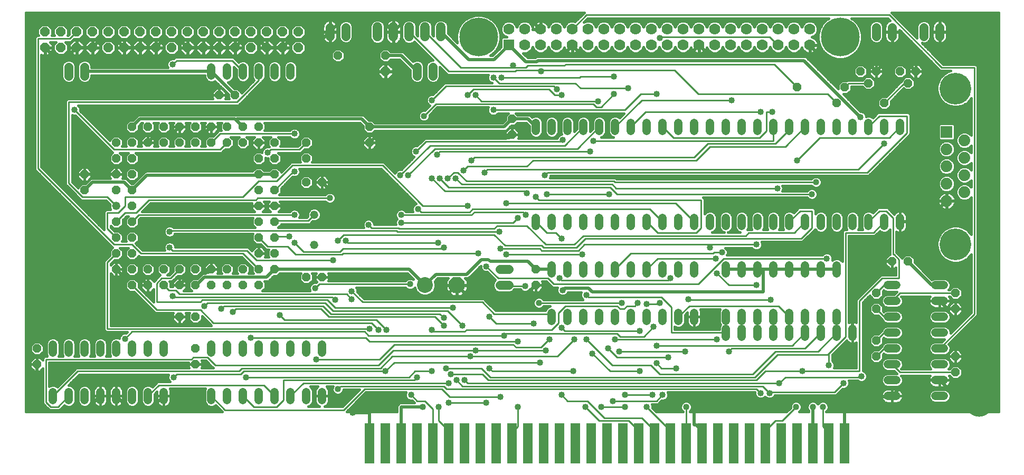
<source format=gbl>
G75*
%MOIN*%
%OFA0B0*%
%FSLAX24Y24*%
%IPPOS*%
%LPD*%
%AMOC8*
5,1,8,0,0,1.08239X$1,22.5*
%
%ADD10R,0.0600X0.2550*%
%ADD11R,0.0740X0.0740*%
%ADD12C,0.0740*%
%ADD13C,0.2000*%
%ADD14OC8,0.0520*%
%ADD15C,0.0520*%
%ADD16R,0.0700X0.0700*%
%ADD17C,0.0700*%
%ADD18C,0.2441*%
%ADD19C,0.0560*%
%ADD20C,0.1000*%
%ADD21OC8,0.1000*%
%ADD22OC8,0.0600*%
%ADD23C,0.1650*%
%ADD24C,0.0600*%
%ADD25C,0.0520*%
%ADD26C,0.0100*%
%ADD27C,0.0400*%
%ADD28C,0.0200*%
%ADD29C,0.0160*%
D10*
X022680Y002180D03*
X023680Y002180D03*
X024680Y002180D03*
X025680Y002180D03*
X026680Y002180D03*
X027680Y002180D03*
X028680Y002180D03*
X029680Y002180D03*
X030680Y002180D03*
X031680Y002180D03*
X032680Y002180D03*
X033680Y002180D03*
X034680Y002180D03*
X035680Y002180D03*
X036680Y002180D03*
X037680Y002180D03*
X038680Y002180D03*
X039680Y002180D03*
X040680Y002180D03*
X041680Y002180D03*
X042680Y002180D03*
X043680Y002180D03*
X044680Y002180D03*
X045680Y002180D03*
X046680Y002180D03*
X047680Y002180D03*
X048680Y002180D03*
X049680Y002180D03*
X050680Y002180D03*
X051680Y002180D03*
X052680Y002180D03*
D11*
X059121Y021861D03*
D12*
X060239Y021314D03*
X059121Y020771D03*
X060239Y020223D03*
X059121Y019680D03*
X060239Y019137D03*
X059121Y018589D03*
X060239Y018046D03*
X059121Y017499D03*
D13*
X059680Y014759D03*
X059680Y024601D03*
D14*
X057180Y025680D03*
X056180Y025680D03*
X056680Y024930D03*
X054680Y025680D03*
X053680Y025680D03*
X054180Y024930D03*
X052680Y024680D03*
X052180Y023680D03*
X049680Y024680D03*
X055180Y023680D03*
X055680Y013680D03*
X056680Y013680D03*
X054680Y011680D03*
X054680Y010680D03*
X054680Y008680D03*
X054680Y007680D03*
X059680Y007680D03*
X059680Y006680D03*
X059680Y010680D03*
X059680Y011680D03*
X033180Y012180D03*
X033180Y013180D03*
X019680Y012680D03*
X018680Y012680D03*
X016680Y013180D03*
X015680Y013180D03*
X014680Y013180D03*
X013680Y013180D03*
X012680Y013180D03*
X011680Y013180D03*
X010680Y013180D03*
X009680Y013180D03*
X008680Y013180D03*
X007680Y013180D03*
X006680Y013180D03*
X006680Y014180D03*
X007680Y014180D03*
X007680Y015180D03*
X006680Y015180D03*
X006680Y016180D03*
X007680Y016180D03*
X007680Y017180D03*
X007680Y018180D03*
X006680Y018180D03*
X004680Y018180D03*
X004680Y019180D03*
X006680Y019180D03*
X007680Y019180D03*
X007680Y020180D03*
X006680Y020180D03*
X006680Y021180D03*
X007680Y021180D03*
X008680Y021180D03*
X009680Y021180D03*
X010680Y021180D03*
X011680Y021180D03*
X012680Y021180D03*
X013680Y021180D03*
X014680Y021180D03*
X015680Y021180D03*
X016680Y021180D03*
X016680Y020180D03*
X015680Y020180D03*
X015680Y019180D03*
X016680Y019180D03*
X018680Y018680D03*
X019680Y018680D03*
X016680Y018180D03*
X015680Y018180D03*
X015680Y017180D03*
X016680Y017180D03*
X016680Y016180D03*
X015680Y016180D03*
X015680Y015180D03*
X016680Y015180D03*
X016680Y014180D03*
X015680Y014180D03*
X015680Y012180D03*
X014680Y012180D03*
X013680Y012180D03*
X012680Y012180D03*
X011680Y012180D03*
X010680Y012180D03*
X009680Y012180D03*
X008680Y012180D03*
X007680Y012180D03*
X010680Y010180D03*
X011680Y010180D03*
X011680Y008180D03*
X011680Y007180D03*
X001680Y007180D03*
X001680Y008180D03*
X018680Y020180D03*
X018680Y021180D03*
X015680Y022180D03*
X014680Y022180D03*
X013680Y022180D03*
X012680Y022180D03*
X011680Y022180D03*
X010680Y022180D03*
X009680Y022180D03*
X008680Y022180D03*
X007680Y022180D03*
X013180Y024180D03*
X014180Y024180D03*
X020680Y026680D03*
X023680Y026680D03*
X031680Y022680D03*
X031680Y021680D03*
X022680Y021180D03*
X022680Y022180D03*
D15*
X017680Y025420D02*
X017680Y025940D01*
X016680Y025940D02*
X016680Y025420D01*
X015680Y025420D02*
X015680Y025940D01*
X014680Y025940D02*
X014680Y025420D01*
X013680Y025420D02*
X013680Y025940D01*
X012680Y025940D02*
X012680Y025420D01*
X033180Y022440D02*
X033180Y021920D01*
X034180Y021920D02*
X034180Y022440D01*
X035180Y022440D02*
X035180Y021920D01*
X036180Y021920D02*
X036180Y022440D01*
X037180Y022440D02*
X037180Y021920D01*
X038180Y021920D02*
X038180Y022440D01*
X039180Y022440D02*
X039180Y021920D01*
X040180Y021920D02*
X040180Y022440D01*
X041180Y022440D02*
X041180Y021920D01*
X042180Y021920D02*
X042180Y022440D01*
X043180Y022440D02*
X043180Y021920D01*
X044180Y021920D02*
X044180Y022440D01*
X045180Y022440D02*
X045180Y021920D01*
X046180Y021920D02*
X046180Y022440D01*
X047180Y022440D02*
X047180Y021920D01*
X048180Y021920D02*
X048180Y022440D01*
X049180Y022440D02*
X049180Y021920D01*
X050180Y021920D02*
X050180Y022440D01*
X051180Y022440D02*
X051180Y021920D01*
X052180Y021920D02*
X052180Y022440D01*
X053180Y022440D02*
X053180Y021920D01*
X054180Y021920D02*
X054180Y022440D01*
X055180Y022440D02*
X055180Y021920D01*
X056180Y021920D02*
X056180Y022440D01*
X056180Y016440D02*
X056180Y015920D01*
X055180Y015920D02*
X055180Y016440D01*
X054180Y016440D02*
X054180Y015920D01*
X053180Y015920D02*
X053180Y016440D01*
X052180Y016440D02*
X052180Y015920D01*
X051180Y015920D02*
X051180Y016440D01*
X050180Y016440D02*
X050180Y015920D01*
X049180Y015920D02*
X049180Y016440D01*
X048180Y016440D02*
X048180Y015920D01*
X047180Y015920D02*
X047180Y016440D01*
X046180Y016440D02*
X046180Y015920D01*
X045180Y015920D02*
X045180Y016440D01*
X044180Y016440D02*
X044180Y015920D01*
X043180Y015920D02*
X043180Y016440D01*
X042180Y016440D02*
X042180Y015920D01*
X041180Y015920D02*
X041180Y016440D01*
X040180Y016440D02*
X040180Y015920D01*
X039180Y015920D02*
X039180Y016440D01*
X038180Y016440D02*
X038180Y015920D01*
X037180Y015920D02*
X037180Y016440D01*
X036180Y016440D02*
X036180Y015920D01*
X035180Y015920D02*
X035180Y016440D01*
X034180Y016440D02*
X034180Y015920D01*
X033180Y015920D02*
X033180Y016440D01*
X034180Y013440D02*
X034180Y012920D01*
X035180Y012920D02*
X035180Y013440D01*
X036180Y013440D02*
X036180Y012920D01*
X037180Y012920D02*
X037180Y013440D01*
X038180Y013440D02*
X038180Y012920D01*
X039180Y012920D02*
X039180Y013440D01*
X040180Y013440D02*
X040180Y012920D01*
X041180Y012920D02*
X041180Y013440D01*
X042180Y013440D02*
X042180Y012920D01*
X043180Y012920D02*
X043180Y013440D01*
X045180Y013440D02*
X045180Y012920D01*
X046180Y012920D02*
X046180Y013440D01*
X047180Y013440D02*
X047180Y012920D01*
X048180Y012920D02*
X048180Y013440D01*
X049180Y013440D02*
X049180Y012920D01*
X050180Y012920D02*
X050180Y013440D01*
X051180Y013440D02*
X051180Y012920D01*
X052180Y012920D02*
X052180Y013440D01*
X055420Y012180D02*
X055940Y012180D01*
X055940Y011180D02*
X055420Y011180D01*
X055420Y010180D02*
X055940Y010180D01*
X055940Y009180D02*
X055420Y009180D01*
X055420Y008180D02*
X055940Y008180D01*
X055940Y007180D02*
X055420Y007180D01*
X055420Y006180D02*
X055940Y006180D01*
X055940Y005180D02*
X055420Y005180D01*
X058420Y005180D02*
X058940Y005180D01*
X058940Y006180D02*
X058420Y006180D01*
X058420Y007180D02*
X058940Y007180D01*
X058940Y008180D02*
X058420Y008180D01*
X058420Y009180D02*
X058940Y009180D01*
X058940Y010180D02*
X058420Y010180D01*
X058420Y011180D02*
X058940Y011180D01*
X058940Y012180D02*
X058420Y012180D01*
X053180Y009440D02*
X053180Y008920D01*
X052180Y008920D02*
X052180Y009440D01*
X052180Y009920D02*
X052180Y010440D01*
X051180Y010440D02*
X051180Y009920D01*
X051180Y009440D02*
X051180Y008920D01*
X050180Y008920D02*
X050180Y009440D01*
X049180Y009440D02*
X049180Y008920D01*
X048180Y008920D02*
X048180Y009440D01*
X047180Y009440D02*
X047180Y008920D01*
X046180Y008920D02*
X046180Y009440D01*
X045180Y009440D02*
X045180Y008920D01*
X045180Y009920D02*
X045180Y010440D01*
X046180Y010440D02*
X046180Y009920D01*
X047180Y009920D02*
X047180Y010440D01*
X048180Y010440D02*
X048180Y009920D01*
X049180Y009920D02*
X049180Y010440D01*
X050180Y010440D02*
X050180Y009920D01*
X043180Y009920D02*
X043180Y010440D01*
X042180Y010440D02*
X042180Y009920D01*
X041180Y009920D02*
X041180Y010440D01*
X040180Y010440D02*
X040180Y009920D01*
X039180Y009920D02*
X039180Y010440D01*
X038180Y010440D02*
X038180Y009920D01*
X037180Y009920D02*
X037180Y010440D01*
X036180Y010440D02*
X036180Y009920D01*
X035180Y009920D02*
X035180Y010440D01*
X034180Y010440D02*
X034180Y009920D01*
X019680Y008440D02*
X019680Y007920D01*
X018680Y007920D02*
X018680Y008440D01*
X017680Y008440D02*
X017680Y007920D01*
X016680Y007920D02*
X016680Y008440D01*
X015680Y008440D02*
X015680Y007920D01*
X014680Y007920D02*
X014680Y008440D01*
X013680Y008440D02*
X013680Y007920D01*
X012680Y007920D02*
X012680Y008440D01*
X009680Y008440D02*
X009680Y007920D01*
X008680Y007920D02*
X008680Y008440D01*
X007680Y008440D02*
X007680Y007920D01*
X006680Y007920D02*
X006680Y008440D01*
X005680Y008440D02*
X005680Y007920D01*
X004680Y007920D02*
X004680Y008440D01*
X003680Y008440D02*
X003680Y007920D01*
X002680Y007920D02*
X002680Y008440D01*
X002680Y005440D02*
X002680Y004920D01*
X003680Y004920D02*
X003680Y005440D01*
X004680Y005440D02*
X004680Y004920D01*
X005680Y004920D02*
X005680Y005440D01*
X006680Y005440D02*
X006680Y004920D01*
X007680Y004920D02*
X007680Y005440D01*
X008680Y005440D02*
X008680Y004920D01*
X009680Y004920D02*
X009680Y005440D01*
X012680Y005440D02*
X012680Y004920D01*
X013680Y004920D02*
X013680Y005440D01*
X014680Y005440D02*
X014680Y004920D01*
X015680Y004920D02*
X015680Y005440D01*
X016680Y005440D02*
X016680Y004920D01*
X017680Y004920D02*
X017680Y005440D01*
X018680Y005440D02*
X018680Y004920D01*
X019680Y004920D02*
X019680Y005440D01*
D16*
X031475Y027349D03*
D17*
X032475Y027349D03*
X033475Y027349D03*
X034475Y027349D03*
X035475Y027349D03*
X036475Y027349D03*
X037475Y027349D03*
X038475Y027349D03*
X039475Y027349D03*
X040475Y027349D03*
X041475Y027349D03*
X042475Y027349D03*
X043475Y027349D03*
X044475Y027349D03*
X045475Y027349D03*
X046475Y027349D03*
X047475Y027349D03*
X048475Y027349D03*
X049475Y027349D03*
X050475Y027349D03*
X050475Y028349D03*
X049475Y028349D03*
X048475Y028349D03*
X047475Y028349D03*
X046475Y028349D03*
X045475Y028349D03*
X044475Y028349D03*
X043475Y028349D03*
X042475Y028349D03*
X041475Y028349D03*
X040475Y028349D03*
X039475Y028349D03*
X038475Y028349D03*
X037475Y028349D03*
X036475Y028349D03*
X035475Y028349D03*
X034475Y028349D03*
X033475Y028349D03*
X032475Y028349D03*
X031475Y028349D03*
D18*
X029558Y027849D03*
X052393Y027849D03*
D19*
X054680Y027900D02*
X054680Y028460D01*
X055680Y028460D02*
X055680Y027900D01*
X057680Y027900D02*
X057680Y028460D01*
X058680Y028460D02*
X058680Y027900D01*
X026680Y025960D02*
X026680Y025400D01*
X025680Y025400D02*
X025680Y025960D01*
X021180Y027900D02*
X021180Y028460D01*
X020180Y028460D02*
X020180Y027900D01*
X004680Y025960D02*
X004680Y025400D01*
X003680Y025400D02*
X003680Y025960D01*
X030900Y013180D02*
X031460Y013180D01*
X031460Y012180D02*
X030900Y012180D01*
D20*
X026180Y012180D03*
D21*
X028180Y012180D03*
D22*
X023680Y025680D03*
X018180Y027180D03*
X017180Y027180D03*
X016180Y027180D03*
X015180Y027180D03*
X014180Y027180D03*
X013180Y027180D03*
X012180Y027180D03*
X011180Y027180D03*
X010180Y027180D03*
X009180Y027180D03*
X008180Y027180D03*
X007180Y027180D03*
X006180Y027180D03*
X005180Y027180D03*
X004180Y027180D03*
X003180Y027180D03*
X002180Y027180D03*
X002180Y028180D03*
X003180Y028180D03*
X004180Y028180D03*
X005180Y028180D03*
X006180Y028180D03*
X007180Y028180D03*
X008180Y028180D03*
X009180Y028180D03*
X010180Y028180D03*
X011180Y028180D03*
X012180Y028180D03*
X013180Y028180D03*
X014180Y028180D03*
X015180Y028180D03*
X016180Y028180D03*
X017180Y028180D03*
X018180Y028180D03*
D23*
X061180Y026930D03*
X061180Y004680D03*
D24*
X027180Y027880D02*
X027180Y028480D01*
X026180Y028480D02*
X026180Y027880D01*
X025180Y027880D02*
X025180Y028480D01*
X024180Y028480D02*
X024180Y027880D01*
X023180Y027880D02*
X023180Y028480D01*
D25*
X006680Y017180D03*
X019180Y016630D03*
X019180Y014730D03*
D26*
X018493Y014305D02*
X020805Y014305D01*
X020993Y014493D01*
X027305Y014493D01*
X027368Y014555D01*
X026993Y014868D02*
X021305Y014868D01*
X021180Y014993D01*
X021055Y015368D02*
X030555Y015368D01*
X031243Y014680D01*
X033555Y014680D01*
X033680Y014555D01*
X035743Y014555D01*
X036305Y015118D01*
X049930Y015118D01*
X050618Y015805D01*
X050618Y016868D01*
X049868Y016868D01*
X049180Y016180D01*
X049493Y015493D02*
X050180Y016180D01*
X049493Y015493D02*
X046618Y015493D01*
X046430Y015305D01*
X036180Y015305D01*
X035618Y014743D01*
X033805Y014743D01*
X032618Y015930D01*
X030743Y015930D01*
X030555Y015743D01*
X024555Y015743D01*
X024493Y015805D01*
X022805Y015805D01*
X022618Y015993D01*
X024368Y015618D02*
X024430Y015555D01*
X030868Y015555D01*
X031743Y016118D02*
X024680Y016118D01*
X024368Y015618D02*
X010118Y015618D01*
X010055Y015555D01*
X008118Y016618D02*
X017930Y016618D01*
X018805Y016243D02*
X019180Y016618D01*
X019180Y016630D01*
X018805Y016243D02*
X016743Y016243D01*
X016680Y016180D01*
X016743Y015243D02*
X017618Y015243D01*
X016743Y015243D02*
X016680Y015180D01*
X016243Y014618D02*
X017493Y014618D01*
X017993Y014118D01*
X020930Y014118D01*
X020993Y014180D01*
X029555Y014180D01*
X030930Y014493D02*
X033430Y014493D01*
X033555Y014368D01*
X035868Y014368D01*
X036243Y014743D01*
X044180Y014743D01*
X044180Y014555D01*
X044180Y014743D02*
X047118Y014743D01*
X045055Y013868D02*
X051555Y013868D01*
X052743Y015493D02*
X054493Y015493D01*
X055180Y016180D01*
X055743Y016430D02*
X055743Y014118D01*
X055805Y014118D01*
X056118Y013805D01*
X056118Y012618D01*
X055055Y012618D01*
X053618Y011180D01*
X053618Y006743D01*
X049993Y006743D01*
X047680Y006743D01*
X047118Y006180D01*
X030180Y006180D01*
X029805Y006555D01*
X027805Y006555D01*
X028180Y006180D02*
X028555Y005805D01*
X047493Y005805D01*
X047930Y005368D01*
X047930Y005430D01*
X052055Y005430D01*
X052618Y005993D01*
X053680Y006368D02*
X048930Y006368D01*
X048555Y005993D01*
X028868Y005993D01*
X028680Y006180D01*
X027680Y005993D02*
X018493Y005993D01*
X017680Y005180D01*
X017243Y004930D02*
X017243Y006180D01*
X025493Y006180D01*
X025680Y006368D01*
X025555Y006743D02*
X025180Y006368D01*
X014868Y006368D01*
X014555Y006555D02*
X014743Y006743D01*
X023680Y006743D01*
X024243Y007305D01*
X033430Y007305D01*
X033805Y008055D02*
X029368Y008055D01*
X024180Y008055D01*
X023243Y007118D01*
X012930Y007118D01*
X012430Y007618D01*
X011555Y007618D01*
X011430Y007493D01*
X002243Y007493D01*
X002243Y004805D01*
X002555Y004493D01*
X002993Y004493D01*
X003680Y005180D01*
X002680Y005180D02*
X004243Y006743D01*
X014430Y006743D01*
X014618Y006930D01*
X023368Y006930D01*
X024118Y007680D01*
X029055Y007680D01*
X034555Y007680D01*
X035618Y008743D01*
X036368Y008743D02*
X037993Y007118D01*
X040430Y007118D01*
X040993Y006555D01*
X046868Y006555D01*
X048305Y007993D01*
X050993Y007993D01*
X052180Y009180D01*
X052743Y008930D02*
X052743Y015493D01*
X054180Y016180D02*
X054868Y016868D01*
X055305Y016868D01*
X055743Y016430D01*
X050868Y018680D02*
X038180Y018680D01*
X038118Y018743D01*
X028805Y018743D01*
X028243Y019305D01*
X027993Y019305D01*
X027618Y018930D01*
X028118Y018930D02*
X028493Y018555D01*
X037993Y018555D01*
X038243Y018305D01*
X048430Y018305D01*
X050618Y017930D02*
X038305Y017930D01*
X037868Y018368D01*
X027680Y018368D01*
X027118Y018930D01*
X026618Y018930D02*
X027430Y018118D01*
X032493Y018118D01*
X032618Y017993D01*
X033180Y017743D02*
X033368Y017555D01*
X043618Y017555D01*
X043618Y015805D01*
X043305Y015493D01*
X040868Y015493D01*
X040180Y016180D01*
X040368Y016993D02*
X029180Y016993D01*
X028993Y016805D01*
X025930Y016805D01*
X025743Y016993D01*
X026055Y017180D02*
X028868Y017180D01*
X029305Y016805D02*
X029118Y016618D01*
X024680Y016618D01*
X026055Y017180D02*
X023493Y019743D01*
X017805Y019743D01*
X016805Y018743D01*
X015680Y018743D01*
X014680Y017743D01*
X007243Y017743D01*
X007243Y017180D01*
X006805Y016743D01*
X006118Y016743D01*
X006118Y015743D01*
X006680Y015180D01*
X006555Y014743D02*
X001743Y019555D01*
X001743Y027743D01*
X003743Y027743D01*
X004180Y028180D01*
X010243Y026118D02*
X010493Y026368D01*
X013993Y026368D01*
X014680Y025680D01*
X015680Y025680D02*
X015680Y025118D01*
X014305Y023743D01*
X003680Y023743D01*
X003680Y018618D01*
X004555Y017743D01*
X006118Y017743D01*
X006680Y017180D01*
X007243Y016743D02*
X007930Y016743D01*
X008743Y017555D01*
X015493Y017555D01*
X015618Y017680D01*
X020180Y017680D01*
X017930Y019368D02*
X017868Y019368D01*
X016680Y018180D01*
X016243Y020555D02*
X016430Y020743D01*
X018243Y020743D01*
X018680Y021180D01*
X017930Y021743D02*
X013243Y021743D01*
X012680Y021180D01*
X013243Y020743D02*
X006555Y020743D01*
X004055Y023243D01*
X013243Y020743D02*
X013680Y021180D01*
X007243Y016743D02*
X006680Y016180D01*
X007680Y016180D02*
X008118Y016618D01*
X007680Y014743D02*
X006555Y014743D01*
X006680Y014180D02*
X006118Y013618D01*
X006118Y009430D01*
X022680Y009430D01*
X022368Y009243D02*
X022618Y008993D01*
X031180Y008993D01*
X031305Y009118D01*
X038305Y009118D01*
X038493Y008930D01*
X039993Y008930D01*
X040618Y009555D01*
X039743Y009305D02*
X034993Y009305D01*
X034805Y009493D01*
X034618Y009805D02*
X034180Y009368D01*
X028805Y009368D01*
X028680Y009243D01*
X026743Y009243D01*
X026618Y009368D01*
X027368Y009618D02*
X026805Y010180D01*
X020118Y010180D01*
X019618Y010680D01*
X014243Y010680D01*
X014055Y010493D01*
X013493Y010868D02*
X019743Y010868D01*
X020243Y010368D01*
X027118Y010368D01*
X027368Y010118D01*
X027618Y010555D02*
X028555Y009618D01*
X030243Y010180D02*
X030680Y009743D01*
X033055Y009743D01*
X033993Y010368D02*
X030555Y010368D01*
X029805Y011118D01*
X022243Y011118D01*
X021555Y011805D01*
X021243Y011618D02*
X021555Y011305D01*
X021243Y011618D02*
X010680Y011618D01*
X010430Y011868D01*
X009993Y011868D01*
X009680Y012180D01*
X009243Y012305D02*
X009243Y011118D01*
X011993Y011118D01*
X012118Y011243D01*
X019993Y011243D01*
X020493Y010743D01*
X027930Y010743D01*
X027618Y010555D02*
X020368Y010555D01*
X019868Y011055D01*
X012430Y011055D01*
X012243Y010868D01*
X011993Y010618D02*
X012805Y009805D01*
X022805Y009805D01*
X023243Y009368D01*
X023743Y009368D02*
X023118Y009993D01*
X017305Y009993D01*
X016993Y010305D01*
X015180Y008868D02*
X022430Y008868D01*
X022680Y008618D01*
X032055Y008618D01*
X031743Y008430D02*
X031930Y008243D01*
X033493Y008243D01*
X033993Y008743D01*
X034055Y008743D01*
X034618Y009805D02*
X034618Y010430D01*
X035055Y010868D01*
X038305Y010868D01*
X038493Y010680D01*
X038743Y010680D01*
X038930Y010868D01*
X039430Y010868D01*
X039618Y011055D01*
X040180Y010993D02*
X040930Y010993D01*
X040993Y011055D01*
X041118Y011430D02*
X041743Y010805D01*
X041743Y009180D01*
X045180Y009180D01*
X044618Y008743D02*
X038180Y008743D01*
X037743Y008180D02*
X038305Y007618D01*
X041555Y007618D01*
X041118Y006930D02*
X040805Y007243D01*
X041118Y006930D02*
X042055Y006930D01*
X042618Y007993D02*
X038430Y007993D01*
X037868Y006743D02*
X036743Y007868D01*
X037868Y006743D02*
X039743Y006743D01*
X040555Y005243D02*
X038805Y005243D01*
X038055Y004868D02*
X040805Y004868D01*
X041180Y005243D01*
X040180Y004493D02*
X041680Y002993D01*
X041680Y002180D01*
X042680Y002180D02*
X042680Y004493D01*
X040680Y002993D02*
X039868Y003805D01*
X037493Y003805D01*
X036430Y004868D01*
X035180Y004868D01*
X034805Y005243D01*
X036305Y004493D02*
X037180Y003618D01*
X039055Y003618D01*
X039680Y002993D01*
X039680Y002180D01*
X040680Y002180D02*
X040680Y002993D01*
X038805Y004493D02*
X037305Y004493D01*
X035555Y006743D02*
X030430Y006743D01*
X030243Y006930D01*
X029743Y006930D02*
X030305Y006368D01*
X046993Y006368D01*
X048430Y007805D01*
X051618Y007805D01*
X051649Y007836D01*
X051680Y007805D01*
X051680Y007118D01*
X051649Y007836D02*
X052743Y008930D01*
X051180Y009180D02*
X050180Y008180D01*
X045555Y008180D01*
X045368Y007993D01*
X049368Y008368D02*
X050180Y009180D01*
X049368Y008368D02*
X040805Y008368D01*
X042180Y010180D02*
X042868Y010868D01*
X048493Y010868D01*
X049180Y010180D01*
X047993Y011243D02*
X042868Y011243D01*
X042805Y011305D01*
X041118Y011430D02*
X036493Y011430D01*
X036368Y011555D01*
X034805Y012493D02*
X041555Y012493D01*
X041680Y012618D01*
X043430Y012243D02*
X045055Y013868D01*
X044930Y014243D02*
X044430Y014243D01*
X044368Y014180D01*
X039180Y014180D01*
X038180Y013180D01*
X040180Y013180D02*
X040868Y013868D01*
X044555Y013868D01*
X044618Y012930D02*
X045368Y012180D01*
X047118Y012180D01*
X043430Y012243D02*
X034305Y012243D01*
X033930Y012618D01*
X030805Y012618D01*
X030055Y013368D01*
X031305Y014118D02*
X036118Y014118D01*
X034805Y015118D02*
X034430Y015493D01*
X033868Y015493D01*
X033180Y016180D01*
X032555Y016618D02*
X032368Y016805D01*
X029305Y016805D01*
X031305Y017368D02*
X041993Y017368D01*
X043180Y016180D01*
X041180Y016180D02*
X040368Y016993D01*
X037805Y017930D02*
X033868Y017930D01*
X033743Y019118D02*
X033930Y019305D01*
X054118Y019305D01*
X056618Y021805D01*
X056618Y022868D01*
X054868Y022868D01*
X054180Y022180D01*
X055493Y021493D02*
X056180Y022180D01*
X055493Y021493D02*
X051118Y021493D01*
X049680Y020055D01*
X048930Y020930D02*
X050180Y022180D01*
X049180Y022180D02*
X049180Y021993D01*
X048305Y021118D01*
X044055Y021118D01*
X043180Y020243D01*
X029305Y020243D01*
X029118Y020055D01*
X028868Y019680D02*
X032618Y019680D01*
X032993Y020055D01*
X043305Y020055D01*
X044180Y020930D01*
X048930Y020930D01*
X048180Y021305D02*
X036805Y021305D01*
X036618Y020618D02*
X027118Y020618D01*
X026930Y020430D01*
X026805Y020805D02*
X035805Y020805D01*
X037180Y022180D01*
X038180Y022180D02*
X039868Y023868D01*
X045555Y023868D01*
X047368Y023118D02*
X040118Y023118D01*
X039180Y022180D01*
X038805Y023243D02*
X039805Y024243D01*
X040805Y024243D01*
X038993Y024618D02*
X035993Y024618D01*
X035680Y024930D01*
X030868Y024930D01*
X030493Y025305D01*
X030993Y025305D02*
X035930Y025305D01*
X035993Y025368D01*
X038118Y025368D01*
X038118Y024243D02*
X037305Y023430D01*
X036993Y023430D01*
X036805Y023618D01*
X026868Y023618D01*
X026118Y022868D01*
X026618Y023868D02*
X027493Y024743D01*
X034305Y024743D01*
X034493Y024555D01*
X034368Y024180D02*
X033993Y024555D01*
X029243Y024555D01*
X028868Y024180D01*
X029368Y024180D02*
X029743Y023805D01*
X037118Y023805D01*
X038805Y023243D02*
X030493Y023243D01*
X034368Y024180D02*
X034805Y024180D01*
X033493Y025680D02*
X033493Y025743D01*
X041930Y025743D01*
X043430Y024243D01*
X051618Y024243D01*
X052180Y023680D01*
X052680Y024680D02*
X052930Y024930D01*
X054180Y024930D01*
X055180Y023680D02*
X056430Y024930D01*
X056680Y024930D01*
X058805Y025930D02*
X055493Y029243D01*
X036368Y029243D01*
X035493Y028368D01*
X035475Y028349D01*
X035055Y026118D02*
X034993Y026055D01*
X032680Y026055D01*
X032555Y025930D01*
X031743Y025930D01*
X031743Y026055D01*
X031743Y025930D02*
X028430Y025930D01*
X026180Y028180D01*
X025180Y028180D02*
X027680Y025680D01*
X031868Y025680D01*
X031930Y025743D01*
X033493Y025743D01*
X035055Y026118D02*
X048243Y026118D01*
X049680Y024680D01*
X048118Y023118D02*
X047743Y023118D01*
X047743Y021930D01*
X047305Y021493D01*
X041868Y021493D01*
X041180Y022180D01*
X036180Y022180D02*
X034993Y020993D01*
X026493Y020993D01*
X024618Y019118D01*
X025118Y019118D02*
X026805Y020805D01*
X026243Y021243D02*
X034743Y021243D01*
X034868Y021368D01*
X030118Y019493D02*
X029930Y019305D01*
X030118Y019493D02*
X053555Y019493D01*
X055180Y021118D01*
X048180Y021305D02*
X048180Y022180D01*
X048475Y027349D02*
X048430Y027368D01*
X047930Y027868D01*
X041055Y027868D01*
X040993Y027805D01*
X026243Y021243D02*
X025618Y020618D01*
X028618Y019430D02*
X028868Y019680D01*
X032055Y016430D02*
X031743Y016118D01*
X034680Y012618D02*
X034805Y012493D01*
X032493Y012118D02*
X031243Y012118D01*
X031180Y012180D01*
X033368Y011055D02*
X038618Y011055D01*
X034180Y010180D02*
X033993Y010368D01*
X031743Y008430D02*
X024243Y008430D01*
X023305Y007493D01*
X019305Y007493D01*
X022368Y009243D02*
X007680Y009243D01*
X007243Y008805D01*
X009243Y010618D02*
X011993Y010618D01*
X013305Y010680D02*
X013493Y010868D01*
X010305Y011430D02*
X020305Y011430D01*
X020493Y011243D01*
X019493Y012243D02*
X025243Y012243D01*
X020368Y013743D02*
X015555Y013743D01*
X014930Y014368D01*
X010243Y014368D01*
X010055Y014555D01*
X008243Y014180D02*
X007680Y014743D01*
X008243Y014180D02*
X014680Y014180D01*
X015680Y013180D01*
X016243Y014618D02*
X015680Y015180D01*
X017930Y014868D02*
X018493Y014305D01*
X020680Y014993D02*
X021055Y015368D01*
X019493Y012243D02*
X019243Y011993D01*
X010680Y013180D02*
X010118Y012618D01*
X009555Y012618D01*
X009243Y012305D01*
X007680Y012180D02*
X009243Y010618D01*
X010243Y011493D02*
X010305Y011430D01*
X010493Y006555D02*
X014555Y006555D01*
X015993Y005868D02*
X016680Y005180D01*
X017243Y004930D02*
X016805Y004493D01*
X015368Y004493D01*
X014680Y005180D01*
X015993Y005868D02*
X009368Y005868D01*
X008680Y005180D01*
X010305Y006368D02*
X010493Y006555D01*
X012680Y005180D02*
X013555Y004305D01*
X021055Y004305D01*
X022368Y005618D01*
X027243Y005618D01*
X027743Y005118D01*
X030930Y005118D01*
X030055Y004743D02*
X027680Y004743D01*
X027055Y004493D02*
X027055Y003618D01*
X027680Y002993D01*
X027680Y002180D01*
X026680Y002180D02*
X026680Y004368D01*
X026180Y004868D01*
X025680Y004868D01*
X025305Y005243D01*
X027368Y005805D02*
X027555Y005618D01*
X047118Y005618D01*
X047368Y005368D01*
X048743Y003618D02*
X049618Y004493D01*
X051305Y004493D02*
X051305Y003243D01*
X051680Y002868D01*
X051680Y002180D01*
X048743Y003618D02*
X048305Y003618D01*
X047680Y002993D01*
X047680Y002180D01*
X053680Y006368D02*
X053743Y006430D01*
X055680Y007180D02*
X056180Y006680D01*
X059680Y006680D01*
X058680Y008180D02*
X060868Y010368D01*
X060868Y025930D01*
X058805Y025930D01*
X055680Y012180D02*
X055180Y012180D01*
X054680Y011680D01*
X055680Y011180D02*
X056180Y011680D01*
X059680Y011680D01*
X055680Y010180D02*
X055180Y010180D01*
X054680Y010680D01*
X055180Y009180D02*
X055680Y009180D01*
X055180Y009180D02*
X054680Y008680D01*
X055180Y008180D02*
X055680Y008180D01*
X055180Y008180D02*
X054680Y007680D01*
X032055Y004493D02*
X032055Y003243D01*
X031680Y002868D01*
X031680Y002180D01*
X027368Y005805D02*
X020868Y005805D01*
X020680Y005618D01*
X025555Y006743D02*
X026618Y006743D01*
X027493Y006930D02*
X029743Y006930D01*
D27*
X030243Y006930D03*
X029055Y007680D03*
X029368Y008055D03*
X027493Y006930D03*
X026618Y006743D03*
X025680Y006368D03*
X023680Y006743D03*
X020680Y005618D03*
X021618Y004118D03*
X025305Y005243D03*
X026055Y004493D03*
X027055Y004493D03*
X027680Y004743D03*
X030055Y004743D03*
X030930Y005118D03*
X032055Y004493D03*
X034805Y005243D03*
X036305Y004493D03*
X037305Y004493D03*
X038055Y004868D03*
X038805Y005243D03*
X038805Y004493D03*
X040180Y004493D03*
X040555Y005243D03*
X041180Y005243D03*
X042680Y004493D03*
X043180Y004493D03*
X047368Y005368D03*
X047930Y005368D03*
X048555Y005993D03*
X049993Y006743D03*
X051680Y007118D03*
X052618Y005993D03*
X053743Y006430D03*
X051305Y004493D03*
X050680Y004493D03*
X049618Y004493D03*
X045368Y007993D03*
X044618Y008743D03*
X042618Y007993D03*
X041555Y007618D03*
X040805Y007243D03*
X039743Y006743D03*
X042055Y006930D03*
X040805Y008368D03*
X040618Y009555D03*
X039743Y009305D03*
X038180Y008743D03*
X037743Y008180D03*
X038430Y007993D03*
X036743Y007868D03*
X036368Y008743D03*
X035618Y008743D03*
X034805Y009493D03*
X034055Y008743D03*
X033805Y008055D03*
X033430Y007305D03*
X035555Y006743D03*
X032055Y008618D03*
X031180Y008993D03*
X033055Y009743D03*
X033368Y011055D03*
X034868Y011868D03*
X034680Y012618D03*
X032493Y012118D03*
X030055Y013368D03*
X029555Y014180D03*
X030930Y014493D03*
X031305Y014118D03*
X030868Y015555D03*
X032055Y016430D03*
X032555Y016618D03*
X031305Y017368D03*
X032618Y017993D03*
X033180Y017743D03*
X033868Y017930D03*
X033743Y019118D03*
X036618Y020618D03*
X036805Y021305D03*
X034868Y021368D03*
X030493Y023243D03*
X029368Y024180D03*
X028868Y024180D03*
X026618Y023868D03*
X026118Y022868D03*
X025618Y020618D03*
X026930Y020430D03*
X028618Y019430D03*
X028118Y018930D03*
X027618Y018930D03*
X027118Y018930D03*
X026618Y018930D03*
X025118Y019118D03*
X024618Y019118D03*
X029118Y020055D03*
X029930Y019305D03*
X028868Y017180D03*
X025743Y016993D03*
X024680Y016618D03*
X024680Y016118D03*
X022618Y015993D03*
X021180Y014993D03*
X020680Y014993D03*
X020368Y013743D03*
X017930Y014868D03*
X017618Y015243D03*
X017930Y016618D03*
X020180Y017680D03*
X017930Y019368D03*
X016243Y020555D03*
X017930Y021743D03*
X010243Y026118D03*
X004055Y023243D03*
X010055Y015555D03*
X010055Y014555D03*
X010243Y011493D03*
X012243Y010868D03*
X013305Y010680D03*
X014055Y010493D03*
X016993Y010305D03*
X015180Y008868D03*
X019305Y007493D03*
X022680Y009430D03*
X023243Y009368D03*
X023743Y009368D03*
X026618Y009368D03*
X027368Y009618D03*
X027368Y010118D03*
X027930Y010743D03*
X028555Y009618D03*
X030243Y010180D03*
X025243Y012243D03*
X022368Y011493D03*
X021555Y011305D03*
X020493Y011243D03*
X021555Y011805D03*
X019243Y011993D03*
X026993Y014868D03*
X027368Y014555D03*
X034805Y015118D03*
X036118Y014118D03*
X036368Y011555D03*
X038618Y011055D03*
X039618Y011055D03*
X040180Y010993D03*
X040993Y011055D03*
X042805Y011305D03*
X041680Y012618D03*
X044618Y012930D03*
X044555Y013868D03*
X044930Y014243D03*
X044180Y014555D03*
X047118Y014743D03*
X051555Y013868D03*
X047118Y012180D03*
X047993Y011243D03*
X050618Y017930D03*
X050868Y018680D03*
X048430Y018305D03*
X049680Y020055D03*
X055180Y021118D03*
X053680Y022805D03*
X048118Y023118D03*
X047368Y023118D03*
X045555Y023868D03*
X040805Y024243D03*
X038993Y024618D03*
X038118Y024243D03*
X037118Y023805D03*
X034805Y024180D03*
X034493Y024555D03*
X033493Y025680D03*
X031743Y026055D03*
X033118Y026743D03*
X030993Y025305D03*
X030493Y025305D03*
X038118Y025368D03*
X040993Y027805D03*
X037805Y017930D03*
X027805Y006555D03*
X028180Y006180D03*
X028680Y006180D03*
X027680Y005993D03*
X014868Y006368D03*
X010305Y006368D03*
X007243Y008805D03*
D28*
X001680Y007180D02*
X001680Y004243D01*
X004743Y004243D01*
X005680Y005180D01*
X006680Y005180D02*
X007430Y004430D01*
X008930Y004430D01*
X009680Y005180D01*
X021618Y004118D02*
X022680Y004118D01*
X022680Y002180D01*
X024680Y002180D02*
X024680Y004493D01*
X026055Y004493D01*
X027493Y011493D02*
X022368Y011493D01*
X025180Y013180D02*
X016680Y013180D01*
X016180Y012680D01*
X012243Y012680D01*
X011743Y012180D01*
X011680Y012180D01*
X011180Y012680D02*
X010680Y012180D01*
X011180Y012680D02*
X011805Y012680D01*
X012118Y012993D01*
X012493Y012993D01*
X012680Y013180D01*
X008680Y012180D02*
X008180Y012680D01*
X007180Y012680D01*
X006680Y013180D01*
X016680Y017180D02*
X020618Y017180D01*
X020618Y017805D01*
X020305Y018118D01*
X020243Y018118D01*
X019680Y018680D01*
X016680Y019180D02*
X015680Y019180D01*
X015618Y019118D01*
X008618Y019118D01*
X007680Y018180D01*
X007180Y018680D01*
X005180Y018680D01*
X004680Y018180D01*
X004680Y019180D02*
X006680Y019180D01*
X008680Y021180D02*
X009180Y021680D01*
X010180Y021680D01*
X010243Y021743D01*
X010305Y021680D01*
X012180Y021680D01*
X012680Y022180D01*
X014180Y022680D02*
X014243Y022618D01*
X014305Y022680D01*
X022180Y022680D01*
X022680Y022180D01*
X031180Y022180D01*
X031680Y022680D01*
X032680Y022680D01*
X033180Y022180D01*
X031680Y021680D02*
X031493Y021493D01*
X022993Y021493D01*
X022680Y021180D01*
X014680Y022180D02*
X014243Y022618D01*
X014180Y022680D02*
X008180Y022680D01*
X007680Y022180D01*
X010243Y021743D02*
X010680Y022180D01*
X012680Y025680D02*
X014180Y024180D01*
X012680Y025680D02*
X004680Y025680D01*
X003680Y026680D02*
X002680Y026680D01*
X002180Y027180D01*
X003680Y026680D02*
X004180Y027180D01*
X005180Y027180D01*
X005680Y027680D01*
X006680Y027680D01*
X007180Y027180D01*
X008180Y027180D01*
X009180Y027180D01*
X009680Y027680D01*
X010680Y027680D01*
X011180Y027180D01*
X012180Y027180D01*
X013180Y027180D01*
X014180Y027180D01*
X014680Y027680D01*
X015680Y027680D01*
X016180Y027180D01*
X017180Y027180D01*
X017680Y027680D01*
X019680Y027680D01*
X020180Y028180D01*
X020993Y028993D01*
X023368Y028993D01*
X024180Y028180D01*
X025305Y029305D01*
X032493Y029305D01*
X033430Y028368D01*
X033475Y028349D01*
X034930Y026743D02*
X035430Y027243D01*
X035475Y027349D01*
X035493Y027305D01*
X035993Y026805D01*
X042930Y026805D01*
X043430Y027305D01*
X043475Y027349D01*
X043555Y027305D01*
X044055Y026805D01*
X050868Y026805D01*
X050930Y026868D01*
X050493Y027305D01*
X050475Y027349D01*
X050930Y026868D02*
X051618Y026180D01*
X054180Y026180D01*
X054680Y025680D01*
X055180Y026180D01*
X056680Y026180D01*
X057180Y025680D01*
X057180Y016180D01*
X057805Y016180D01*
X059118Y017493D01*
X059121Y017499D01*
X057180Y016180D02*
X056180Y016180D01*
X055680Y013680D02*
X053180Y013680D01*
X053180Y009180D01*
X058680Y011180D02*
X059180Y010680D01*
X059680Y010680D01*
X058680Y012180D02*
X058180Y012180D01*
X056680Y013680D01*
X052180Y013180D02*
X051180Y013180D01*
X050180Y013180D01*
X049180Y013180D01*
X048180Y013180D01*
X047555Y013180D01*
X047555Y011743D01*
X036743Y011743D01*
X036493Y011993D01*
X034993Y011993D01*
X034868Y011868D01*
X033180Y012180D02*
X032680Y011680D01*
X028680Y011680D01*
X028180Y012180D01*
X027493Y011493D01*
X026180Y012180D02*
X025180Y013180D01*
X026180Y012180D02*
X026868Y012868D01*
X028805Y012868D01*
X029743Y013805D01*
X030180Y013805D01*
X030305Y013680D01*
X032680Y013680D01*
X033180Y013180D01*
X034180Y013180D01*
X045180Y013180D02*
X046180Y013180D01*
X047180Y013180D01*
X047555Y013180D01*
X055680Y005180D02*
X056680Y006180D01*
X058680Y006180D01*
X060180Y004680D01*
X061180Y004680D01*
X055680Y005180D02*
X055618Y005118D01*
X052680Y005118D01*
X052680Y004930D01*
X043618Y004930D01*
X043180Y004493D01*
X043180Y003368D01*
X043305Y003368D01*
X043680Y002993D01*
X043680Y002180D01*
X050680Y002180D02*
X050680Y004493D01*
X052680Y004930D02*
X052680Y002180D01*
X053680Y022805D02*
X050118Y026368D01*
X033305Y026368D01*
X033243Y026305D01*
X032555Y026305D01*
X031555Y027305D01*
X031475Y027349D01*
X031430Y027305D01*
X030555Y026430D01*
X028930Y026430D01*
X027180Y028180D01*
X024680Y026680D02*
X023680Y026680D01*
X024680Y026680D02*
X025680Y025680D01*
X033118Y026743D02*
X034930Y026743D01*
D29*
X000960Y029400D02*
X000960Y004180D01*
X013383Y004180D01*
X013345Y004218D01*
X012958Y004605D01*
X012918Y004564D01*
X012764Y004500D01*
X012596Y004500D01*
X012442Y004564D01*
X012324Y004682D01*
X012260Y004836D01*
X012260Y005524D01*
X012315Y005658D01*
X010063Y005658D01*
X010088Y005609D01*
X010109Y005543D01*
X010120Y005475D01*
X010120Y005180D01*
X009680Y005180D01*
X009680Y005180D01*
X010120Y005180D01*
X010120Y004885D01*
X010109Y004817D01*
X010088Y004751D01*
X010056Y004689D01*
X010016Y004633D01*
X009967Y004584D01*
X009911Y004544D01*
X009849Y004512D01*
X009783Y004491D01*
X009715Y004480D01*
X009680Y004480D01*
X009680Y005180D01*
X009680Y005180D01*
X009680Y005180D01*
X009240Y005180D01*
X009240Y005443D01*
X009100Y005303D01*
X009100Y004836D01*
X009036Y004682D01*
X008918Y004564D01*
X008764Y004500D01*
X008596Y004500D01*
X008442Y004564D01*
X008324Y004682D01*
X008260Y004836D01*
X008260Y005524D01*
X008324Y005678D01*
X008442Y005796D01*
X008596Y005860D01*
X008764Y005860D01*
X008918Y005796D01*
X008958Y005755D01*
X009158Y005954D01*
X009281Y006077D01*
X010086Y006077D01*
X010000Y006164D01*
X009945Y006296D01*
X009945Y006439D01*
X009984Y006533D01*
X004329Y006533D01*
X003657Y005860D01*
X003764Y005860D01*
X003918Y005796D01*
X004036Y005678D01*
X004100Y005524D01*
X004100Y004836D01*
X004036Y004682D01*
X003918Y004564D01*
X003764Y004500D01*
X003596Y004500D01*
X003442Y004564D01*
X003402Y004605D01*
X003202Y004406D01*
X003079Y004283D01*
X002468Y004283D01*
X002156Y004595D01*
X002033Y004718D01*
X002033Y006910D01*
X001862Y006740D01*
X001680Y006740D01*
X001680Y007180D01*
X001680Y007180D01*
X001680Y007620D01*
X001862Y007620D01*
X002033Y007450D01*
X002033Y007579D01*
X002156Y007702D01*
X002315Y007702D01*
X002260Y007836D01*
X002260Y008524D01*
X002324Y008678D01*
X002442Y008796D01*
X002596Y008860D01*
X002764Y008860D01*
X002918Y008796D01*
X003036Y008678D01*
X003100Y008524D01*
X003100Y007836D01*
X003045Y007702D01*
X003315Y007702D01*
X003260Y007836D01*
X003260Y008524D01*
X003324Y008678D01*
X003442Y008796D01*
X003596Y008860D01*
X003764Y008860D01*
X003918Y008796D01*
X004036Y008678D01*
X004100Y008524D01*
X004100Y007836D01*
X004045Y007702D01*
X004315Y007702D01*
X004260Y007836D01*
X004260Y008524D01*
X004324Y008678D01*
X004442Y008796D01*
X004596Y008860D01*
X004764Y008860D01*
X004918Y008796D01*
X005036Y008678D01*
X005100Y008524D01*
X005100Y007836D01*
X005045Y007702D01*
X005315Y007702D01*
X005260Y007836D01*
X005260Y008524D01*
X005324Y008678D01*
X005442Y008796D01*
X005596Y008860D01*
X005764Y008860D01*
X005918Y008796D01*
X006036Y008678D01*
X006100Y008524D01*
X006100Y007836D01*
X006045Y007702D01*
X006315Y007702D01*
X006260Y007836D01*
X006260Y008524D01*
X006324Y008678D01*
X006442Y008796D01*
X006596Y008860D01*
X006764Y008860D01*
X006883Y008811D01*
X006883Y008877D01*
X006937Y009009D01*
X007039Y009110D01*
X007171Y009165D01*
X007306Y009165D01*
X007361Y009220D01*
X006031Y009220D01*
X005908Y009343D01*
X005908Y013704D01*
X006031Y013827D01*
X006260Y014057D01*
X006260Y014354D01*
X006453Y014547D01*
X001656Y019345D01*
X001533Y019468D01*
X001533Y027829D01*
X001656Y027952D01*
X001757Y027952D01*
X001720Y027989D01*
X001720Y028371D01*
X001989Y028640D01*
X002371Y028640D01*
X002640Y028371D01*
X002640Y027989D01*
X002603Y027952D01*
X002757Y027952D01*
X002720Y027989D01*
X002720Y028371D01*
X002989Y028640D01*
X003371Y028640D01*
X003640Y028371D01*
X003640Y027989D01*
X003603Y027952D01*
X003656Y027952D01*
X003720Y028017D01*
X003720Y028371D01*
X003989Y028640D01*
X004371Y028640D01*
X004640Y028371D01*
X004640Y027989D01*
X004371Y027720D01*
X004017Y027720D01*
X003952Y027656D01*
X003952Y027656D01*
X003829Y027533D01*
X003478Y027533D01*
X003640Y027371D01*
X003640Y026989D01*
X003371Y026720D01*
X002989Y026720D01*
X002720Y026989D01*
X002720Y027371D01*
X002882Y027533D01*
X002506Y027533D01*
X002660Y027379D01*
X002660Y027200D01*
X002200Y027200D01*
X002200Y027160D01*
X002660Y027160D01*
X002660Y026981D01*
X002379Y026700D01*
X002200Y026700D01*
X002200Y027160D01*
X002160Y027160D01*
X002160Y026700D01*
X001981Y026700D01*
X001952Y026729D01*
X001952Y019642D01*
X005908Y015687D01*
X005908Y016829D01*
X006031Y016952D01*
X006320Y016952D01*
X006260Y017096D01*
X006260Y017264D01*
X006272Y017291D01*
X006031Y017533D01*
X004468Y017533D01*
X003593Y018408D01*
X003470Y018531D01*
X003470Y023829D01*
X003593Y023952D01*
X012785Y023952D01*
X012740Y023998D01*
X012740Y024180D01*
X013180Y024180D01*
X013180Y024180D01*
X013180Y024620D01*
X013362Y024620D01*
X013620Y024362D01*
X013620Y024180D01*
X013180Y024180D01*
X013180Y024180D01*
X013180Y024180D01*
X013180Y024620D01*
X012998Y024620D01*
X012740Y024362D01*
X012740Y024180D01*
X013180Y024180D01*
X013620Y024180D01*
X013620Y023998D01*
X013575Y023952D01*
X013814Y023952D01*
X013760Y024006D01*
X013760Y024232D01*
X012923Y025069D01*
X012918Y025064D01*
X012764Y025000D01*
X012596Y025000D01*
X012442Y025064D01*
X012324Y025182D01*
X012260Y025336D01*
X012260Y025420D01*
X005120Y025420D01*
X005120Y025312D01*
X005053Y025151D01*
X004929Y025027D01*
X004768Y024960D01*
X004592Y024960D01*
X004431Y025027D01*
X004307Y025151D01*
X004240Y025312D01*
X004240Y026048D01*
X004307Y026209D01*
X004431Y026333D01*
X004592Y026400D01*
X004768Y026400D01*
X004929Y026333D01*
X005053Y026209D01*
X005120Y026048D01*
X005120Y025940D01*
X009926Y025940D01*
X009883Y026046D01*
X009883Y026189D01*
X009937Y026321D01*
X010039Y026423D01*
X010171Y026477D01*
X010306Y026477D01*
X010406Y026577D01*
X014079Y026577D01*
X014402Y026255D01*
X014442Y026296D01*
X014596Y026360D01*
X014764Y026360D01*
X014918Y026296D01*
X015036Y026178D01*
X015100Y026024D01*
X015100Y025336D01*
X015036Y025182D01*
X014918Y025064D01*
X014764Y025000D01*
X014596Y025000D01*
X014442Y025064D01*
X014324Y025182D01*
X014260Y025336D01*
X014260Y025803D01*
X014100Y025963D01*
X014100Y025336D01*
X014036Y025182D01*
X013918Y025064D01*
X013764Y025000D01*
X013728Y025000D01*
X014128Y024600D01*
X014354Y024600D01*
X014600Y024354D01*
X014600Y024334D01*
X015386Y025120D01*
X015324Y025182D01*
X015260Y025336D01*
X015260Y026024D01*
X015324Y026178D01*
X015442Y026296D01*
X015596Y026360D01*
X015764Y026360D01*
X015918Y026296D01*
X016036Y026178D01*
X016100Y026024D01*
X016100Y025336D01*
X016036Y025182D01*
X015918Y025064D01*
X015890Y025052D01*
X015890Y025031D01*
X015767Y024908D01*
X014392Y023533D01*
X004274Y023533D01*
X004360Y023446D01*
X004415Y023314D01*
X004415Y023179D01*
X006260Y021334D01*
X006260Y021354D01*
X006506Y021600D01*
X006854Y021600D01*
X007100Y021354D01*
X007100Y021006D01*
X007046Y020952D01*
X007314Y020952D01*
X007260Y021006D01*
X007260Y021354D01*
X007506Y021600D01*
X007854Y021600D01*
X008100Y021354D01*
X008100Y021006D01*
X008046Y020952D01*
X008285Y020952D01*
X008240Y020998D01*
X008240Y021180D01*
X008680Y021180D01*
X008680Y021180D01*
X008680Y021620D01*
X008862Y021620D01*
X009120Y021362D01*
X009120Y021180D01*
X008680Y021180D01*
X008680Y021180D01*
X008680Y021180D01*
X008680Y021620D01*
X008498Y021620D01*
X008240Y021362D01*
X008240Y021180D01*
X008680Y021180D01*
X009120Y021180D01*
X009120Y020998D01*
X009075Y020952D01*
X009314Y020952D01*
X009260Y021006D01*
X009260Y021354D01*
X009506Y021600D01*
X009854Y021600D01*
X010100Y021354D01*
X010100Y021006D01*
X010046Y020952D01*
X010314Y020952D01*
X010260Y021006D01*
X010260Y021354D01*
X010506Y021600D01*
X010854Y021600D01*
X011100Y021354D01*
X011100Y021006D01*
X011046Y020952D01*
X011314Y020952D01*
X011260Y021006D01*
X011260Y021354D01*
X011506Y021600D01*
X011854Y021600D01*
X012100Y021354D01*
X012100Y021006D01*
X012046Y020952D01*
X012314Y020952D01*
X012260Y021006D01*
X012260Y021354D01*
X012506Y021600D01*
X012803Y021600D01*
X013033Y021829D01*
X013156Y021952D01*
X013314Y021952D01*
X013260Y022006D01*
X013260Y022354D01*
X013326Y022420D01*
X013062Y022420D01*
X013120Y022362D01*
X013120Y022180D01*
X012680Y022180D01*
X012680Y022180D01*
X013120Y022180D01*
X013120Y021998D01*
X012862Y021740D01*
X012680Y021740D01*
X012680Y022180D01*
X012680Y022180D01*
X012680Y022180D01*
X012240Y022180D01*
X012240Y022362D01*
X012298Y022420D01*
X012034Y022420D01*
X012100Y022354D01*
X012100Y022006D01*
X011854Y021760D01*
X011506Y021760D01*
X011260Y022006D01*
X011260Y022354D01*
X011326Y022420D01*
X011062Y022420D01*
X011120Y022362D01*
X011120Y022180D01*
X010680Y022180D01*
X010680Y022180D01*
X011120Y022180D01*
X011120Y021998D01*
X010862Y021740D01*
X010680Y021740D01*
X010680Y022180D01*
X010680Y022180D01*
X010680Y022180D01*
X010240Y022180D01*
X010240Y022362D01*
X010298Y022420D01*
X010034Y022420D01*
X010100Y022354D01*
X010100Y022006D01*
X009854Y021760D01*
X009506Y021760D01*
X009260Y022006D01*
X009260Y022354D01*
X009326Y022420D01*
X009034Y022420D01*
X009100Y022354D01*
X009100Y022006D01*
X008854Y021760D01*
X008506Y021760D01*
X008260Y022006D01*
X008260Y022354D01*
X008326Y022420D01*
X008288Y022420D01*
X008100Y022232D01*
X008100Y022006D01*
X007854Y021760D01*
X007506Y021760D01*
X007260Y022006D01*
X007260Y022354D01*
X007506Y022600D01*
X007732Y022600D01*
X007960Y022827D01*
X008033Y022900D01*
X008128Y022940D01*
X014232Y022940D01*
X014243Y022936D01*
X014253Y022940D01*
X022232Y022940D01*
X022327Y022900D01*
X022400Y022827D01*
X022400Y022827D01*
X022628Y022600D01*
X022854Y022600D01*
X023014Y022440D01*
X031072Y022440D01*
X031260Y022628D01*
X031260Y022854D01*
X031439Y023033D01*
X030792Y023033D01*
X030696Y022937D01*
X030564Y022883D01*
X030421Y022883D01*
X030289Y022937D01*
X030187Y023039D01*
X030133Y023171D01*
X030133Y023314D01*
X030171Y023408D01*
X026954Y023408D01*
X026477Y022931D01*
X026477Y022796D01*
X026423Y022664D01*
X026321Y022562D01*
X026189Y022508D01*
X026046Y022508D01*
X025914Y022562D01*
X025812Y022664D01*
X025758Y022796D01*
X025758Y022939D01*
X025812Y023071D01*
X025914Y023173D01*
X026046Y023227D01*
X026181Y023227D01*
X026486Y023533D01*
X026414Y023562D01*
X026312Y023664D01*
X026258Y023796D01*
X026258Y023939D01*
X026312Y024071D01*
X026414Y024173D01*
X026546Y024227D01*
X026681Y024227D01*
X027283Y024829D01*
X027406Y024952D01*
X030403Y024952D01*
X030289Y025000D01*
X030187Y025101D01*
X030133Y025233D01*
X030133Y025377D01*
X030171Y025470D01*
X027593Y025470D01*
X027120Y025943D01*
X027120Y025312D01*
X027053Y025151D01*
X026929Y025027D01*
X026768Y024960D01*
X026592Y024960D01*
X026431Y025027D01*
X026307Y025151D01*
X026240Y025312D01*
X026240Y026048D01*
X026307Y026209D01*
X026431Y026333D01*
X026592Y026400D01*
X026663Y026400D01*
X025507Y027556D01*
X025441Y027490D01*
X025271Y027420D01*
X025088Y027420D01*
X024919Y027490D01*
X024790Y027619D01*
X024720Y027788D01*
X024720Y028571D01*
X024790Y028741D01*
X024919Y028870D01*
X025088Y028940D01*
X025271Y028940D01*
X025441Y028870D01*
X025570Y028741D01*
X025640Y028571D01*
X025640Y028017D01*
X025720Y027937D01*
X025720Y028571D01*
X025790Y028741D01*
X025919Y028870D01*
X026088Y028940D01*
X026271Y028940D01*
X026441Y028870D01*
X026570Y028741D01*
X026640Y028571D01*
X026640Y028017D01*
X026720Y027937D01*
X026720Y028571D01*
X026790Y028741D01*
X026919Y028870D01*
X027088Y028940D01*
X027271Y028940D01*
X027441Y028870D01*
X027570Y028741D01*
X027640Y028571D01*
X027640Y028088D01*
X028220Y027507D01*
X028177Y027668D01*
X028177Y028031D01*
X028272Y028382D01*
X028453Y028697D01*
X028710Y028954D01*
X029025Y029136D01*
X029376Y029230D01*
X029740Y029230D01*
X030091Y029136D01*
X030406Y028954D01*
X030663Y028697D01*
X030844Y028382D01*
X030938Y028031D01*
X030938Y027668D01*
X030844Y027316D01*
X030663Y027002D01*
X030406Y026745D01*
X030311Y026690D01*
X030447Y026690D01*
X030965Y027208D01*
X030965Y027766D01*
X031059Y027859D01*
X031326Y027859D01*
X031186Y027917D01*
X031043Y028060D01*
X030965Y028248D01*
X030965Y028451D01*
X031043Y028638D01*
X031186Y028782D01*
X031374Y028859D01*
X031577Y028859D01*
X031764Y028782D01*
X031908Y028638D01*
X031975Y028475D01*
X032043Y028638D01*
X032186Y028782D01*
X032374Y028859D01*
X032577Y028859D01*
X032764Y028782D01*
X032908Y028638D01*
X032966Y028497D01*
X032984Y028553D01*
X033022Y028627D01*
X033071Y028695D01*
X033130Y028754D01*
X033197Y028803D01*
X033272Y028840D01*
X033351Y028866D01*
X033434Y028879D01*
X033457Y028879D01*
X033457Y028368D01*
X033494Y028368D01*
X033494Y028879D01*
X033517Y028879D01*
X033599Y028866D01*
X033679Y028840D01*
X033753Y028803D01*
X033821Y028754D01*
X033880Y028695D01*
X033929Y028627D01*
X033966Y028553D01*
X033985Y028497D01*
X034043Y028638D01*
X034186Y028782D01*
X034374Y028859D01*
X034577Y028859D01*
X034764Y028782D01*
X034908Y028638D01*
X034975Y028475D01*
X035043Y028638D01*
X035186Y028782D01*
X035374Y028859D01*
X035577Y028859D01*
X035655Y028827D01*
X036228Y029400D01*
X000960Y029400D01*
X000960Y029320D02*
X036148Y029320D01*
X035989Y029161D02*
X029996Y029161D01*
X030321Y029003D02*
X035831Y029003D01*
X035672Y028844D02*
X035614Y028844D01*
X035337Y028844D02*
X034614Y028844D01*
X034337Y028844D02*
X033668Y028844D01*
X033494Y028844D02*
X033457Y028844D01*
X033457Y028686D02*
X033494Y028686D01*
X033494Y028527D02*
X033457Y028527D01*
X033457Y028369D02*
X033494Y028369D01*
X033457Y028368D02*
X033457Y028331D01*
X032985Y028331D01*
X032985Y028368D01*
X033457Y028368D01*
X033064Y028686D02*
X032860Y028686D01*
X032954Y028527D02*
X032976Y028527D01*
X033283Y028844D02*
X032614Y028844D01*
X032337Y028844D02*
X031614Y028844D01*
X031337Y028844D02*
X030515Y028844D01*
X030669Y028686D02*
X031090Y028686D01*
X030997Y028527D02*
X030761Y028527D01*
X030848Y028369D02*
X030965Y028369D01*
X030981Y028210D02*
X030890Y028210D01*
X030933Y028052D02*
X031052Y028052D01*
X030938Y027893D02*
X031244Y027893D01*
X030965Y027735D02*
X030938Y027735D01*
X030914Y027576D02*
X030965Y027576D01*
X030965Y027418D02*
X030871Y027418D01*
X030811Y027259D02*
X030965Y027259D01*
X030858Y027101D02*
X030720Y027101D01*
X030699Y026942D02*
X030603Y026942D01*
X030541Y026784D02*
X030444Y026784D01*
X032388Y026839D02*
X032663Y026565D01*
X033135Y026565D01*
X033158Y026588D01*
X033253Y026627D01*
X050169Y026627D01*
X050265Y026588D01*
X050338Y026515D01*
X052260Y024593D01*
X052260Y024854D01*
X052506Y025100D01*
X052803Y025100D01*
X052843Y025140D01*
X053796Y025140D01*
X054006Y025350D01*
X054354Y025350D01*
X054600Y025104D01*
X054600Y024756D01*
X054354Y024510D01*
X054006Y024510D01*
X053796Y024720D01*
X053100Y024720D01*
X053100Y024506D01*
X052854Y024260D01*
X052593Y024260D01*
X053688Y023165D01*
X053752Y023165D01*
X053884Y023110D01*
X053985Y023009D01*
X054040Y022877D01*
X054040Y022837D01*
X054096Y022860D01*
X054264Y022860D01*
X054418Y022796D01*
X054458Y022755D01*
X054781Y023077D01*
X056704Y023077D01*
X056827Y022954D01*
X056827Y021718D01*
X056704Y021595D01*
X054204Y019095D01*
X034102Y019095D01*
X034102Y019046D01*
X034064Y018952D01*
X038204Y018952D01*
X038267Y018890D01*
X050568Y018890D01*
X050664Y018985D01*
X050796Y019040D01*
X050939Y019040D01*
X051071Y018985D01*
X051173Y018884D01*
X051227Y018752D01*
X051227Y018608D01*
X051173Y018476D01*
X051071Y018375D01*
X050939Y018320D01*
X050796Y018320D01*
X050664Y018375D01*
X050568Y018470D01*
X048751Y018470D01*
X048790Y018377D01*
X048790Y018233D01*
X048751Y018140D01*
X050318Y018140D01*
X050414Y018235D01*
X050546Y018290D01*
X050689Y018290D01*
X050821Y018235D01*
X050923Y018134D01*
X050977Y018002D01*
X050977Y017858D01*
X050923Y017726D01*
X050821Y017625D01*
X050689Y017570D01*
X050546Y017570D01*
X050414Y017625D01*
X050318Y017720D01*
X043749Y017720D01*
X043827Y017642D01*
X043827Y016681D01*
X043942Y016796D01*
X044096Y016860D01*
X044264Y016860D01*
X044418Y016796D01*
X044536Y016678D01*
X044600Y016524D01*
X044600Y015836D01*
X044536Y015682D01*
X044418Y015564D01*
X044300Y015515D01*
X045060Y015515D01*
X044942Y015564D01*
X044824Y015682D01*
X044760Y015836D01*
X044760Y016524D01*
X044824Y016678D01*
X044942Y016796D01*
X045096Y016860D01*
X045264Y016860D01*
X045418Y016796D01*
X045536Y016678D01*
X045600Y016524D01*
X045600Y015836D01*
X045536Y015682D01*
X045418Y015564D01*
X045300Y015515D01*
X046060Y015515D01*
X045942Y015564D01*
X045824Y015682D01*
X045760Y015836D01*
X045760Y016524D01*
X045824Y016678D01*
X045942Y016796D01*
X046096Y016860D01*
X046264Y016860D01*
X046418Y016796D01*
X046536Y016678D01*
X046600Y016524D01*
X046600Y015836D01*
X046545Y015702D01*
X046815Y015702D01*
X046760Y015836D01*
X046760Y016524D01*
X046824Y016678D01*
X046942Y016796D01*
X047096Y016860D01*
X047264Y016860D01*
X047418Y016796D01*
X047536Y016678D01*
X047600Y016524D01*
X047600Y015836D01*
X047545Y015702D01*
X047815Y015702D01*
X047760Y015836D01*
X047760Y016524D01*
X047824Y016678D01*
X047942Y016796D01*
X048096Y016860D01*
X048264Y016860D01*
X048418Y016796D01*
X048536Y016678D01*
X048600Y016524D01*
X048600Y015836D01*
X048545Y015702D01*
X048815Y015702D01*
X048760Y015836D01*
X048760Y016524D01*
X048824Y016678D01*
X048942Y016796D01*
X049096Y016860D01*
X049264Y016860D01*
X049418Y016796D01*
X049458Y016755D01*
X049781Y017077D01*
X050704Y017077D01*
X050827Y016954D01*
X050827Y016681D01*
X050942Y016796D01*
X051096Y016860D01*
X051264Y016860D01*
X051418Y016796D01*
X051536Y016678D01*
X051600Y016524D01*
X051600Y015836D01*
X051536Y015682D01*
X051418Y015564D01*
X051264Y015500D01*
X051096Y015500D01*
X050942Y015564D01*
X050824Y015682D01*
X050814Y015705D01*
X050704Y015595D01*
X050017Y014908D01*
X047439Y014908D01*
X047477Y014814D01*
X047477Y014671D01*
X047423Y014539D01*
X047321Y014437D01*
X047189Y014383D01*
X047046Y014383D01*
X046914Y014437D01*
X046818Y014533D01*
X045149Y014533D01*
X045235Y014446D01*
X045290Y014314D01*
X045290Y014171D01*
X045251Y014077D01*
X051256Y014077D01*
X051351Y014173D01*
X051483Y014227D01*
X051627Y014227D01*
X051759Y014173D01*
X051860Y014071D01*
X051915Y013939D01*
X051915Y013796D01*
X051896Y013750D01*
X051942Y013796D01*
X052096Y013860D01*
X052264Y013860D01*
X052418Y013796D01*
X052533Y013681D01*
X052533Y015579D01*
X052656Y015702D01*
X052815Y015702D01*
X052760Y015836D01*
X052760Y016524D01*
X052824Y016678D01*
X052942Y016796D01*
X053096Y016860D01*
X053264Y016860D01*
X053418Y016796D01*
X053536Y016678D01*
X053600Y016524D01*
X053600Y015836D01*
X053545Y015702D01*
X053815Y015702D01*
X053760Y015836D01*
X053760Y016524D01*
X053824Y016678D01*
X053942Y016796D01*
X054096Y016860D01*
X054264Y016860D01*
X054418Y016796D01*
X054458Y016755D01*
X054658Y016954D01*
X054781Y017077D01*
X055392Y017077D01*
X055802Y016667D01*
X055804Y016671D01*
X055844Y016727D01*
X055893Y016776D01*
X055949Y016816D01*
X056011Y016848D01*
X056077Y016869D01*
X056145Y016880D01*
X056180Y016880D01*
X056180Y016180D01*
X056180Y016180D01*
X056620Y016180D01*
X056620Y016475D01*
X056609Y016543D01*
X056588Y016609D01*
X056556Y016671D01*
X056516Y016727D01*
X056467Y016776D01*
X056411Y016816D01*
X056349Y016848D01*
X056283Y016869D01*
X056215Y016880D01*
X056180Y016880D01*
X056180Y016180D01*
X056180Y016180D01*
X056620Y016180D01*
X056620Y015885D01*
X056609Y015817D01*
X056588Y015751D01*
X056556Y015689D01*
X056516Y015633D01*
X056467Y015584D01*
X056411Y015544D01*
X056349Y015512D01*
X056283Y015491D01*
X056215Y015480D01*
X056180Y015480D01*
X056180Y016180D01*
X056180Y016180D01*
X056180Y015480D01*
X056145Y015480D01*
X056077Y015491D01*
X056011Y015512D01*
X055952Y015542D01*
X055952Y014267D01*
X056313Y013907D01*
X056506Y014100D01*
X056854Y014100D01*
X057100Y013854D01*
X057100Y013628D01*
X059418Y013628D01*
X059527Y013599D02*
X059232Y013678D01*
X058968Y013831D01*
X058752Y014046D01*
X058599Y014311D01*
X058520Y014606D01*
X058520Y014911D01*
X058599Y015206D01*
X058752Y015471D01*
X058968Y015687D01*
X059232Y015840D01*
X059527Y015919D01*
X059833Y015919D01*
X060128Y015840D01*
X060392Y015687D01*
X060608Y015471D01*
X060658Y015386D01*
X060658Y017715D01*
X060539Y017597D01*
X060344Y017516D01*
X060134Y017516D01*
X059939Y017597D01*
X059790Y017746D01*
X059709Y017941D01*
X059709Y018152D01*
X059790Y018346D01*
X059939Y018495D01*
X060134Y018576D01*
X060344Y018576D01*
X060539Y018495D01*
X060658Y018377D01*
X060658Y018806D01*
X060539Y018687D01*
X060344Y018607D01*
X060134Y018607D01*
X059939Y018687D01*
X059790Y018836D01*
X059709Y019031D01*
X059709Y019242D01*
X059790Y019437D01*
X059939Y019586D01*
X060134Y019667D01*
X060344Y019667D01*
X060539Y019586D01*
X060658Y019468D01*
X060658Y019892D01*
X060539Y019774D01*
X060344Y019693D01*
X060134Y019693D01*
X059939Y019774D01*
X059790Y019923D01*
X059709Y020118D01*
X059709Y020329D01*
X059790Y020524D01*
X059939Y020673D01*
X060134Y020753D01*
X060344Y020753D01*
X060539Y020673D01*
X060658Y020554D01*
X060658Y020983D01*
X060539Y020865D01*
X060344Y020784D01*
X060134Y020784D01*
X059939Y020865D01*
X059790Y021014D01*
X059709Y021208D01*
X059709Y021419D01*
X059790Y021614D01*
X059939Y021763D01*
X060134Y021844D01*
X060344Y021844D01*
X060539Y021763D01*
X060658Y021645D01*
X060658Y023974D01*
X060608Y023889D01*
X060392Y023673D01*
X060128Y023520D01*
X059833Y023441D01*
X059527Y023441D01*
X059232Y023520D01*
X058968Y023673D01*
X058752Y023889D01*
X058599Y024154D01*
X058520Y024449D01*
X058520Y024754D01*
X058599Y025049D01*
X058752Y025314D01*
X058968Y025529D01*
X059232Y025682D01*
X059373Y025720D01*
X058718Y025720D01*
X056140Y028298D01*
X056140Y028190D01*
X055690Y028190D01*
X055690Y028170D01*
X056140Y028170D01*
X056140Y027864D01*
X056129Y027792D01*
X056106Y027723D01*
X056073Y027659D01*
X056031Y027600D01*
X055980Y027549D01*
X055921Y027507D01*
X055857Y027474D01*
X055788Y027451D01*
X055716Y027440D01*
X055690Y027440D01*
X055690Y028170D01*
X055670Y028170D01*
X055670Y027440D01*
X055644Y027440D01*
X055572Y027451D01*
X055503Y027474D01*
X055439Y027507D01*
X055380Y027549D01*
X055329Y027600D01*
X055287Y027659D01*
X055254Y027723D01*
X055231Y027792D01*
X055220Y027864D01*
X055220Y028170D01*
X055670Y028170D01*
X055670Y028190D01*
X055220Y028190D01*
X055220Y028496D01*
X055231Y028568D01*
X055254Y028637D01*
X055287Y028701D01*
X055329Y028760D01*
X055380Y028811D01*
X055439Y028853D01*
X055503Y028886D01*
X055540Y028898D01*
X055406Y029033D01*
X053104Y029033D01*
X053240Y028954D01*
X053497Y028697D01*
X053679Y028382D01*
X053773Y028031D01*
X053773Y027668D01*
X053679Y027316D01*
X053497Y027002D01*
X053240Y026745D01*
X052925Y026563D01*
X052574Y026469D01*
X052211Y026469D01*
X051860Y026563D01*
X051545Y026745D01*
X051288Y027002D01*
X051106Y027316D01*
X051012Y027668D01*
X051012Y028031D01*
X051106Y028382D01*
X051288Y028697D01*
X051545Y028954D01*
X051681Y029033D01*
X036454Y029033D01*
X036216Y028794D01*
X036374Y028859D01*
X036577Y028859D01*
X036764Y028782D01*
X036908Y028638D01*
X036975Y028475D01*
X037043Y028638D01*
X037186Y028782D01*
X037374Y028859D01*
X037577Y028859D01*
X037764Y028782D01*
X037908Y028638D01*
X037975Y028475D01*
X038043Y028638D01*
X038186Y028782D01*
X038374Y028859D01*
X038577Y028859D01*
X038764Y028782D01*
X038908Y028638D01*
X038975Y028475D01*
X039043Y028638D01*
X039186Y028782D01*
X039374Y028859D01*
X039577Y028859D01*
X039764Y028782D01*
X039908Y028638D01*
X039975Y028475D01*
X040043Y028638D01*
X040186Y028782D01*
X040374Y028859D01*
X040577Y028859D01*
X040764Y028782D01*
X040908Y028638D01*
X040975Y028475D01*
X041043Y028638D01*
X041186Y028782D01*
X041374Y028859D01*
X041577Y028859D01*
X041764Y028782D01*
X041908Y028638D01*
X041975Y028475D01*
X042043Y028638D01*
X042186Y028782D01*
X042374Y028859D01*
X042577Y028859D01*
X042764Y028782D01*
X042908Y028638D01*
X042975Y028475D01*
X043043Y028638D01*
X043186Y028782D01*
X043374Y028859D01*
X043577Y028859D01*
X043764Y028782D01*
X043908Y028638D01*
X043975Y028475D01*
X044043Y028638D01*
X044186Y028782D01*
X044374Y028859D01*
X044577Y028859D01*
X044764Y028782D01*
X044908Y028638D01*
X044975Y028475D01*
X045043Y028638D01*
X045186Y028782D01*
X045374Y028859D01*
X045577Y028859D01*
X045764Y028782D01*
X045908Y028638D01*
X045975Y028475D01*
X046043Y028638D01*
X046186Y028782D01*
X046374Y028859D01*
X046577Y028859D01*
X046764Y028782D01*
X046908Y028638D01*
X046975Y028475D01*
X047043Y028638D01*
X047186Y028782D01*
X047374Y028859D01*
X047577Y028859D01*
X047764Y028782D01*
X047908Y028638D01*
X047975Y028475D01*
X048043Y028638D01*
X048186Y028782D01*
X048374Y028859D01*
X048577Y028859D01*
X048764Y028782D01*
X048908Y028638D01*
X048975Y028475D01*
X049043Y028638D01*
X049186Y028782D01*
X049374Y028859D01*
X049577Y028859D01*
X049764Y028782D01*
X049908Y028638D01*
X049975Y028475D01*
X050043Y028638D01*
X050186Y028782D01*
X050374Y028859D01*
X050577Y028859D01*
X050764Y028782D01*
X050908Y028638D01*
X050985Y028451D01*
X050985Y028248D01*
X050908Y028060D01*
X050764Y027917D01*
X050623Y027859D01*
X050679Y027840D01*
X050753Y027803D01*
X050821Y027754D01*
X050880Y027695D01*
X050929Y027627D01*
X050966Y027553D01*
X050992Y027473D01*
X051005Y027391D01*
X051005Y027368D01*
X050494Y027368D01*
X050494Y027331D01*
X051005Y027331D01*
X051005Y027308D01*
X050992Y027225D01*
X050966Y027146D01*
X050929Y027072D01*
X050880Y027004D01*
X050821Y026945D01*
X050753Y026896D01*
X050679Y026858D01*
X050599Y026832D01*
X050517Y026819D01*
X050494Y026819D01*
X050494Y027331D01*
X050457Y027331D01*
X050457Y026819D01*
X050434Y026819D01*
X050351Y026832D01*
X050272Y026858D01*
X050197Y026896D01*
X050130Y026945D01*
X050071Y027004D01*
X050022Y027072D01*
X049984Y027146D01*
X049966Y027201D01*
X049908Y027060D01*
X049764Y026917D01*
X049577Y026839D01*
X049374Y026839D01*
X049186Y026917D01*
X049043Y027060D01*
X048975Y027224D01*
X048908Y027060D01*
X048764Y026917D01*
X048577Y026839D01*
X048374Y026839D01*
X048186Y026917D01*
X048043Y027060D01*
X047975Y027224D01*
X047908Y027060D01*
X047764Y026917D01*
X047577Y026839D01*
X047374Y026839D01*
X047186Y026917D01*
X047043Y027060D01*
X046975Y027224D01*
X046908Y027060D01*
X046764Y026917D01*
X046577Y026839D01*
X046374Y026839D01*
X046186Y026917D01*
X046043Y027060D01*
X045975Y027224D01*
X045908Y027060D01*
X045764Y026917D01*
X045577Y026839D01*
X045374Y026839D01*
X045186Y026917D01*
X045043Y027060D01*
X044975Y027224D01*
X044908Y027060D01*
X044764Y026917D01*
X044577Y026839D01*
X044374Y026839D01*
X044186Y026917D01*
X044043Y027060D01*
X043985Y027201D01*
X043966Y027146D01*
X043929Y027072D01*
X043880Y027004D01*
X043821Y026945D01*
X043753Y026896D01*
X043679Y026858D01*
X043599Y026832D01*
X043517Y026819D01*
X043494Y026819D01*
X043494Y027331D01*
X043457Y027331D01*
X043457Y026819D01*
X043434Y026819D01*
X043351Y026832D01*
X043272Y026858D01*
X043197Y026896D01*
X043130Y026945D01*
X043071Y027004D01*
X043022Y027072D01*
X042984Y027146D01*
X042966Y027201D01*
X042908Y027060D01*
X042764Y026917D01*
X042577Y026839D01*
X042374Y026839D01*
X042186Y026917D01*
X042043Y027060D01*
X041975Y027224D01*
X041908Y027060D01*
X041764Y026917D01*
X041577Y026839D01*
X041374Y026839D01*
X041186Y026917D01*
X041043Y027060D01*
X040975Y027224D01*
X040908Y027060D01*
X040764Y026917D01*
X040577Y026839D01*
X040374Y026839D01*
X040186Y026917D01*
X040043Y027060D01*
X039975Y027224D01*
X039908Y027060D01*
X039764Y026917D01*
X039577Y026839D01*
X039374Y026839D01*
X039186Y026917D01*
X039043Y027060D01*
X038975Y027224D01*
X038908Y027060D01*
X038764Y026917D01*
X038577Y026839D01*
X038374Y026839D01*
X038186Y026917D01*
X038043Y027060D01*
X037975Y027224D01*
X037908Y027060D01*
X037764Y026917D01*
X037577Y026839D01*
X037374Y026839D01*
X037186Y026917D01*
X037043Y027060D01*
X036975Y027224D01*
X036908Y027060D01*
X036764Y026917D01*
X036577Y026839D01*
X036374Y026839D01*
X036186Y026917D01*
X036043Y027060D01*
X035985Y027201D01*
X035966Y027146D01*
X035929Y027072D01*
X035880Y027004D01*
X035821Y026945D01*
X035753Y026896D01*
X035679Y026858D01*
X035599Y026832D01*
X035517Y026819D01*
X035494Y026819D01*
X035494Y027331D01*
X035457Y027331D01*
X035457Y026819D01*
X035434Y026819D01*
X035351Y026832D01*
X035272Y026858D01*
X035197Y026896D01*
X035130Y026945D01*
X035071Y027004D01*
X035022Y027072D01*
X034984Y027146D01*
X034966Y027201D01*
X034908Y027060D01*
X034764Y026917D01*
X034577Y026839D01*
X034374Y026839D01*
X034186Y026917D01*
X034043Y027060D01*
X033975Y027224D01*
X033908Y027060D01*
X033764Y026917D01*
X033577Y026839D01*
X033374Y026839D01*
X033186Y026917D01*
X033043Y027060D01*
X032975Y027224D01*
X032908Y027060D01*
X032764Y026917D01*
X032577Y026839D01*
X032388Y026839D01*
X032444Y026784D02*
X051506Y026784D01*
X051348Y026942D02*
X050816Y026942D01*
X050943Y027101D02*
X051231Y027101D01*
X051139Y027259D02*
X050998Y027259D01*
X051001Y027418D02*
X051079Y027418D01*
X051037Y027576D02*
X050955Y027576D01*
X051012Y027735D02*
X050840Y027735D01*
X050706Y027893D02*
X051012Y027893D01*
X051018Y028052D02*
X050899Y028052D01*
X050970Y028210D02*
X051060Y028210D01*
X051103Y028369D02*
X050985Y028369D01*
X050954Y028527D02*
X051190Y028527D01*
X051281Y028686D02*
X050860Y028686D01*
X050614Y028844D02*
X051435Y028844D01*
X051629Y029003D02*
X036425Y029003D01*
X036337Y028844D02*
X036266Y028844D01*
X036614Y028844D02*
X037337Y028844D01*
X037614Y028844D02*
X038337Y028844D01*
X038614Y028844D02*
X039337Y028844D01*
X039614Y028844D02*
X040337Y028844D01*
X040614Y028844D02*
X041337Y028844D01*
X041614Y028844D02*
X042337Y028844D01*
X042614Y028844D02*
X043337Y028844D01*
X043614Y028844D02*
X044337Y028844D01*
X044614Y028844D02*
X045337Y028844D01*
X045614Y028844D02*
X046337Y028844D01*
X046614Y028844D02*
X047337Y028844D01*
X047614Y028844D02*
X048337Y028844D01*
X048614Y028844D02*
X049337Y028844D01*
X049614Y028844D02*
X050337Y028844D01*
X050090Y028686D02*
X049860Y028686D01*
X049954Y028527D02*
X049997Y028527D01*
X049090Y028686D02*
X048860Y028686D01*
X048954Y028527D02*
X048997Y028527D01*
X048090Y028686D02*
X047860Y028686D01*
X047954Y028527D02*
X047997Y028527D01*
X047090Y028686D02*
X046860Y028686D01*
X046954Y028527D02*
X046997Y028527D01*
X046090Y028686D02*
X045860Y028686D01*
X045954Y028527D02*
X045997Y028527D01*
X045090Y028686D02*
X044860Y028686D01*
X044954Y028527D02*
X044997Y028527D01*
X044090Y028686D02*
X043860Y028686D01*
X043954Y028527D02*
X043997Y028527D01*
X043090Y028686D02*
X042860Y028686D01*
X042954Y028527D02*
X042997Y028527D01*
X042090Y028686D02*
X041860Y028686D01*
X041954Y028527D02*
X041997Y028527D01*
X041090Y028686D02*
X040860Y028686D01*
X040954Y028527D02*
X040997Y028527D01*
X040090Y028686D02*
X039860Y028686D01*
X039954Y028527D02*
X039997Y028527D01*
X039090Y028686D02*
X038860Y028686D01*
X038954Y028527D02*
X038997Y028527D01*
X038090Y028686D02*
X037860Y028686D01*
X037954Y028527D02*
X037997Y028527D01*
X037090Y028686D02*
X036860Y028686D01*
X036954Y028527D02*
X036997Y028527D01*
X035090Y028686D02*
X034860Y028686D01*
X034954Y028527D02*
X034997Y028527D01*
X034090Y028686D02*
X033886Y028686D01*
X033975Y028527D02*
X033997Y028527D01*
X032090Y028686D02*
X031860Y028686D01*
X031954Y028527D02*
X031997Y028527D01*
X029120Y029161D02*
X000960Y029161D01*
X000960Y029003D02*
X028795Y029003D01*
X028600Y028844D02*
X027466Y028844D01*
X027593Y028686D02*
X028447Y028686D01*
X028355Y028527D02*
X027640Y028527D01*
X027640Y028369D02*
X028268Y028369D01*
X028225Y028210D02*
X027640Y028210D01*
X027676Y028052D02*
X028183Y028052D01*
X028177Y027893D02*
X027835Y027893D01*
X027993Y027735D02*
X028177Y027735D01*
X028152Y027576D02*
X028202Y027576D01*
X026720Y028052D02*
X026640Y028052D01*
X026640Y028210D02*
X026720Y028210D01*
X026720Y028369D02*
X026640Y028369D01*
X026640Y028527D02*
X026720Y028527D01*
X026767Y028686D02*
X026593Y028686D01*
X026466Y028844D02*
X026894Y028844D01*
X025894Y028844D02*
X025466Y028844D01*
X025593Y028686D02*
X025767Y028686D01*
X025720Y028527D02*
X025640Y028527D01*
X025640Y028369D02*
X025720Y028369D01*
X025720Y028210D02*
X025640Y028210D01*
X025640Y028052D02*
X025720Y028052D01*
X024720Y028052D02*
X024660Y028052D01*
X024660Y028160D02*
X024660Y027842D01*
X024648Y027768D01*
X024625Y027696D01*
X024591Y027628D01*
X024546Y027567D01*
X024493Y027514D01*
X024432Y027469D01*
X024364Y027435D01*
X024292Y027412D01*
X024218Y027400D01*
X024200Y027400D01*
X024200Y028160D01*
X024200Y028200D01*
X024660Y028200D01*
X024660Y028518D01*
X024648Y028592D01*
X024625Y028664D01*
X024591Y028732D01*
X024546Y028793D01*
X024493Y028846D01*
X024432Y028891D01*
X024364Y028925D01*
X024292Y028948D01*
X024218Y028960D01*
X024200Y028960D01*
X024200Y028200D01*
X024160Y028200D01*
X024160Y028960D01*
X024142Y028960D01*
X024068Y028948D01*
X023996Y028925D01*
X023928Y028891D01*
X023867Y028846D01*
X023814Y028793D01*
X023769Y028732D01*
X023735Y028664D01*
X023712Y028592D01*
X023700Y028518D01*
X023700Y028200D01*
X024160Y028200D01*
X024160Y028160D01*
X024200Y028160D01*
X024660Y028160D01*
X024660Y028210D02*
X024720Y028210D01*
X024720Y028369D02*
X024660Y028369D01*
X024659Y028527D02*
X024720Y028527D01*
X024767Y028686D02*
X024614Y028686D01*
X024495Y028844D02*
X024894Y028844D01*
X024200Y028844D02*
X024160Y028844D01*
X024160Y028686D02*
X024200Y028686D01*
X024200Y028527D02*
X024160Y028527D01*
X024160Y028369D02*
X024200Y028369D01*
X024200Y028210D02*
X024160Y028210D01*
X024160Y028160D02*
X023700Y028160D01*
X023700Y027842D01*
X023712Y027768D01*
X023735Y027696D01*
X023769Y027628D01*
X023814Y027567D01*
X023867Y027514D01*
X023928Y027469D01*
X023996Y027435D01*
X024068Y027412D01*
X024142Y027400D01*
X024160Y027400D01*
X024160Y028160D01*
X024160Y028052D02*
X024200Y028052D01*
X024200Y027893D02*
X024160Y027893D01*
X024160Y027735D02*
X024200Y027735D01*
X024200Y027576D02*
X024160Y027576D01*
X024160Y027418D02*
X024200Y027418D01*
X024310Y027418D02*
X025645Y027418D01*
X025804Y027259D02*
X018640Y027259D01*
X018640Y027371D02*
X018371Y027640D01*
X017989Y027640D01*
X017720Y027371D01*
X017720Y026989D01*
X017989Y026720D01*
X018371Y026720D01*
X018640Y026989D01*
X018640Y027371D01*
X018593Y027418D02*
X024050Y027418D01*
X023808Y027576D02*
X023527Y027576D01*
X023570Y027619D02*
X023640Y027788D01*
X023640Y028571D01*
X023570Y028741D01*
X023441Y028870D01*
X023271Y028940D01*
X023088Y028940D01*
X022919Y028870D01*
X022790Y028741D01*
X022720Y028571D01*
X022720Y027788D01*
X022790Y027619D01*
X022919Y027490D01*
X023088Y027420D01*
X023271Y027420D01*
X023441Y027490D01*
X023570Y027619D01*
X023618Y027735D02*
X023723Y027735D01*
X023700Y027893D02*
X023640Y027893D01*
X023640Y028052D02*
X023700Y028052D01*
X023700Y028210D02*
X023640Y028210D01*
X023640Y028369D02*
X023700Y028369D01*
X023701Y028527D02*
X023640Y028527D01*
X023593Y028686D02*
X023746Y028686D01*
X023865Y028844D02*
X023466Y028844D01*
X022894Y028844D02*
X021403Y028844D01*
X021429Y028833D02*
X021268Y028900D01*
X021092Y028900D01*
X020931Y028833D01*
X020807Y028709D01*
X020740Y028548D01*
X020740Y027812D01*
X020807Y027651D01*
X020931Y027527D01*
X021092Y027460D01*
X021268Y027460D01*
X021429Y027527D01*
X021553Y027651D01*
X021620Y027812D01*
X021620Y028548D01*
X021553Y028709D01*
X021429Y028833D01*
X021563Y028686D02*
X022767Y028686D01*
X022720Y028527D02*
X021620Y028527D01*
X021620Y028369D02*
X022720Y028369D01*
X022720Y028210D02*
X021620Y028210D01*
X021620Y028052D02*
X022720Y028052D01*
X022720Y027893D02*
X021620Y027893D01*
X021588Y027735D02*
X022742Y027735D01*
X022833Y027576D02*
X021478Y027576D01*
X020882Y027576D02*
X020507Y027576D01*
X020531Y027600D02*
X020573Y027659D01*
X020606Y027723D01*
X020629Y027792D01*
X020640Y027864D01*
X020640Y028170D01*
X020190Y028170D01*
X020190Y028190D01*
X020640Y028190D01*
X020640Y028496D01*
X020629Y028568D01*
X020606Y028637D01*
X020573Y028701D01*
X020531Y028760D01*
X020480Y028811D01*
X020421Y028853D01*
X020357Y028886D01*
X020288Y028909D01*
X020216Y028920D01*
X020190Y028920D01*
X020190Y028190D01*
X020170Y028190D01*
X020170Y028920D01*
X020144Y028920D01*
X020072Y028909D01*
X020003Y028886D01*
X019939Y028853D01*
X019880Y028811D01*
X019829Y028760D01*
X019787Y028701D01*
X019754Y028637D01*
X019731Y028568D01*
X019720Y028496D01*
X019720Y028190D01*
X020170Y028190D01*
X020170Y028170D01*
X020190Y028170D01*
X020190Y027440D01*
X020216Y027440D01*
X020288Y027451D01*
X020357Y027474D01*
X020421Y027507D01*
X020480Y027549D01*
X020531Y027600D01*
X020610Y027735D02*
X020772Y027735D01*
X020740Y027893D02*
X020640Y027893D01*
X020640Y028052D02*
X020740Y028052D01*
X020740Y028210D02*
X020640Y028210D01*
X020640Y028369D02*
X020740Y028369D01*
X020740Y028527D02*
X020635Y028527D01*
X020581Y028686D02*
X020797Y028686D01*
X020957Y028844D02*
X020434Y028844D01*
X020190Y028844D02*
X020170Y028844D01*
X020170Y028686D02*
X020190Y028686D01*
X020190Y028527D02*
X020170Y028527D01*
X020170Y028369D02*
X020190Y028369D01*
X020190Y028210D02*
X020170Y028210D01*
X020170Y028170D02*
X019720Y028170D01*
X019720Y027864D01*
X019731Y027792D01*
X019754Y027723D01*
X019787Y027659D01*
X019829Y027600D01*
X019880Y027549D01*
X019939Y027507D01*
X020003Y027474D01*
X020072Y027451D01*
X020144Y027440D01*
X020170Y027440D01*
X020170Y028170D01*
X020170Y028052D02*
X020190Y028052D01*
X020190Y027893D02*
X020170Y027893D01*
X020170Y027735D02*
X020190Y027735D01*
X020190Y027576D02*
X020170Y027576D01*
X019853Y027576D02*
X018434Y027576D01*
X018371Y027720D02*
X018640Y027989D01*
X018640Y028371D01*
X018371Y028640D01*
X017989Y028640D01*
X017720Y028371D01*
X017720Y027989D01*
X017989Y027720D01*
X018371Y027720D01*
X018385Y027735D02*
X019750Y027735D01*
X019720Y027893D02*
X018544Y027893D01*
X018640Y028052D02*
X019720Y028052D01*
X019720Y028210D02*
X018640Y028210D01*
X018640Y028369D02*
X019720Y028369D01*
X019725Y028527D02*
X018483Y028527D01*
X017877Y028527D02*
X017483Y028527D01*
X017371Y028640D02*
X016989Y028640D01*
X016720Y028371D01*
X016720Y027989D01*
X016989Y027720D01*
X017371Y027720D01*
X017640Y027989D01*
X017640Y028371D01*
X017371Y028640D01*
X017640Y028369D02*
X017720Y028369D01*
X017720Y028210D02*
X017640Y028210D01*
X017640Y028052D02*
X017720Y028052D01*
X017816Y027893D02*
X017544Y027893D01*
X017385Y027735D02*
X017975Y027735D01*
X017926Y027576D02*
X017463Y027576D01*
X017379Y027660D02*
X017200Y027660D01*
X017200Y027200D01*
X017660Y027200D01*
X017660Y027379D01*
X017379Y027660D01*
X017200Y027576D02*
X017160Y027576D01*
X017160Y027660D02*
X016981Y027660D01*
X016700Y027379D01*
X016700Y027200D01*
X017160Y027200D01*
X017160Y027660D01*
X016975Y027735D02*
X016385Y027735D01*
X016371Y027720D02*
X016640Y027989D01*
X016640Y028371D01*
X016371Y028640D01*
X015989Y028640D01*
X015720Y028371D01*
X015720Y027989D01*
X015989Y027720D01*
X016371Y027720D01*
X016379Y027660D02*
X016200Y027660D01*
X016200Y027200D01*
X016660Y027200D01*
X016660Y027379D01*
X016379Y027660D01*
X016463Y027576D02*
X016897Y027576D01*
X016739Y027418D02*
X016621Y027418D01*
X016660Y027259D02*
X016700Y027259D01*
X016700Y027160D02*
X016700Y026981D01*
X016981Y026700D01*
X017160Y026700D01*
X017160Y027160D01*
X017200Y027160D01*
X017200Y027200D01*
X017160Y027200D01*
X017160Y027160D01*
X016700Y027160D01*
X016660Y027160D02*
X016200Y027160D01*
X016200Y027200D01*
X016160Y027200D01*
X016160Y027660D01*
X015981Y027660D01*
X015700Y027379D01*
X015700Y027200D01*
X016160Y027200D01*
X016160Y027160D01*
X016200Y027160D01*
X016200Y026700D01*
X016379Y026700D01*
X016660Y026981D01*
X016660Y027160D01*
X016660Y027101D02*
X016700Y027101D01*
X016739Y026942D02*
X016621Y026942D01*
X016462Y026784D02*
X016898Y026784D01*
X017160Y026784D02*
X017200Y026784D01*
X017200Y026700D02*
X017379Y026700D01*
X017660Y026981D01*
X017660Y027160D01*
X017200Y027160D01*
X017200Y026700D01*
X017200Y026942D02*
X017160Y026942D01*
X017160Y027101D02*
X017200Y027101D01*
X017200Y027259D02*
X017160Y027259D01*
X017160Y027418D02*
X017200Y027418D01*
X017621Y027418D02*
X017767Y027418D01*
X017720Y027259D02*
X017660Y027259D01*
X017660Y027101D02*
X017720Y027101D01*
X017767Y026942D02*
X017621Y026942D01*
X017462Y026784D02*
X017926Y026784D01*
X017764Y026360D02*
X017596Y026360D01*
X017442Y026296D01*
X017324Y026178D01*
X017260Y026024D01*
X017260Y025336D01*
X017324Y025182D01*
X017442Y025064D01*
X017596Y025000D01*
X017764Y025000D01*
X017918Y025064D01*
X018036Y025182D01*
X018100Y025336D01*
X018100Y026024D01*
X018036Y026178D01*
X017918Y026296D01*
X017764Y026360D01*
X017889Y026308D02*
X020458Y026308D01*
X020506Y026260D02*
X020260Y026506D01*
X020260Y026854D01*
X020506Y027100D01*
X020854Y027100D01*
X021100Y026854D01*
X021100Y026506D01*
X020854Y026260D01*
X020506Y026260D01*
X020299Y026467D02*
X014190Y026467D01*
X014349Y026308D02*
X014471Y026308D01*
X014379Y026700D02*
X014660Y026981D01*
X014660Y027160D01*
X014200Y027160D01*
X014200Y027200D01*
X014660Y027200D01*
X014660Y027379D01*
X014379Y027660D01*
X014200Y027660D01*
X014200Y027200D01*
X014160Y027200D01*
X014160Y027660D01*
X013981Y027660D01*
X013700Y027379D01*
X013700Y027200D01*
X014160Y027200D01*
X014160Y027160D01*
X014200Y027160D01*
X014200Y026700D01*
X014379Y026700D01*
X014462Y026784D02*
X014926Y026784D01*
X014989Y026720D02*
X015371Y026720D01*
X015640Y026989D01*
X015640Y027371D01*
X015371Y027640D01*
X014989Y027640D01*
X014720Y027371D01*
X014720Y026989D01*
X014989Y026720D01*
X014767Y026942D02*
X014621Y026942D01*
X014660Y027101D02*
X014720Y027101D01*
X014720Y027259D02*
X014660Y027259D01*
X014621Y027418D02*
X014767Y027418D01*
X014926Y027576D02*
X014463Y027576D01*
X014371Y027720D02*
X014640Y027989D01*
X014640Y028371D01*
X014371Y028640D01*
X013989Y028640D01*
X013720Y028371D01*
X013720Y027989D01*
X013989Y027720D01*
X014371Y027720D01*
X014385Y027735D02*
X014975Y027735D01*
X014989Y027720D02*
X015371Y027720D01*
X015640Y027989D01*
X015640Y028371D01*
X015371Y028640D01*
X014989Y028640D01*
X014720Y028371D01*
X014720Y027989D01*
X014989Y027720D01*
X014816Y027893D02*
X014544Y027893D01*
X014640Y028052D02*
X014720Y028052D01*
X014720Y028210D02*
X014640Y028210D01*
X014640Y028369D02*
X014720Y028369D01*
X014877Y028527D02*
X014483Y028527D01*
X013877Y028527D02*
X013483Y028527D01*
X013371Y028640D02*
X012989Y028640D01*
X012720Y028371D01*
X012720Y027989D01*
X012989Y027720D01*
X013371Y027720D01*
X013640Y027989D01*
X013640Y028371D01*
X013371Y028640D01*
X013640Y028369D02*
X013720Y028369D01*
X013720Y028210D02*
X013640Y028210D01*
X013640Y028052D02*
X013720Y028052D01*
X013816Y027893D02*
X013544Y027893D01*
X013385Y027735D02*
X013975Y027735D01*
X013897Y027576D02*
X013463Y027576D01*
X013379Y027660D02*
X013200Y027660D01*
X013200Y027200D01*
X013660Y027200D01*
X013660Y027379D01*
X013379Y027660D01*
X013200Y027576D02*
X013160Y027576D01*
X013160Y027660D02*
X012981Y027660D01*
X012700Y027379D01*
X012700Y027200D01*
X013160Y027200D01*
X013160Y027660D01*
X012975Y027735D02*
X012385Y027735D01*
X012371Y027720D02*
X012640Y027989D01*
X012640Y028371D01*
X012371Y028640D01*
X011989Y028640D01*
X011720Y028371D01*
X011720Y027989D01*
X011989Y027720D01*
X012371Y027720D01*
X012379Y027660D02*
X012200Y027660D01*
X012200Y027200D01*
X012660Y027200D01*
X012660Y027379D01*
X012379Y027660D01*
X012463Y027576D02*
X012897Y027576D01*
X012739Y027418D02*
X012621Y027418D01*
X012660Y027259D02*
X012700Y027259D01*
X012700Y027160D02*
X012700Y026981D01*
X012981Y026700D01*
X013160Y026700D01*
X013160Y027160D01*
X013200Y027160D01*
X013200Y027200D01*
X013160Y027200D01*
X013160Y027160D01*
X012700Y027160D01*
X012660Y027160D02*
X012200Y027160D01*
X012200Y027200D01*
X012160Y027200D01*
X012160Y027660D01*
X011981Y027660D01*
X011700Y027379D01*
X011700Y027200D01*
X012160Y027200D01*
X012160Y027160D01*
X012200Y027160D01*
X012200Y026700D01*
X012379Y026700D01*
X012660Y026981D01*
X012660Y027160D01*
X012660Y027101D02*
X012700Y027101D01*
X012739Y026942D02*
X012621Y026942D01*
X012462Y026784D02*
X012898Y026784D01*
X013160Y026784D02*
X013200Y026784D01*
X013200Y026700D02*
X013379Y026700D01*
X013660Y026981D01*
X013660Y027160D01*
X013200Y027160D01*
X013200Y026700D01*
X013200Y026942D02*
X013160Y026942D01*
X013160Y027101D02*
X013200Y027101D01*
X013200Y027259D02*
X013160Y027259D01*
X013160Y027418D02*
X013200Y027418D01*
X013621Y027418D02*
X013739Y027418D01*
X013700Y027259D02*
X013660Y027259D01*
X013700Y027160D02*
X013700Y026981D01*
X013981Y026700D01*
X014160Y026700D01*
X014160Y027160D01*
X013700Y027160D01*
X013700Y027101D02*
X013660Y027101D01*
X013621Y026942D02*
X013739Y026942D01*
X013898Y026784D02*
X013462Y026784D01*
X014160Y026784D02*
X014200Y026784D01*
X014200Y026942D02*
X014160Y026942D01*
X014160Y027101D02*
X014200Y027101D01*
X014200Y027259D02*
X014160Y027259D01*
X014160Y027418D02*
X014200Y027418D01*
X014200Y027576D02*
X014160Y027576D01*
X015385Y027735D02*
X015975Y027735D01*
X015897Y027576D02*
X015434Y027576D01*
X015593Y027418D02*
X015739Y027418D01*
X015700Y027259D02*
X015640Y027259D01*
X015700Y027160D02*
X015700Y026981D01*
X015981Y026700D01*
X016160Y026700D01*
X016160Y027160D01*
X015700Y027160D01*
X015700Y027101D02*
X015640Y027101D01*
X015593Y026942D02*
X015739Y026942D01*
X015898Y026784D02*
X015434Y026784D01*
X015471Y026308D02*
X014889Y026308D01*
X015048Y026150D02*
X015312Y026150D01*
X015260Y025991D02*
X015100Y025991D01*
X015100Y025833D02*
X015260Y025833D01*
X015260Y025674D02*
X015100Y025674D01*
X015100Y025516D02*
X015260Y025516D01*
X015260Y025357D02*
X015100Y025357D01*
X015043Y025199D02*
X015317Y025199D01*
X015306Y025040D02*
X014860Y025040D01*
X015147Y024882D02*
X013846Y024882D01*
X013860Y025040D02*
X014500Y025040D01*
X014317Y025199D02*
X014043Y025199D01*
X014100Y025357D02*
X014260Y025357D01*
X014260Y025516D02*
X014100Y025516D01*
X014100Y025674D02*
X014260Y025674D01*
X014230Y025833D02*
X014100Y025833D01*
X013111Y024882D02*
X001952Y024882D01*
X001952Y025040D02*
X003418Y025040D01*
X003431Y025027D02*
X003592Y024960D01*
X003768Y024960D01*
X003929Y025027D01*
X004053Y025151D01*
X004120Y025312D01*
X004120Y026048D01*
X004053Y026209D01*
X003929Y026333D01*
X003768Y026400D01*
X003592Y026400D01*
X003431Y026333D01*
X003307Y026209D01*
X003240Y026048D01*
X003240Y025312D01*
X003307Y025151D01*
X003431Y025027D01*
X003287Y025199D02*
X001952Y025199D01*
X001952Y025357D02*
X003240Y025357D01*
X003240Y025516D02*
X001952Y025516D01*
X001952Y025674D02*
X003240Y025674D01*
X003240Y025833D02*
X001952Y025833D01*
X001952Y025991D02*
X003240Y025991D01*
X003282Y026150D02*
X001952Y026150D01*
X001952Y026308D02*
X003406Y026308D01*
X003434Y026784D02*
X003898Y026784D01*
X003981Y026700D02*
X003700Y026981D01*
X003700Y027160D01*
X004160Y027160D01*
X004200Y027160D01*
X004200Y027200D01*
X004660Y027200D01*
X004660Y027379D01*
X004379Y027660D01*
X004200Y027660D01*
X004200Y027200D01*
X004160Y027200D01*
X004160Y027660D01*
X003981Y027660D01*
X003700Y027379D01*
X003700Y027200D01*
X004160Y027200D01*
X004160Y027160D01*
X004160Y026700D01*
X003981Y026700D01*
X004160Y026784D02*
X004200Y026784D01*
X004200Y026700D02*
X004379Y026700D01*
X004660Y026981D01*
X004660Y027160D01*
X004200Y027160D01*
X004200Y026700D01*
X004200Y026942D02*
X004160Y026942D01*
X004160Y027101D02*
X004200Y027101D01*
X004200Y027259D02*
X004160Y027259D01*
X004160Y027418D02*
X004200Y027418D01*
X004200Y027576D02*
X004160Y027576D01*
X003897Y027576D02*
X003873Y027576D01*
X003739Y027418D02*
X003593Y027418D01*
X003640Y027259D02*
X003700Y027259D01*
X003700Y027101D02*
X003640Y027101D01*
X003593Y026942D02*
X003739Y026942D01*
X004462Y026784D02*
X004898Y026784D01*
X004981Y026700D02*
X005160Y026700D01*
X005160Y027160D01*
X005200Y027160D01*
X005200Y027200D01*
X005660Y027200D01*
X005660Y027379D01*
X005379Y027660D01*
X005200Y027660D01*
X005200Y027200D01*
X005160Y027200D01*
X005160Y027660D01*
X004981Y027660D01*
X004700Y027379D01*
X004700Y027200D01*
X005160Y027200D01*
X005160Y027160D01*
X004700Y027160D01*
X004700Y026981D01*
X004981Y026700D01*
X005160Y026784D02*
X005200Y026784D01*
X005200Y026700D02*
X005379Y026700D01*
X005660Y026981D01*
X005660Y027160D01*
X005200Y027160D01*
X005200Y026700D01*
X005200Y026942D02*
X005160Y026942D01*
X005160Y027101D02*
X005200Y027101D01*
X005200Y027259D02*
X005160Y027259D01*
X005160Y027418D02*
X005200Y027418D01*
X005200Y027576D02*
X005160Y027576D01*
X004989Y027720D02*
X005371Y027720D01*
X005640Y027989D01*
X005640Y028371D01*
X005371Y028640D01*
X004989Y028640D01*
X004720Y028371D01*
X004720Y027989D01*
X004989Y027720D01*
X004975Y027735D02*
X004385Y027735D01*
X004463Y027576D02*
X004897Y027576D01*
X004739Y027418D02*
X004621Y027418D01*
X004660Y027259D02*
X004700Y027259D01*
X004700Y027101D02*
X004660Y027101D01*
X004621Y026942D02*
X004739Y026942D01*
X005462Y026784D02*
X005926Y026784D01*
X005989Y026720D02*
X005720Y026989D01*
X005720Y027371D01*
X005989Y027640D01*
X006371Y027640D01*
X006640Y027371D01*
X006640Y026989D01*
X006371Y026720D01*
X005989Y026720D01*
X005767Y026942D02*
X005621Y026942D01*
X005660Y027101D02*
X005720Y027101D01*
X005720Y027259D02*
X005660Y027259D01*
X005621Y027418D02*
X005767Y027418D01*
X005926Y027576D02*
X005463Y027576D01*
X005385Y027735D02*
X005975Y027735D01*
X005989Y027720D02*
X006371Y027720D01*
X006640Y027989D01*
X006640Y028371D01*
X006371Y028640D01*
X005989Y028640D01*
X005720Y028371D01*
X005720Y027989D01*
X005989Y027720D01*
X005816Y027893D02*
X005544Y027893D01*
X005640Y028052D02*
X005720Y028052D01*
X005720Y028210D02*
X005640Y028210D01*
X005640Y028369D02*
X005720Y028369D01*
X005877Y028527D02*
X005483Y028527D01*
X004877Y028527D02*
X004483Y028527D01*
X004640Y028369D02*
X004720Y028369D01*
X004720Y028210D02*
X004640Y028210D01*
X004640Y028052D02*
X004720Y028052D01*
X004816Y027893D02*
X004544Y027893D01*
X003720Y028052D02*
X003640Y028052D01*
X003640Y028210D02*
X003720Y028210D01*
X003720Y028369D02*
X003640Y028369D01*
X003483Y028527D02*
X003877Y028527D01*
X002877Y028527D02*
X002483Y028527D01*
X002640Y028369D02*
X002720Y028369D01*
X002720Y028210D02*
X002640Y028210D01*
X002640Y028052D02*
X002720Y028052D01*
X002767Y027418D02*
X002621Y027418D01*
X002660Y027259D02*
X002720Y027259D01*
X002720Y027101D02*
X002660Y027101D01*
X002621Y026942D02*
X002767Y026942D01*
X002926Y026784D02*
X002462Y026784D01*
X002200Y026784D02*
X002160Y026784D01*
X002160Y026942D02*
X002200Y026942D01*
X002200Y027101D02*
X002160Y027101D01*
X001952Y026625D02*
X020260Y026625D01*
X020260Y026784D02*
X018434Y026784D01*
X018593Y026942D02*
X020348Y026942D01*
X021012Y026942D02*
X023348Y026942D01*
X023260Y026854D02*
X023506Y027100D01*
X023854Y027100D01*
X024014Y026940D01*
X024732Y026940D01*
X024827Y026900D01*
X024900Y026827D01*
X025413Y026315D01*
X025431Y026333D01*
X025592Y026400D01*
X025768Y026400D01*
X025929Y026333D01*
X026053Y026209D01*
X026120Y026048D01*
X026120Y025312D01*
X026053Y025151D01*
X025929Y025027D01*
X025768Y024960D01*
X025592Y024960D01*
X025431Y025027D01*
X025307Y025151D01*
X025240Y025312D01*
X025240Y025752D01*
X024572Y026420D01*
X024014Y026420D01*
X023854Y026260D01*
X023506Y026260D01*
X023260Y026506D01*
X023260Y026854D01*
X023260Y026784D02*
X021100Y026784D01*
X021100Y026625D02*
X023260Y026625D01*
X023299Y026467D02*
X021061Y026467D01*
X020902Y026308D02*
X023458Y026308D01*
X023481Y026160D02*
X023200Y025879D01*
X023200Y025700D01*
X023660Y025700D01*
X023660Y026160D01*
X023481Y026160D01*
X023471Y026150D02*
X018048Y026150D01*
X018100Y025991D02*
X023312Y025991D01*
X023200Y025833D02*
X018100Y025833D01*
X018100Y025674D02*
X023660Y025674D01*
X023660Y025660D02*
X023200Y025660D01*
X023200Y025481D01*
X023481Y025200D01*
X023660Y025200D01*
X023660Y025660D01*
X023700Y025660D01*
X023700Y025700D01*
X024160Y025700D01*
X024160Y025879D01*
X023879Y026160D01*
X023700Y026160D01*
X023700Y025700D01*
X023660Y025700D01*
X023660Y025660D01*
X023700Y025660D02*
X023700Y025200D01*
X023879Y025200D01*
X024160Y025481D01*
X024160Y025660D01*
X023700Y025660D01*
X023700Y025674D02*
X025240Y025674D01*
X025240Y025516D02*
X024160Y025516D01*
X024036Y025357D02*
X025240Y025357D01*
X025287Y025199D02*
X018043Y025199D01*
X018100Y025357D02*
X023324Y025357D01*
X023200Y025516D02*
X018100Y025516D01*
X017260Y025516D02*
X017100Y025516D01*
X017100Y025674D02*
X017260Y025674D01*
X017260Y025833D02*
X017100Y025833D01*
X017100Y025991D02*
X017260Y025991D01*
X017100Y026024D02*
X017036Y026178D01*
X016918Y026296D01*
X016764Y026360D01*
X016596Y026360D01*
X016442Y026296D01*
X016324Y026178D01*
X016260Y026024D01*
X016260Y025336D01*
X016324Y025182D01*
X016442Y025064D01*
X016596Y025000D01*
X016764Y025000D01*
X016918Y025064D01*
X017036Y025182D01*
X017100Y025336D01*
X017100Y026024D01*
X017048Y026150D02*
X017312Y026150D01*
X017471Y026308D02*
X016889Y026308D01*
X016471Y026308D02*
X015889Y026308D01*
X016048Y026150D02*
X016312Y026150D01*
X016260Y025991D02*
X016100Y025991D01*
X016100Y025833D02*
X016260Y025833D01*
X016260Y025674D02*
X016100Y025674D01*
X016100Y025516D02*
X016260Y025516D01*
X016260Y025357D02*
X016100Y025357D01*
X016043Y025199D02*
X016317Y025199D01*
X016500Y025040D02*
X015890Y025040D01*
X015741Y024882D02*
X027335Y024882D01*
X027176Y024723D02*
X015583Y024723D01*
X015424Y024565D02*
X027018Y024565D01*
X026859Y024406D02*
X015266Y024406D01*
X015107Y024248D02*
X026701Y024248D01*
X026330Y024089D02*
X014949Y024089D01*
X014790Y023931D02*
X026258Y023931D01*
X026267Y023772D02*
X014632Y023772D01*
X014473Y023614D02*
X026362Y023614D01*
X026408Y023455D02*
X004352Y023455D01*
X004415Y023297D02*
X026250Y023297D01*
X025879Y023138D02*
X004456Y023138D01*
X004615Y022980D02*
X025774Y022980D01*
X025758Y022821D02*
X022407Y022821D01*
X022565Y022663D02*
X025813Y022663D01*
X026422Y022663D02*
X031260Y022663D01*
X031260Y022821D02*
X026477Y022821D01*
X026527Y022980D02*
X030246Y022980D01*
X030146Y023138D02*
X026685Y023138D01*
X026844Y023297D02*
X030133Y023297D01*
X030739Y022980D02*
X031386Y022980D01*
X031136Y022504D02*
X022950Y022504D01*
X022260Y022232D02*
X022260Y022006D01*
X022506Y021760D01*
X022854Y021760D01*
X023014Y021920D01*
X031232Y021920D01*
X031327Y021960D01*
X031400Y022033D01*
X031628Y022260D01*
X031854Y022260D01*
X032014Y022420D01*
X032572Y022420D01*
X032760Y022232D01*
X032760Y021836D01*
X032824Y021682D01*
X032942Y021564D01*
X033096Y021500D01*
X033264Y021500D01*
X033418Y021564D01*
X033536Y021682D01*
X033600Y021836D01*
X033600Y022524D01*
X033536Y022678D01*
X033418Y022796D01*
X033264Y022860D01*
X033096Y022860D01*
X032942Y022796D01*
X032937Y022791D01*
X032900Y022827D01*
X032827Y022900D01*
X032732Y022940D01*
X032014Y022940D01*
X031921Y023033D01*
X038736Y023033D01*
X038458Y022755D01*
X038418Y022796D01*
X038264Y022860D01*
X038096Y022860D01*
X037942Y022796D01*
X037824Y022678D01*
X037760Y022524D01*
X037760Y021836D01*
X037824Y021682D01*
X037942Y021564D01*
X038060Y021515D01*
X037300Y021515D01*
X037418Y021564D01*
X037536Y021682D01*
X037600Y021836D01*
X037600Y022524D01*
X037536Y022678D01*
X037418Y022796D01*
X037264Y022860D01*
X037096Y022860D01*
X036942Y022796D01*
X036824Y022678D01*
X036760Y022524D01*
X036760Y022057D01*
X036600Y021897D01*
X036600Y022524D01*
X036536Y022678D01*
X036418Y022796D01*
X036264Y022860D01*
X036096Y022860D01*
X035942Y022796D01*
X035824Y022678D01*
X035760Y022524D01*
X035760Y022057D01*
X035600Y021897D01*
X035600Y022524D01*
X035536Y022678D01*
X035418Y022796D01*
X035264Y022860D01*
X035096Y022860D01*
X034942Y022796D01*
X034824Y022678D01*
X034760Y022524D01*
X034760Y021836D01*
X034805Y021727D01*
X034796Y021727D01*
X034664Y021673D01*
X034562Y021571D01*
X034513Y021452D01*
X032075Y021452D01*
X032120Y021498D01*
X032120Y021680D01*
X032120Y021862D01*
X031862Y022120D01*
X031680Y022120D01*
X031680Y021680D01*
X031680Y021680D01*
X032120Y021680D01*
X031680Y021680D01*
X031680Y021680D01*
X031680Y021680D01*
X031240Y021680D01*
X031240Y021862D01*
X031498Y022120D01*
X031680Y022120D01*
X031680Y021680D01*
X031240Y021680D01*
X031240Y021498D01*
X031285Y021452D01*
X026156Y021452D01*
X026033Y021329D01*
X025681Y020977D01*
X025546Y020977D01*
X025414Y020923D01*
X025312Y020821D01*
X025258Y020689D01*
X025258Y020546D01*
X025312Y020414D01*
X025414Y020312D01*
X025486Y020283D01*
X024681Y019477D01*
X024546Y019477D01*
X024414Y019423D01*
X024312Y019321D01*
X024283Y019249D01*
X023579Y019952D01*
X019046Y019952D01*
X019100Y020006D01*
X019100Y020354D01*
X018854Y020600D01*
X018506Y020600D01*
X018260Y020354D01*
X018260Y020006D01*
X018314Y019952D01*
X017718Y019952D01*
X017595Y019829D01*
X017100Y019334D01*
X017100Y019354D01*
X016854Y019600D01*
X016506Y019600D01*
X016346Y019440D01*
X016014Y019440D01*
X015854Y019600D01*
X015506Y019600D01*
X015284Y019377D01*
X008566Y019377D01*
X008470Y019338D01*
X008397Y019265D01*
X007732Y018600D01*
X007628Y018600D01*
X007327Y018900D01*
X007232Y018940D01*
X007062Y018940D01*
X007120Y018998D01*
X007120Y019180D01*
X007120Y019362D01*
X006862Y019620D01*
X006680Y019620D01*
X006680Y019180D01*
X006680Y019180D01*
X007120Y019180D01*
X006680Y019180D01*
X006680Y019180D01*
X006680Y019180D01*
X006240Y019180D01*
X006240Y019362D01*
X006498Y019620D01*
X006680Y019620D01*
X006680Y019180D01*
X006240Y019180D01*
X006240Y018998D01*
X006298Y018940D01*
X005128Y018940D01*
X005033Y018900D01*
X004960Y018827D01*
X004732Y018600D01*
X004506Y018600D01*
X004260Y018354D01*
X004260Y018334D01*
X003890Y018704D01*
X003890Y022921D01*
X003983Y022883D01*
X004118Y022883D01*
X006453Y020547D01*
X006260Y020354D01*
X006260Y020006D01*
X006506Y019760D01*
X006854Y019760D01*
X007100Y020006D01*
X007100Y020354D01*
X006921Y020533D01*
X007439Y020533D01*
X007260Y020354D01*
X007260Y020006D01*
X007506Y019760D01*
X007854Y019760D01*
X008100Y020006D01*
X008100Y020354D01*
X007921Y020533D01*
X013329Y020533D01*
X013452Y020656D01*
X013557Y020760D01*
X013854Y020760D01*
X014100Y021006D01*
X014100Y021354D01*
X013921Y021533D01*
X014439Y021533D01*
X014260Y021354D01*
X014260Y021006D01*
X014506Y020760D01*
X014854Y020760D01*
X015100Y021006D01*
X015100Y021354D01*
X014921Y021533D01*
X015410Y021533D01*
X015240Y021362D01*
X015240Y021180D01*
X015680Y021180D01*
X016120Y021180D01*
X016120Y021362D01*
X015950Y021533D01*
X016439Y021533D01*
X016260Y021354D01*
X016260Y021006D01*
X016328Y020938D01*
X016306Y020915D01*
X016171Y020915D01*
X016039Y020860D01*
X015937Y020759D01*
X015883Y020627D01*
X015883Y020571D01*
X015854Y020600D01*
X015506Y020600D01*
X015260Y020354D01*
X015260Y020006D01*
X015506Y019760D01*
X015854Y019760D01*
X016100Y020006D01*
X016100Y020224D01*
X016171Y020195D01*
X016260Y020195D01*
X016260Y020006D01*
X016506Y019760D01*
X016854Y019760D01*
X017100Y020006D01*
X017100Y020354D01*
X016921Y020533D01*
X018329Y020533D01*
X018557Y020760D01*
X018854Y020760D01*
X019100Y021006D01*
X019100Y021354D01*
X018854Y021600D01*
X018506Y021600D01*
X018260Y021354D01*
X018260Y021057D01*
X018156Y020952D01*
X017046Y020952D01*
X017100Y021006D01*
X017100Y021354D01*
X016921Y021533D01*
X017631Y021533D01*
X017726Y021437D01*
X017858Y021383D01*
X018002Y021383D01*
X018134Y021437D01*
X018235Y021539D01*
X018290Y021671D01*
X018290Y021814D01*
X018235Y021946D01*
X018134Y022048D01*
X018002Y022102D01*
X017858Y022102D01*
X017726Y022048D01*
X017631Y021952D01*
X016046Y021952D01*
X016100Y022006D01*
X016100Y022354D01*
X016034Y022420D01*
X022072Y022420D01*
X022260Y022232D01*
X022260Y022187D02*
X016100Y022187D01*
X016100Y022029D02*
X017707Y022029D01*
X018153Y022029D02*
X022260Y022029D01*
X022396Y021870D02*
X018267Y021870D01*
X018290Y021712D02*
X031240Y021712D01*
X031248Y021870D02*
X022964Y021870D01*
X022862Y021620D02*
X022680Y021620D01*
X022680Y021180D01*
X022680Y021180D01*
X023120Y021180D01*
X023120Y021362D01*
X022862Y021620D01*
X022929Y021553D02*
X031240Y021553D01*
X031680Y021712D02*
X031680Y021712D01*
X031680Y021870D02*
X031680Y021870D01*
X031680Y022029D02*
X031680Y022029D01*
X031555Y022187D02*
X032760Y022187D01*
X032760Y022029D02*
X031954Y022029D01*
X032112Y021870D02*
X032760Y021870D01*
X032812Y021712D02*
X032120Y021712D01*
X032120Y021553D02*
X032968Y021553D01*
X033392Y021553D02*
X033968Y021553D01*
X033942Y021564D02*
X034096Y021500D01*
X034264Y021500D01*
X034418Y021564D01*
X034536Y021682D01*
X034600Y021836D01*
X034600Y022524D01*
X034536Y022678D01*
X034418Y022796D01*
X034264Y022860D01*
X034096Y022860D01*
X033942Y022796D01*
X033824Y022678D01*
X033760Y022524D01*
X033760Y021836D01*
X033824Y021682D01*
X033942Y021564D01*
X033812Y021712D02*
X033548Y021712D01*
X033600Y021870D02*
X033760Y021870D01*
X033760Y022029D02*
X033600Y022029D01*
X033600Y022187D02*
X033760Y022187D01*
X033760Y022346D02*
X033600Y022346D01*
X033600Y022504D02*
X033760Y022504D01*
X033818Y022663D02*
X033542Y022663D01*
X033358Y022821D02*
X034002Y022821D01*
X034358Y022821D02*
X035002Y022821D01*
X034818Y022663D02*
X034542Y022663D01*
X034600Y022504D02*
X034760Y022504D01*
X034760Y022346D02*
X034600Y022346D01*
X034600Y022187D02*
X034760Y022187D01*
X034760Y022029D02*
X034600Y022029D01*
X034600Y021870D02*
X034760Y021870D01*
X034757Y021712D02*
X034548Y021712D01*
X034555Y021553D02*
X034392Y021553D01*
X035600Y022029D02*
X035732Y022029D01*
X035760Y022187D02*
X035600Y022187D01*
X035600Y022346D02*
X035760Y022346D01*
X035760Y022504D02*
X035600Y022504D01*
X035542Y022663D02*
X035818Y022663D01*
X036002Y022821D02*
X035358Y022821D01*
X036358Y022821D02*
X037002Y022821D01*
X036818Y022663D02*
X036542Y022663D01*
X036600Y022504D02*
X036760Y022504D01*
X036760Y022346D02*
X036600Y022346D01*
X036600Y022187D02*
X036760Y022187D01*
X036732Y022029D02*
X036600Y022029D01*
X037392Y021553D02*
X037968Y021553D01*
X037812Y021712D02*
X037548Y021712D01*
X037600Y021870D02*
X037760Y021870D01*
X037760Y022029D02*
X037600Y022029D01*
X037600Y022187D02*
X037760Y022187D01*
X037760Y022346D02*
X037600Y022346D01*
X037600Y022504D02*
X037760Y022504D01*
X037818Y022663D02*
X037542Y022663D01*
X037358Y022821D02*
X038002Y022821D01*
X038358Y022821D02*
X038524Y022821D01*
X038683Y022980D02*
X031974Y022980D01*
X032907Y022821D02*
X033002Y022821D01*
X032647Y022346D02*
X031940Y022346D01*
X031406Y022029D02*
X031396Y022029D01*
X026098Y021395D02*
X023088Y021395D01*
X023120Y021236D02*
X025939Y021236D01*
X025781Y021078D02*
X023120Y021078D01*
X023120Y020998D02*
X023120Y021180D01*
X022680Y021180D01*
X022680Y021180D01*
X022680Y021180D01*
X022240Y021180D01*
X022240Y021362D01*
X022498Y021620D01*
X022680Y021620D01*
X022680Y021180D01*
X022680Y020740D01*
X022862Y020740D01*
X023120Y020998D01*
X023041Y020919D02*
X025410Y020919D01*
X025287Y020761D02*
X022883Y020761D01*
X022680Y020761D02*
X022680Y020761D01*
X022680Y020740D02*
X022680Y021180D01*
X022680Y021180D01*
X022240Y021180D01*
X022240Y020998D01*
X022498Y020740D01*
X022680Y020740D01*
X022680Y020919D02*
X022680Y020919D01*
X022680Y021078D02*
X022680Y021078D01*
X022680Y021236D02*
X022680Y021236D01*
X022680Y021395D02*
X022680Y021395D01*
X022680Y021553D02*
X022680Y021553D01*
X022431Y021553D02*
X018901Y021553D01*
X019059Y021395D02*
X022272Y021395D01*
X022240Y021236D02*
X019100Y021236D01*
X019100Y021078D02*
X022240Y021078D01*
X022319Y020919D02*
X019013Y020919D01*
X018855Y020761D02*
X022477Y020761D01*
X023722Y019810D02*
X025013Y019810D01*
X025171Y019968D02*
X019062Y019968D01*
X019100Y020127D02*
X025330Y020127D01*
X025479Y020285D02*
X019100Y020285D01*
X019010Y020444D02*
X025300Y020444D01*
X025258Y020602D02*
X018399Y020602D01*
X018350Y020444D02*
X017010Y020444D01*
X017100Y020285D02*
X018260Y020285D01*
X018260Y020127D02*
X017100Y020127D01*
X017062Y019968D02*
X018298Y019968D01*
X018251Y019533D02*
X023406Y019533D01*
X025611Y017327D01*
X025539Y017298D01*
X025437Y017196D01*
X025383Y017064D01*
X025383Y016921D01*
X025421Y016827D01*
X024979Y016827D01*
X024884Y016923D01*
X024752Y016977D01*
X024608Y016977D01*
X024476Y016923D01*
X024375Y016821D01*
X024320Y016689D01*
X024320Y016546D01*
X024375Y016414D01*
X024421Y016367D01*
X024375Y016321D01*
X024320Y016189D01*
X024320Y016046D01*
X024333Y016015D01*
X022977Y016015D01*
X022977Y016064D01*
X022923Y016196D01*
X022821Y016298D01*
X022689Y016352D01*
X022546Y016352D01*
X022414Y016298D01*
X022312Y016196D01*
X022258Y016064D01*
X022258Y015921D01*
X022296Y015827D01*
X016921Y015827D01*
X017100Y016006D01*
X017100Y016033D01*
X018892Y016033D01*
X019077Y016218D01*
X019096Y016210D01*
X019264Y016210D01*
X019418Y016274D01*
X019536Y016392D01*
X019600Y016546D01*
X019600Y016714D01*
X019536Y016868D01*
X019418Y016986D01*
X019264Y017050D01*
X019096Y017050D01*
X018942Y016986D01*
X018824Y016868D01*
X018760Y016714D01*
X018760Y016546D01*
X018775Y016510D01*
X018718Y016452D01*
X018251Y016452D01*
X018290Y016546D01*
X018290Y016689D01*
X018235Y016821D01*
X018134Y016923D01*
X018002Y016977D01*
X017858Y016977D01*
X017726Y016923D01*
X017631Y016827D01*
X016950Y016827D01*
X017120Y016998D01*
X017120Y017180D01*
X017120Y017362D01*
X017012Y017470D01*
X019881Y017470D01*
X019976Y017375D01*
X020108Y017320D01*
X020252Y017320D01*
X020384Y017375D01*
X020485Y017476D01*
X020540Y017608D01*
X020540Y017752D01*
X020485Y017884D01*
X020384Y017985D01*
X020252Y018040D01*
X020108Y018040D01*
X019976Y017985D01*
X019881Y017890D01*
X016984Y017890D01*
X017100Y018006D01*
X017100Y018303D01*
X017820Y019023D01*
X017858Y019008D01*
X018002Y019008D01*
X018134Y019062D01*
X018235Y019164D01*
X018290Y019296D01*
X018290Y019439D01*
X018251Y019533D01*
X018268Y019493D02*
X023445Y019493D01*
X023604Y019334D02*
X018290Y019334D01*
X018240Y019176D02*
X023762Y019176D01*
X023921Y019017D02*
X019965Y019017D01*
X019862Y019120D02*
X020120Y018862D01*
X020120Y018680D01*
X019680Y018680D01*
X019680Y018680D01*
X019680Y018680D01*
X019680Y019120D01*
X019862Y019120D01*
X019680Y019120D02*
X019498Y019120D01*
X019240Y018862D01*
X019240Y018680D01*
X019680Y018680D01*
X020120Y018680D01*
X020120Y018498D01*
X019862Y018240D01*
X019680Y018240D01*
X019680Y018680D01*
X019680Y018680D01*
X019680Y018680D01*
X019680Y019120D01*
X019680Y019017D02*
X019680Y019017D01*
X019680Y018859D02*
X019680Y018859D01*
X019680Y018700D02*
X019680Y018700D01*
X019680Y018680D02*
X019240Y018680D01*
X019240Y018498D01*
X019498Y018240D01*
X019680Y018240D01*
X019680Y018680D01*
X019680Y018542D02*
X019680Y018542D01*
X019680Y018383D02*
X019680Y018383D01*
X020005Y018383D02*
X024555Y018383D01*
X024713Y018225D02*
X017100Y018225D01*
X017100Y018066D02*
X024872Y018066D01*
X025030Y017908D02*
X020462Y017908D01*
X020540Y017749D02*
X025189Y017749D01*
X025347Y017591D02*
X020533Y017591D01*
X020441Y017432D02*
X025506Y017432D01*
X025514Y017274D02*
X017120Y017274D01*
X017120Y017180D02*
X016680Y017180D01*
X016680Y017180D01*
X017120Y017180D01*
X017120Y017115D02*
X025404Y017115D01*
X025383Y016957D02*
X024802Y016957D01*
X024558Y016957D02*
X019447Y016957D01*
X019565Y016798D02*
X024365Y016798D01*
X024320Y016640D02*
X019600Y016640D01*
X019573Y016481D02*
X024347Y016481D01*
X024376Y016323D02*
X022761Y016323D01*
X022936Y016164D02*
X024320Y016164D01*
X022474Y016323D02*
X019466Y016323D01*
X019024Y016164D02*
X022299Y016164D01*
X022258Y016006D02*
X017099Y016006D01*
X016941Y015847D02*
X022288Y015847D01*
X019919Y017432D02*
X017050Y017432D01*
X016680Y017180D02*
X016240Y017180D01*
X016240Y017362D01*
X016348Y017470D01*
X016012Y017470D01*
X016120Y017362D01*
X016120Y017180D01*
X015680Y017180D01*
X015680Y017180D01*
X015680Y017180D01*
X015240Y017180D01*
X015240Y017345D01*
X008829Y017345D01*
X008312Y016827D01*
X015410Y016827D01*
X015240Y016998D01*
X015240Y017180D01*
X015680Y017180D01*
X016120Y017180D01*
X016120Y016998D01*
X015950Y016827D01*
X016410Y016827D01*
X016240Y016998D01*
X016240Y017180D01*
X016680Y017180D01*
X016680Y017180D01*
X016240Y017115D02*
X016120Y017115D01*
X016120Y017274D02*
X016240Y017274D01*
X016310Y017432D02*
X016050Y017432D01*
X015240Y017274D02*
X008758Y017274D01*
X008600Y017115D02*
X015240Y017115D01*
X015281Y016957D02*
X008441Y016957D01*
X007439Y016533D02*
X007260Y016354D01*
X007260Y016006D01*
X007506Y015760D01*
X007854Y015760D01*
X008100Y016006D01*
X008100Y016303D01*
X008204Y016408D01*
X015314Y016408D01*
X015260Y016354D01*
X015260Y016006D01*
X015439Y015827D01*
X010292Y015827D01*
X010259Y015860D01*
X010127Y015915D01*
X009983Y015915D01*
X009851Y015860D01*
X009750Y015759D01*
X009695Y015627D01*
X009695Y015483D01*
X009750Y015351D01*
X009851Y015250D01*
X009983Y015195D01*
X010127Y015195D01*
X010259Y015250D01*
X010360Y015351D01*
X010384Y015408D01*
X015314Y015408D01*
X015260Y015354D01*
X015260Y015006D01*
X015506Y014760D01*
X015803Y014760D01*
X016033Y014531D01*
X016156Y014408D01*
X016314Y014408D01*
X016260Y014354D01*
X016260Y014006D01*
X016314Y013952D01*
X016075Y013952D01*
X016120Y013998D01*
X016120Y014180D01*
X016120Y014362D01*
X015862Y014620D01*
X015680Y014620D01*
X015680Y014180D01*
X015680Y014180D01*
X016120Y014180D01*
X015680Y014180D01*
X015680Y014180D01*
X015680Y014620D01*
X015498Y014620D01*
X015240Y014362D01*
X015240Y014354D01*
X015017Y014577D01*
X010415Y014577D01*
X010415Y014627D01*
X010360Y014759D01*
X010259Y014860D01*
X010127Y014915D01*
X009983Y014915D01*
X009851Y014860D01*
X009750Y014759D01*
X009695Y014627D01*
X009695Y014483D01*
X009734Y014390D01*
X008329Y014390D01*
X007907Y014813D01*
X008100Y015006D01*
X008100Y015354D01*
X007854Y015600D01*
X007506Y015600D01*
X007260Y015354D01*
X007260Y015006D01*
X007314Y014952D01*
X007046Y014952D01*
X007100Y015006D01*
X007100Y015354D01*
X006854Y015600D01*
X006557Y015600D01*
X006327Y015829D01*
X006327Y015939D01*
X006506Y015760D01*
X006854Y015760D01*
X007100Y016006D01*
X007100Y016303D01*
X007329Y016533D01*
X007439Y016533D01*
X007387Y016481D02*
X007278Y016481D01*
X007260Y016323D02*
X007120Y016323D01*
X007100Y016164D02*
X007260Y016164D01*
X007261Y016006D02*
X007099Y016006D01*
X006941Y015847D02*
X007419Y015847D01*
X007436Y015530D02*
X006924Y015530D01*
X007082Y015372D02*
X007278Y015372D01*
X007260Y015213D02*
X007100Y015213D01*
X007100Y015055D02*
X007260Y015055D01*
X006263Y014738D02*
X000960Y014738D01*
X000960Y014896D02*
X006104Y014896D01*
X005946Y015055D02*
X000960Y015055D01*
X000960Y015213D02*
X005787Y015213D01*
X005629Y015372D02*
X000960Y015372D01*
X000960Y015530D02*
X005470Y015530D01*
X005312Y015689D02*
X000960Y015689D01*
X000960Y015847D02*
X005153Y015847D01*
X004995Y016006D02*
X000960Y016006D01*
X000960Y016164D02*
X004836Y016164D01*
X004678Y016323D02*
X000960Y016323D01*
X000960Y016481D02*
X004519Y016481D01*
X004361Y016640D02*
X000960Y016640D01*
X000960Y016798D02*
X004202Y016798D01*
X004044Y016957D02*
X000960Y016957D01*
X000960Y017115D02*
X003885Y017115D01*
X003727Y017274D02*
X000960Y017274D01*
X000960Y017432D02*
X003568Y017432D01*
X003410Y017591D02*
X000960Y017591D01*
X000960Y017749D02*
X003251Y017749D01*
X003093Y017908D02*
X000960Y017908D01*
X000960Y018066D02*
X002934Y018066D01*
X002776Y018225D02*
X000960Y018225D01*
X000960Y018383D02*
X002617Y018383D01*
X002459Y018542D02*
X000960Y018542D01*
X000960Y018700D02*
X002300Y018700D01*
X002142Y018859D02*
X000960Y018859D01*
X000960Y019017D02*
X001983Y019017D01*
X001825Y019176D02*
X000960Y019176D01*
X000960Y019334D02*
X001666Y019334D01*
X001533Y019493D02*
X000960Y019493D01*
X000960Y019651D02*
X001533Y019651D01*
X001533Y019810D02*
X000960Y019810D01*
X000960Y019968D02*
X001533Y019968D01*
X001533Y020127D02*
X000960Y020127D01*
X000960Y020285D02*
X001533Y020285D01*
X001533Y020444D02*
X000960Y020444D01*
X000960Y020602D02*
X001533Y020602D01*
X001533Y020761D02*
X000960Y020761D01*
X000960Y020919D02*
X001533Y020919D01*
X001533Y021078D02*
X000960Y021078D01*
X000960Y021236D02*
X001533Y021236D01*
X001533Y021395D02*
X000960Y021395D01*
X000960Y021553D02*
X001533Y021553D01*
X001533Y021712D02*
X000960Y021712D01*
X000960Y021870D02*
X001533Y021870D01*
X001533Y022029D02*
X000960Y022029D01*
X000960Y022187D02*
X001533Y022187D01*
X001533Y022346D02*
X000960Y022346D01*
X000960Y022504D02*
X001533Y022504D01*
X001533Y022663D02*
X000960Y022663D01*
X000960Y022821D02*
X001533Y022821D01*
X001533Y022980D02*
X000960Y022980D01*
X000960Y023138D02*
X001533Y023138D01*
X001533Y023297D02*
X000960Y023297D01*
X000960Y023455D02*
X001533Y023455D01*
X001533Y023614D02*
X000960Y023614D01*
X000960Y023772D02*
X001533Y023772D01*
X001533Y023931D02*
X000960Y023931D01*
X000960Y024089D02*
X001533Y024089D01*
X001533Y024248D02*
X000960Y024248D01*
X000960Y024406D02*
X001533Y024406D01*
X001533Y024565D02*
X000960Y024565D01*
X000960Y024723D02*
X001533Y024723D01*
X001533Y024882D02*
X000960Y024882D01*
X000960Y025040D02*
X001533Y025040D01*
X001533Y025199D02*
X000960Y025199D01*
X000960Y025357D02*
X001533Y025357D01*
X001533Y025516D02*
X000960Y025516D01*
X000960Y025674D02*
X001533Y025674D01*
X001533Y025833D02*
X000960Y025833D01*
X000960Y025991D02*
X001533Y025991D01*
X001533Y026150D02*
X000960Y026150D01*
X000960Y026308D02*
X001533Y026308D01*
X001533Y026467D02*
X000960Y026467D01*
X000960Y026625D02*
X001533Y026625D01*
X001533Y026784D02*
X000960Y026784D01*
X000960Y026942D02*
X001533Y026942D01*
X001533Y027101D02*
X000960Y027101D01*
X000960Y027259D02*
X001533Y027259D01*
X001533Y027418D02*
X000960Y027418D01*
X000960Y027576D02*
X001533Y027576D01*
X001533Y027735D02*
X000960Y027735D01*
X000960Y027893D02*
X001596Y027893D01*
X001720Y028052D02*
X000960Y028052D01*
X000960Y028210D02*
X001720Y028210D01*
X001720Y028369D02*
X000960Y028369D01*
X000960Y028527D02*
X001877Y028527D01*
X000960Y028686D02*
X019779Y028686D01*
X019926Y028844D02*
X000960Y028844D01*
X001952Y026467D02*
X010144Y026467D01*
X009932Y026308D02*
X004954Y026308D01*
X005078Y026150D02*
X009883Y026150D01*
X009905Y025991D02*
X005120Y025991D01*
X004406Y026308D02*
X003954Y026308D01*
X004078Y026150D02*
X004282Y026150D01*
X004240Y025991D02*
X004120Y025991D01*
X004120Y025833D02*
X004240Y025833D01*
X004240Y025674D02*
X004120Y025674D01*
X004120Y025516D02*
X004240Y025516D01*
X004240Y025357D02*
X004120Y025357D01*
X004073Y025199D02*
X004287Y025199D01*
X004418Y025040D02*
X003942Y025040D01*
X004942Y025040D02*
X012500Y025040D01*
X012317Y025199D02*
X005073Y025199D01*
X005120Y025357D02*
X012260Y025357D01*
X012860Y025040D02*
X012952Y025040D01*
X013269Y024723D02*
X001952Y024723D01*
X001952Y024565D02*
X012942Y024565D01*
X012784Y024406D02*
X001952Y024406D01*
X001952Y024248D02*
X012740Y024248D01*
X012740Y024089D02*
X001952Y024089D01*
X001952Y023931D02*
X003571Y023931D01*
X003470Y023772D02*
X001952Y023772D01*
X001952Y023614D02*
X003470Y023614D01*
X003470Y023455D02*
X001952Y023455D01*
X001952Y023297D02*
X003470Y023297D01*
X003470Y023138D02*
X001952Y023138D01*
X001952Y022980D02*
X003470Y022980D01*
X003470Y022821D02*
X001952Y022821D01*
X001952Y022663D02*
X003470Y022663D01*
X003470Y022504D02*
X001952Y022504D01*
X001952Y022346D02*
X003470Y022346D01*
X003470Y022187D02*
X001952Y022187D01*
X001952Y022029D02*
X003470Y022029D01*
X003470Y021870D02*
X001952Y021870D01*
X001952Y021712D02*
X003470Y021712D01*
X003470Y021553D02*
X001952Y021553D01*
X001952Y021395D02*
X003470Y021395D01*
X003470Y021236D02*
X001952Y021236D01*
X001952Y021078D02*
X003470Y021078D01*
X003470Y020919D02*
X001952Y020919D01*
X001952Y020761D02*
X003470Y020761D01*
X003470Y020602D02*
X001952Y020602D01*
X001952Y020444D02*
X003470Y020444D01*
X003470Y020285D02*
X001952Y020285D01*
X001952Y020127D02*
X003470Y020127D01*
X003470Y019968D02*
X001952Y019968D01*
X001952Y019810D02*
X003470Y019810D01*
X003470Y019651D02*
X001952Y019651D01*
X002102Y019493D02*
X003470Y019493D01*
X003470Y019334D02*
X002260Y019334D01*
X002419Y019176D02*
X003470Y019176D01*
X003470Y019017D02*
X002577Y019017D01*
X002736Y018859D02*
X003470Y018859D01*
X003470Y018700D02*
X002894Y018700D01*
X003053Y018542D02*
X003470Y018542D01*
X003617Y018383D02*
X003211Y018383D01*
X003370Y018225D02*
X003776Y018225D01*
X003934Y018066D02*
X003528Y018066D01*
X003687Y017908D02*
X004093Y017908D01*
X004251Y017749D02*
X003845Y017749D01*
X004004Y017591D02*
X004410Y017591D01*
X004162Y017432D02*
X006131Y017432D01*
X006264Y017274D02*
X004321Y017274D01*
X004479Y017115D02*
X006260Y017115D01*
X006318Y016957D02*
X004638Y016957D01*
X004796Y016798D02*
X005908Y016798D01*
X005908Y016640D02*
X004955Y016640D01*
X005113Y016481D02*
X005908Y016481D01*
X005908Y016323D02*
X005272Y016323D01*
X005430Y016164D02*
X005908Y016164D01*
X005908Y016006D02*
X005589Y016006D01*
X005747Y015847D02*
X005908Y015847D01*
X005906Y015689D02*
X005908Y015689D01*
X006327Y015847D02*
X006419Y015847D01*
X006468Y015689D02*
X009721Y015689D01*
X009695Y015530D02*
X007924Y015530D01*
X008082Y015372D02*
X009741Y015372D01*
X009940Y015213D02*
X008100Y015213D01*
X008100Y015055D02*
X015260Y015055D01*
X015260Y015213D02*
X010170Y015213D01*
X010369Y015372D02*
X015278Y015372D01*
X015370Y014896D02*
X010172Y014896D01*
X009938Y014896D02*
X007990Y014896D01*
X007982Y014738D02*
X009741Y014738D01*
X009695Y014579D02*
X008140Y014579D01*
X008299Y014421D02*
X009721Y014421D01*
X010415Y014579D02*
X015457Y014579D01*
X015680Y014579D02*
X015680Y014579D01*
X015680Y014421D02*
X015680Y014421D01*
X015680Y014262D02*
X015680Y014262D01*
X015903Y014579D02*
X015984Y014579D01*
X016062Y014421D02*
X016142Y014421D01*
X016120Y014262D02*
X016260Y014262D01*
X016260Y014104D02*
X016120Y014104D01*
X015298Y014421D02*
X015174Y014421D01*
X015825Y014738D02*
X010369Y014738D01*
X008156Y013970D02*
X014593Y013970D01*
X015260Y013303D01*
X015260Y013006D01*
X015326Y012940D01*
X015034Y012940D01*
X015100Y013006D01*
X015100Y013354D01*
X014854Y013600D01*
X014506Y013600D01*
X014260Y013354D01*
X014260Y013006D01*
X014326Y012940D01*
X014034Y012940D01*
X014100Y013006D01*
X014100Y013354D01*
X013854Y013600D01*
X013506Y013600D01*
X013260Y013354D01*
X013260Y013006D01*
X013326Y012940D01*
X013062Y012940D01*
X013120Y012998D01*
X013120Y013180D01*
X013120Y013362D01*
X012862Y013620D01*
X012680Y013620D01*
X012680Y013180D01*
X012680Y013180D01*
X013120Y013180D01*
X012680Y013180D01*
X012680Y013180D01*
X012680Y013180D01*
X012240Y013180D01*
X012240Y013362D01*
X012498Y013620D01*
X012680Y013620D01*
X012680Y013180D01*
X012240Y013180D01*
X012240Y012998D01*
X012298Y012940D01*
X012191Y012940D01*
X012095Y012900D01*
X011795Y012600D01*
X011506Y012600D01*
X011260Y012354D01*
X011260Y012006D01*
X011439Y011827D01*
X010950Y011827D01*
X011120Y011998D01*
X011120Y012180D01*
X011120Y012362D01*
X010862Y012620D01*
X010680Y012620D01*
X010680Y012180D01*
X010680Y012180D01*
X011120Y012180D01*
X010680Y012180D01*
X010680Y012180D01*
X010680Y012180D01*
X010240Y012180D01*
X010240Y012362D01*
X010498Y012620D01*
X010680Y012620D01*
X010680Y012180D01*
X010240Y012180D01*
X010240Y012077D01*
X010100Y012077D01*
X010100Y012354D01*
X010046Y012408D01*
X010204Y012408D01*
X010327Y012531D01*
X010557Y012760D01*
X010854Y012760D01*
X011100Y013006D01*
X011100Y013354D01*
X010854Y013600D01*
X010506Y013600D01*
X010260Y013354D01*
X010260Y013057D01*
X010031Y012827D01*
X009921Y012827D01*
X010100Y013006D01*
X010100Y013354D01*
X009854Y013600D01*
X009506Y013600D01*
X009260Y013354D01*
X009260Y013006D01*
X009453Y012813D01*
X009156Y012515D01*
X009061Y012421D01*
X008862Y012620D01*
X008680Y012620D01*
X008680Y012180D01*
X008680Y012180D01*
X008680Y011740D01*
X008862Y011740D01*
X009033Y011910D01*
X009033Y011124D01*
X008100Y012057D01*
X008100Y012354D01*
X007854Y012600D01*
X007506Y012600D01*
X007260Y012354D01*
X007260Y012006D01*
X007506Y011760D01*
X007803Y011760D01*
X009033Y010531D01*
X009156Y010408D01*
X010285Y010408D01*
X010240Y010362D01*
X010240Y010180D01*
X010680Y010180D01*
X011120Y010180D01*
X011120Y010362D01*
X011075Y010408D01*
X011314Y010408D01*
X011260Y010354D01*
X011260Y010006D01*
X011506Y009760D01*
X011854Y009760D01*
X012100Y010006D01*
X012100Y010213D01*
X012595Y009718D01*
X012673Y009640D01*
X006327Y009640D01*
X006327Y012910D01*
X006498Y012740D01*
X006680Y012740D01*
X006862Y012740D01*
X007120Y012998D01*
X007120Y013180D01*
X007120Y013362D01*
X006862Y013620D01*
X006680Y013620D01*
X006680Y013180D01*
X006680Y013180D01*
X007120Y013180D01*
X006680Y013180D01*
X006680Y013180D01*
X006680Y013620D01*
X006498Y013620D01*
X006327Y013450D01*
X006327Y013531D01*
X006557Y013760D01*
X006854Y013760D01*
X007100Y014006D01*
X007100Y014354D01*
X006921Y014533D01*
X007439Y014533D01*
X007260Y014354D01*
X007260Y014006D01*
X007506Y013760D01*
X007854Y013760D01*
X008100Y014006D01*
X008100Y014026D01*
X008156Y013970D01*
X008039Y013945D02*
X014618Y013945D01*
X014776Y013787D02*
X007880Y013787D01*
X007854Y013600D02*
X007506Y013600D01*
X007260Y013354D01*
X007260Y013006D01*
X007506Y012760D01*
X007854Y012760D01*
X008100Y013006D01*
X008100Y013354D01*
X007854Y013600D01*
X007984Y013470D02*
X008376Y013470D01*
X008260Y013354D02*
X008506Y013600D01*
X008854Y013600D01*
X009100Y013354D01*
X009100Y013006D01*
X008854Y012760D01*
X008506Y012760D01*
X008260Y013006D01*
X008260Y013354D01*
X008260Y013311D02*
X008100Y013311D01*
X008100Y013153D02*
X008260Y013153D01*
X008272Y012994D02*
X008088Y012994D01*
X007929Y012836D02*
X008431Y012836D01*
X008498Y012620D02*
X008240Y012362D01*
X008240Y012180D01*
X008680Y012180D01*
X008680Y012180D01*
X008680Y012180D01*
X008680Y012620D01*
X008498Y012620D01*
X008396Y012519D02*
X007935Y012519D01*
X008094Y012360D02*
X008240Y012360D01*
X008240Y012202D02*
X008100Y012202D01*
X008240Y012180D02*
X008240Y011998D01*
X008498Y011740D01*
X008680Y011740D01*
X008680Y012180D01*
X008240Y012180D01*
X008240Y012043D02*
X008114Y012043D01*
X008272Y011885D02*
X008353Y011885D01*
X008431Y011726D02*
X009033Y011726D01*
X009033Y011568D02*
X008589Y011568D01*
X008748Y011409D02*
X009033Y011409D01*
X009033Y011251D02*
X008906Y011251D01*
X008629Y010934D02*
X006327Y010934D01*
X006327Y011092D02*
X008471Y011092D01*
X008312Y011251D02*
X006327Y011251D01*
X006327Y011409D02*
X008154Y011409D01*
X007995Y011568D02*
X006327Y011568D01*
X006327Y011726D02*
X007837Y011726D01*
X007382Y011885D02*
X006327Y011885D01*
X006327Y012043D02*
X007260Y012043D01*
X007260Y012202D02*
X006327Y012202D01*
X006327Y012360D02*
X007266Y012360D01*
X007425Y012519D02*
X006327Y012519D01*
X006327Y012677D02*
X009318Y012677D01*
X009431Y012836D02*
X008929Y012836D01*
X009088Y012994D02*
X009272Y012994D01*
X009260Y013153D02*
X009100Y013153D01*
X009100Y013311D02*
X009260Y013311D01*
X009376Y013470D02*
X008984Y013470D01*
X009984Y013470D02*
X010376Y013470D01*
X010260Y013311D02*
X010100Y013311D01*
X010100Y013153D02*
X010260Y013153D01*
X010197Y012994D02*
X010088Y012994D01*
X010039Y012836D02*
X009929Y012836D01*
X010316Y012519D02*
X010396Y012519D01*
X010474Y012677D02*
X011872Y012677D01*
X011854Y012760D02*
X012100Y013006D01*
X012100Y013354D01*
X011854Y013600D01*
X011506Y013600D01*
X011260Y013354D01*
X011260Y013006D01*
X011506Y012760D01*
X011854Y012760D01*
X011929Y012836D02*
X012030Y012836D01*
X012088Y012994D02*
X012244Y012994D01*
X012240Y013153D02*
X012100Y013153D01*
X012100Y013311D02*
X012240Y013311D01*
X012347Y013470D02*
X011984Y013470D01*
X011376Y013470D02*
X010984Y013470D01*
X011100Y013311D02*
X011260Y013311D01*
X011260Y013153D02*
X011100Y013153D01*
X011088Y012994D02*
X011272Y012994D01*
X011431Y012836D02*
X010929Y012836D01*
X010964Y012519D02*
X011425Y012519D01*
X011266Y012360D02*
X011120Y012360D01*
X011120Y012202D02*
X011260Y012202D01*
X011260Y012043D02*
X011120Y012043D01*
X011007Y011885D02*
X011382Y011885D01*
X010680Y012202D02*
X010680Y012202D01*
X010680Y012360D02*
X010680Y012360D01*
X010680Y012519D02*
X010680Y012519D01*
X010240Y012360D02*
X010094Y012360D01*
X010100Y012202D02*
X010240Y012202D01*
X009159Y012519D02*
X008964Y012519D01*
X008680Y012519D02*
X008680Y012519D01*
X008680Y012360D02*
X008680Y012360D01*
X008680Y012202D02*
X008680Y012202D01*
X008680Y012043D02*
X008680Y012043D01*
X008680Y011885D02*
X008680Y011885D01*
X009007Y011885D02*
X009033Y011885D01*
X008788Y010775D02*
X006327Y010775D01*
X006327Y010617D02*
X008946Y010617D01*
X009105Y010458D02*
X006327Y010458D01*
X006327Y010300D02*
X010240Y010300D01*
X010240Y010180D02*
X010240Y009998D01*
X010498Y009740D01*
X010680Y009740D01*
X010862Y009740D01*
X011120Y009998D01*
X011120Y010180D01*
X010680Y010180D01*
X010680Y010180D01*
X010680Y009740D01*
X010680Y010180D01*
X010680Y010180D01*
X010680Y010180D01*
X010240Y010180D01*
X010240Y010141D02*
X006327Y010141D01*
X006327Y009983D02*
X010255Y009983D01*
X010414Y009824D02*
X006327Y009824D01*
X006327Y009666D02*
X012647Y009666D01*
X012595Y009718D02*
X012595Y009718D01*
X012489Y009824D02*
X011918Y009824D01*
X012076Y009983D02*
X012330Y009983D01*
X012172Y010141D02*
X012100Y010141D01*
X011442Y009824D02*
X010946Y009824D01*
X011105Y009983D02*
X011284Y009983D01*
X011260Y010141D02*
X011120Y010141D01*
X011120Y010300D02*
X011260Y010300D01*
X010680Y010141D02*
X010680Y010141D01*
X010680Y009983D02*
X010680Y009983D01*
X010680Y009824D02*
X010680Y009824D01*
X007331Y009190D02*
X000960Y009190D01*
X000960Y009032D02*
X006960Y009032D01*
X006883Y008873D02*
X000960Y008873D01*
X000960Y008715D02*
X002361Y008715D01*
X002273Y008556D02*
X001898Y008556D01*
X001854Y008600D02*
X001506Y008600D01*
X001260Y008354D01*
X001260Y008006D01*
X001506Y007760D01*
X001854Y007760D01*
X002100Y008006D01*
X002100Y008354D01*
X001854Y008600D01*
X002056Y008398D02*
X002260Y008398D01*
X002260Y008239D02*
X002100Y008239D01*
X002100Y008081D02*
X002260Y008081D01*
X002260Y007922D02*
X002016Y007922D01*
X001857Y007764D02*
X002290Y007764D01*
X002058Y007605D02*
X001877Y007605D01*
X001680Y007605D02*
X001680Y007605D01*
X001680Y007620D02*
X001498Y007620D01*
X001240Y007362D01*
X001240Y007180D01*
X001680Y007180D01*
X001680Y007180D01*
X001680Y007180D01*
X001680Y007620D01*
X001680Y007447D02*
X001680Y007447D01*
X001680Y007288D02*
X001680Y007288D01*
X001680Y007180D02*
X001240Y007180D01*
X001240Y006998D01*
X001498Y006740D01*
X001680Y006740D01*
X001680Y007180D01*
X001680Y007130D02*
X001680Y007130D01*
X001680Y006971D02*
X001680Y006971D01*
X001680Y006813D02*
X001680Y006813D01*
X001935Y006813D02*
X002033Y006813D01*
X002033Y006654D02*
X000960Y006654D01*
X000960Y006496D02*
X002033Y006496D01*
X002033Y006337D02*
X000960Y006337D01*
X000960Y006179D02*
X002033Y006179D01*
X002033Y006020D02*
X000960Y006020D01*
X000960Y005862D02*
X002033Y005862D01*
X002033Y005703D02*
X000960Y005703D01*
X000960Y005545D02*
X002033Y005545D01*
X002033Y005386D02*
X000960Y005386D01*
X000960Y005228D02*
X002033Y005228D01*
X002033Y005069D02*
X000960Y005069D01*
X000960Y004911D02*
X002033Y004911D01*
X002033Y004752D02*
X000960Y004752D01*
X000960Y004594D02*
X002157Y004594D01*
X002316Y004435D02*
X000960Y004435D01*
X000960Y004277D02*
X013287Y004277D01*
X013128Y004435D02*
X003232Y004435D01*
X003390Y004594D02*
X003413Y004594D01*
X003947Y004594D02*
X004413Y004594D01*
X004442Y004564D02*
X004596Y004500D01*
X004764Y004500D01*
X004918Y004564D01*
X005036Y004682D01*
X005100Y004836D01*
X005100Y005524D01*
X005036Y005678D01*
X004918Y005796D01*
X004764Y005860D01*
X004596Y005860D01*
X004442Y005796D01*
X004324Y005678D01*
X004260Y005524D01*
X004260Y004836D01*
X004324Y004682D01*
X004442Y004564D01*
X004295Y004752D02*
X004065Y004752D01*
X004100Y004911D02*
X004260Y004911D01*
X004260Y005069D02*
X004100Y005069D01*
X004100Y005228D02*
X004260Y005228D01*
X004260Y005386D02*
X004100Y005386D01*
X004091Y005545D02*
X004269Y005545D01*
X004349Y005703D02*
X004011Y005703D01*
X003817Y006020D02*
X009223Y006020D01*
X009065Y005862D02*
X006807Y005862D01*
X006783Y005869D02*
X006715Y005880D01*
X006680Y005880D01*
X006680Y005180D01*
X007120Y005180D01*
X007120Y005475D01*
X007109Y005543D01*
X007088Y005609D01*
X007056Y005671D01*
X007016Y005727D01*
X006967Y005776D01*
X006911Y005816D01*
X006849Y005848D01*
X006783Y005869D01*
X006680Y005862D02*
X006680Y005862D01*
X006680Y005880D02*
X006645Y005880D01*
X006577Y005869D01*
X006511Y005848D01*
X006449Y005816D01*
X006393Y005776D01*
X006344Y005727D01*
X006304Y005671D01*
X006272Y005609D01*
X006251Y005543D01*
X006240Y005475D01*
X006240Y005180D01*
X006680Y005180D01*
X006680Y005180D01*
X006680Y005180D01*
X007120Y005180D01*
X007120Y004885D01*
X007109Y004817D01*
X007088Y004751D01*
X007056Y004689D01*
X007016Y004633D01*
X006967Y004584D01*
X006911Y004544D01*
X006849Y004512D01*
X006783Y004491D01*
X006715Y004480D01*
X006680Y004480D01*
X006680Y005180D01*
X006680Y005180D01*
X006680Y005180D01*
X006680Y005880D01*
X006553Y005862D02*
X005807Y005862D01*
X005783Y005869D02*
X005715Y005880D01*
X005680Y005880D01*
X005680Y005180D01*
X006120Y005180D01*
X006120Y005475D01*
X006109Y005543D01*
X006088Y005609D01*
X006056Y005671D01*
X006016Y005727D01*
X005967Y005776D01*
X005911Y005816D01*
X005849Y005848D01*
X005783Y005869D01*
X005680Y005862D02*
X005680Y005862D01*
X005680Y005880D02*
X005645Y005880D01*
X005577Y005869D01*
X005511Y005848D01*
X005449Y005816D01*
X005393Y005776D01*
X005344Y005727D01*
X005304Y005671D01*
X005272Y005609D01*
X005251Y005543D01*
X005240Y005475D01*
X005240Y005180D01*
X005680Y005180D01*
X005680Y005180D01*
X005680Y005180D01*
X006120Y005180D01*
X006120Y004885D01*
X006109Y004817D01*
X006088Y004751D01*
X006056Y004689D01*
X006016Y004633D01*
X005967Y004584D01*
X005911Y004544D01*
X005849Y004512D01*
X005783Y004491D01*
X005715Y004480D01*
X005680Y004480D01*
X005680Y005180D01*
X005680Y005180D01*
X005680Y005180D01*
X005680Y005880D01*
X005553Y005862D02*
X003658Y005862D01*
X003382Y006179D02*
X002452Y006179D01*
X002452Y006337D02*
X003540Y006337D01*
X003699Y006496D02*
X002452Y006496D01*
X002452Y006654D02*
X003857Y006654D01*
X004016Y006813D02*
X002452Y006813D01*
X002452Y006971D02*
X011267Y006971D01*
X011285Y006952D02*
X004156Y006952D01*
X004033Y006829D01*
X002958Y005755D01*
X002918Y005796D01*
X002764Y005860D01*
X002596Y005860D01*
X002452Y005800D01*
X002452Y007283D01*
X011240Y007283D01*
X011240Y007180D01*
X011680Y007180D01*
X012120Y007180D01*
X012120Y007362D01*
X012075Y007408D01*
X012343Y007408D01*
X012720Y007031D01*
X012798Y006952D01*
X012075Y006952D01*
X012120Y006998D01*
X012120Y007180D01*
X011680Y007180D01*
X011680Y007180D01*
X011680Y007180D01*
X011240Y007180D01*
X011240Y006998D01*
X011285Y006952D01*
X011240Y007130D02*
X002452Y007130D01*
X001425Y006813D02*
X000960Y006813D01*
X000960Y006971D02*
X001267Y006971D01*
X001240Y007130D02*
X000960Y007130D01*
X000960Y007288D02*
X001240Y007288D01*
X001324Y007447D02*
X000960Y007447D01*
X000960Y007605D02*
X001483Y007605D01*
X001503Y007764D02*
X000960Y007764D01*
X000960Y007922D02*
X001344Y007922D01*
X001260Y008081D02*
X000960Y008081D01*
X000960Y008239D02*
X001260Y008239D01*
X001304Y008398D02*
X000960Y008398D01*
X000960Y008556D02*
X001462Y008556D01*
X002999Y008715D02*
X003361Y008715D01*
X003273Y008556D02*
X003087Y008556D01*
X003100Y008398D02*
X003260Y008398D01*
X003260Y008239D02*
X003100Y008239D01*
X003100Y008081D02*
X003260Y008081D01*
X003260Y007922D02*
X003100Y007922D01*
X003070Y007764D02*
X003290Y007764D01*
X004070Y007764D02*
X004290Y007764D01*
X004260Y007922D02*
X004100Y007922D01*
X004100Y008081D02*
X004260Y008081D01*
X004260Y008239D02*
X004100Y008239D01*
X004100Y008398D02*
X004260Y008398D01*
X004273Y008556D02*
X004087Y008556D01*
X003999Y008715D02*
X004361Y008715D01*
X004999Y008715D02*
X005361Y008715D01*
X005273Y008556D02*
X005087Y008556D01*
X005100Y008398D02*
X005260Y008398D01*
X005260Y008239D02*
X005100Y008239D01*
X005100Y008081D02*
X005260Y008081D01*
X005260Y007922D02*
X005100Y007922D01*
X005070Y007764D02*
X005290Y007764D01*
X006070Y007764D02*
X006290Y007764D01*
X006260Y007922D02*
X006100Y007922D01*
X006100Y008081D02*
X006260Y008081D01*
X006260Y008239D02*
X006100Y008239D01*
X006100Y008398D02*
X006260Y008398D01*
X006273Y008556D02*
X006087Y008556D01*
X005999Y008715D02*
X006361Y008715D01*
X005908Y009349D02*
X000960Y009349D01*
X000960Y009507D02*
X005908Y009507D01*
X005908Y009666D02*
X000960Y009666D01*
X000960Y009824D02*
X005908Y009824D01*
X005908Y009983D02*
X000960Y009983D01*
X000960Y010141D02*
X005908Y010141D01*
X005908Y010300D02*
X000960Y010300D01*
X000960Y010458D02*
X005908Y010458D01*
X005908Y010617D02*
X000960Y010617D01*
X000960Y010775D02*
X005908Y010775D01*
X005908Y010934D02*
X000960Y010934D01*
X000960Y011092D02*
X005908Y011092D01*
X005908Y011251D02*
X000960Y011251D01*
X000960Y011409D02*
X005908Y011409D01*
X005908Y011568D02*
X000960Y011568D01*
X000960Y011726D02*
X005908Y011726D01*
X005908Y011885D02*
X000960Y011885D01*
X000960Y012043D02*
X005908Y012043D01*
X005908Y012202D02*
X000960Y012202D01*
X000960Y012360D02*
X005908Y012360D01*
X005908Y012519D02*
X000960Y012519D01*
X000960Y012677D02*
X005908Y012677D01*
X005908Y012836D02*
X000960Y012836D01*
X000960Y012994D02*
X005908Y012994D01*
X005908Y013153D02*
X000960Y013153D01*
X000960Y013311D02*
X005908Y013311D01*
X005908Y013470D02*
X000960Y013470D01*
X000960Y013628D02*
X005908Y013628D01*
X005990Y013787D02*
X000960Y013787D01*
X000960Y013945D02*
X006148Y013945D01*
X006260Y014104D02*
X000960Y014104D01*
X000960Y014262D02*
X006260Y014262D01*
X006327Y014421D02*
X000960Y014421D01*
X000960Y014579D02*
X006421Y014579D01*
X007033Y014421D02*
X007327Y014421D01*
X007260Y014262D02*
X007100Y014262D01*
X007100Y014104D02*
X007260Y014104D01*
X007321Y013945D02*
X007039Y013945D01*
X006880Y013787D02*
X007480Y013787D01*
X007376Y013470D02*
X007013Y013470D01*
X007120Y013311D02*
X007260Y013311D01*
X007260Y013153D02*
X007120Y013153D01*
X007116Y012994D02*
X007272Y012994D01*
X007431Y012836D02*
X006958Y012836D01*
X006680Y012836D02*
X006680Y012836D01*
X006680Y012740D02*
X006680Y013180D01*
X006680Y013180D01*
X006680Y012740D01*
X006680Y012994D02*
X006680Y012994D01*
X006680Y013153D02*
X006680Y013153D01*
X006680Y013311D02*
X006680Y013311D01*
X006680Y013470D02*
X006680Y013470D01*
X006425Y013628D02*
X014935Y013628D01*
X014984Y013470D02*
X015093Y013470D01*
X015100Y013311D02*
X015252Y013311D01*
X015260Y013153D02*
X015100Y013153D01*
X015088Y012994D02*
X015272Y012994D01*
X016034Y012420D02*
X016232Y012420D01*
X016327Y012460D01*
X016400Y012533D01*
X016628Y012760D01*
X016854Y012760D01*
X017014Y012920D01*
X018326Y012920D01*
X018260Y012854D01*
X018260Y012506D01*
X018506Y012260D01*
X018854Y012260D01*
X019100Y012506D01*
X019100Y012854D01*
X019034Y012920D01*
X019298Y012920D01*
X019240Y012862D01*
X019240Y012680D01*
X019680Y012680D01*
X020120Y012680D01*
X020120Y012862D01*
X020062Y012920D01*
X025072Y012920D01*
X025443Y012549D01*
X025314Y012602D01*
X025171Y012602D01*
X025039Y012548D01*
X024943Y012452D01*
X020075Y012452D01*
X020120Y012498D01*
X020120Y012680D01*
X019680Y012680D01*
X019680Y012680D01*
X019680Y012680D01*
X019240Y012680D01*
X019240Y012498D01*
X019345Y012392D01*
X019306Y012352D01*
X019171Y012352D01*
X019039Y012298D01*
X018937Y012196D01*
X018883Y012064D01*
X018883Y011921D01*
X018921Y011827D01*
X015921Y011827D01*
X016100Y012006D01*
X016100Y012354D01*
X016034Y012420D01*
X016094Y012360D02*
X018406Y012360D01*
X018260Y012519D02*
X016386Y012519D01*
X016545Y012677D02*
X018260Y012677D01*
X018260Y012836D02*
X016929Y012836D01*
X016100Y012202D02*
X018942Y012202D01*
X018954Y012360D02*
X019313Y012360D01*
X019240Y012519D02*
X019100Y012519D01*
X019100Y012677D02*
X019240Y012677D01*
X019240Y012836D02*
X019100Y012836D01*
X018883Y012043D02*
X016100Y012043D01*
X015978Y011885D02*
X018898Y011885D01*
X020120Y012519D02*
X025009Y012519D01*
X025315Y012677D02*
X020120Y012677D01*
X020120Y012836D02*
X025157Y012836D01*
X024943Y012033D02*
X025039Y011937D01*
X025171Y011883D01*
X025314Y011883D01*
X025446Y011937D01*
X025531Y012022D01*
X025620Y011806D01*
X025806Y011620D01*
X026049Y011520D01*
X026311Y011520D01*
X026554Y011620D01*
X026740Y011806D01*
X026840Y012049D01*
X026840Y012311D01*
X026793Y012425D01*
X026975Y012608D01*
X027646Y012608D01*
X027500Y012462D01*
X027500Y012200D01*
X028160Y012200D01*
X028160Y012160D01*
X028200Y012160D01*
X028200Y012200D01*
X028860Y012200D01*
X028860Y012462D01*
X028714Y012608D01*
X028857Y012608D01*
X028952Y012647D01*
X029025Y012720D01*
X029695Y013390D01*
X029695Y013296D01*
X029750Y013164D01*
X029851Y013062D01*
X029983Y013008D01*
X030118Y013008D01*
X030595Y012531D01*
X030612Y012514D01*
X030527Y012429D01*
X030460Y012268D01*
X030460Y012092D01*
X030527Y011931D01*
X030651Y011807D01*
X030812Y011740D01*
X031548Y011740D01*
X031709Y011807D01*
X031810Y011908D01*
X032193Y011908D01*
X032289Y011812D01*
X032421Y011758D01*
X032564Y011758D01*
X032696Y011812D01*
X032798Y011914D01*
X032805Y011932D01*
X032998Y011740D01*
X033180Y011740D01*
X033362Y011740D01*
X033620Y011998D01*
X033620Y012180D01*
X033620Y012362D01*
X033575Y012408D01*
X033843Y012408D01*
X034095Y012156D01*
X034218Y012033D01*
X034546Y012033D01*
X034508Y011939D01*
X034508Y011796D01*
X034562Y011664D01*
X034664Y011562D01*
X034796Y011508D01*
X034939Y011508D01*
X035071Y011562D01*
X035173Y011664D01*
X035201Y011733D01*
X036051Y011733D01*
X036008Y011627D01*
X036008Y011483D01*
X036062Y011351D01*
X036148Y011265D01*
X033667Y011265D01*
X033571Y011360D01*
X033439Y011415D01*
X033296Y011415D01*
X033164Y011360D01*
X033062Y011259D01*
X033008Y011127D01*
X033008Y010983D01*
X033062Y010851D01*
X033164Y010750D01*
X033296Y010695D01*
X033439Y010695D01*
X033571Y010750D01*
X033667Y010845D01*
X034060Y010845D01*
X033942Y010796D01*
X033824Y010678D01*
X033782Y010577D01*
X030642Y010577D01*
X030015Y011204D01*
X030015Y011204D01*
X029892Y011327D01*
X022329Y011327D01*
X021915Y011742D01*
X021915Y011877D01*
X021860Y012009D01*
X021837Y012033D01*
X024943Y012033D01*
X025166Y011885D02*
X021912Y011885D01*
X021931Y011726D02*
X025701Y011726D01*
X025588Y011885D02*
X025319Y011885D01*
X025934Y011568D02*
X022089Y011568D01*
X022248Y011409D02*
X033281Y011409D01*
X033454Y011409D02*
X036038Y011409D01*
X036008Y011568D02*
X035077Y011568D01*
X035199Y011726D02*
X036049Y011726D01*
X034658Y011568D02*
X028529Y011568D01*
X028462Y011500D02*
X028860Y011898D01*
X028860Y012160D01*
X028200Y012160D01*
X028200Y011500D01*
X028462Y011500D01*
X028200Y011568D02*
X028160Y011568D01*
X028160Y011500D02*
X028160Y012160D01*
X027500Y012160D01*
X027500Y011898D01*
X027898Y011500D01*
X028160Y011500D01*
X028160Y011726D02*
X028200Y011726D01*
X028200Y011885D02*
X028160Y011885D01*
X028160Y012043D02*
X028200Y012043D01*
X028688Y011726D02*
X034536Y011726D01*
X034508Y011885D02*
X033507Y011885D01*
X033620Y012043D02*
X034207Y012043D01*
X034049Y012202D02*
X033620Y012202D01*
X033620Y012180D02*
X033180Y012180D01*
X033180Y012180D01*
X033620Y012180D01*
X033620Y012360D02*
X033890Y012360D01*
X033180Y012180D02*
X033180Y011740D01*
X033180Y012180D01*
X033180Y012180D01*
X033180Y012043D02*
X033180Y012043D01*
X033180Y011885D02*
X033180Y011885D01*
X032853Y011885D02*
X032769Y011885D01*
X032216Y011885D02*
X031787Y011885D01*
X030573Y011885D02*
X028846Y011885D01*
X028860Y012043D02*
X030480Y012043D01*
X030460Y012202D02*
X028860Y012202D01*
X028860Y012360D02*
X030498Y012360D01*
X030607Y012519D02*
X028803Y012519D01*
X028982Y012677D02*
X030448Y012677D01*
X030290Y012836D02*
X029141Y012836D01*
X029299Y012994D02*
X030131Y012994D01*
X029761Y013153D02*
X029458Y013153D01*
X029616Y013311D02*
X029695Y013311D01*
X027557Y012519D02*
X026886Y012519D01*
X026820Y012360D02*
X027500Y012360D01*
X027500Y012202D02*
X026840Y012202D01*
X026838Y012043D02*
X027500Y012043D01*
X027514Y011885D02*
X026772Y011885D01*
X026659Y011726D02*
X027672Y011726D01*
X027831Y011568D02*
X026426Y011568D01*
X029969Y011251D02*
X033059Y011251D01*
X033008Y011092D02*
X030127Y011092D01*
X030286Y010934D02*
X033028Y010934D01*
X033138Y010775D02*
X030444Y010775D01*
X030603Y010617D02*
X033799Y010617D01*
X033921Y010775D02*
X033597Y010775D01*
X041952Y009560D02*
X042096Y009500D01*
X042264Y009500D01*
X042418Y009564D01*
X042536Y009682D01*
X042600Y009836D01*
X042600Y010303D01*
X042740Y010443D01*
X042740Y010180D01*
X043180Y010180D01*
X043620Y010180D01*
X043620Y010475D01*
X043609Y010543D01*
X043588Y010609D01*
X043563Y010658D01*
X044815Y010658D01*
X044760Y010524D01*
X044760Y009836D01*
X044824Y009682D01*
X044826Y009680D01*
X044824Y009678D01*
X044760Y009524D01*
X044760Y009390D01*
X041952Y009390D01*
X041952Y009560D01*
X041952Y009507D02*
X042080Y009507D01*
X042280Y009507D02*
X043027Y009507D01*
X043011Y009512D02*
X043077Y009491D01*
X043145Y009480D01*
X043180Y009480D01*
X043215Y009480D01*
X043283Y009491D01*
X043349Y009512D01*
X043411Y009544D01*
X043467Y009584D01*
X043516Y009633D01*
X043556Y009689D01*
X043588Y009751D01*
X043609Y009817D01*
X043620Y009885D01*
X043620Y010180D01*
X043180Y010180D01*
X043180Y010180D01*
X043180Y009480D01*
X043180Y010180D01*
X043180Y010180D01*
X043180Y010180D01*
X042740Y010180D01*
X042740Y009885D01*
X042751Y009817D01*
X042772Y009751D01*
X042804Y009689D01*
X042844Y009633D01*
X042893Y009584D01*
X042949Y009544D01*
X043011Y009512D01*
X043180Y009507D02*
X043180Y009507D01*
X043333Y009507D02*
X044760Y009507D01*
X044819Y009666D02*
X043539Y009666D01*
X043610Y009824D02*
X044765Y009824D01*
X044760Y009983D02*
X043620Y009983D01*
X043620Y010141D02*
X044760Y010141D01*
X044760Y010300D02*
X043620Y010300D01*
X043620Y010458D02*
X044760Y010458D01*
X044799Y010617D02*
X043584Y010617D01*
X042740Y010300D02*
X042600Y010300D01*
X042600Y010141D02*
X042740Y010141D01*
X042740Y009983D02*
X042600Y009983D01*
X042595Y009824D02*
X042750Y009824D01*
X042821Y009666D02*
X042519Y009666D01*
X043180Y009666D02*
X043180Y009666D01*
X043180Y009824D02*
X043180Y009824D01*
X043180Y009983D02*
X043180Y009983D01*
X043180Y010141D02*
X043180Y010141D01*
X051890Y007781D02*
X051890Y007417D01*
X051985Y007321D01*
X052040Y007189D01*
X052040Y007046D01*
X052001Y006952D01*
X053408Y006952D01*
X053408Y008542D01*
X053349Y008512D01*
X053283Y008491D01*
X053215Y008480D01*
X053180Y008480D01*
X053180Y009180D01*
X053180Y009180D01*
X053180Y009880D01*
X053215Y009880D01*
X053283Y009869D01*
X053349Y009848D01*
X053408Y009818D01*
X053408Y011267D01*
X053531Y011390D01*
X054968Y012827D01*
X055908Y012827D01*
X055908Y013285D01*
X055862Y013240D01*
X055680Y013240D01*
X055680Y013680D01*
X055680Y013680D01*
X055680Y013680D01*
X055240Y013680D01*
X055240Y013862D01*
X055498Y014120D01*
X055533Y014120D01*
X055533Y015679D01*
X055418Y015564D01*
X055264Y015500D01*
X055096Y015500D01*
X054942Y015564D01*
X054902Y015605D01*
X054579Y015283D01*
X052952Y015283D01*
X052952Y009818D01*
X053011Y009848D01*
X053077Y009869D01*
X053145Y009880D01*
X053180Y009880D01*
X053180Y009180D01*
X053180Y009180D01*
X053180Y008480D01*
X053145Y008480D01*
X053077Y008491D01*
X053011Y008512D01*
X052949Y008544D01*
X052893Y008584D01*
X052844Y008633D01*
X052804Y008689D01*
X052802Y008693D01*
X051890Y007781D01*
X051890Y007764D02*
X053408Y007764D01*
X053408Y007922D02*
X052031Y007922D01*
X052190Y008081D02*
X053408Y008081D01*
X053408Y008239D02*
X052348Y008239D01*
X052507Y008398D02*
X053408Y008398D01*
X053180Y008556D02*
X053180Y008556D01*
X053180Y008715D02*
X053180Y008715D01*
X053180Y008873D02*
X053180Y008873D01*
X053180Y009032D02*
X053180Y009032D01*
X053180Y009190D02*
X053180Y009190D01*
X053180Y009349D02*
X053180Y009349D01*
X053180Y009507D02*
X053180Y009507D01*
X053180Y009666D02*
X053180Y009666D01*
X053180Y009824D02*
X053180Y009824D01*
X053396Y009824D02*
X053408Y009824D01*
X053408Y009983D02*
X052952Y009983D01*
X052952Y010141D02*
X053408Y010141D01*
X053408Y010300D02*
X052952Y010300D01*
X052952Y010458D02*
X053408Y010458D01*
X053408Y010617D02*
X052952Y010617D01*
X052952Y010775D02*
X053408Y010775D01*
X053408Y010934D02*
X052952Y010934D01*
X052952Y011092D02*
X053408Y011092D01*
X053408Y011251D02*
X052952Y011251D01*
X052952Y011409D02*
X053550Y011409D01*
X053708Y011568D02*
X052952Y011568D01*
X052952Y011726D02*
X053867Y011726D01*
X054025Y011885D02*
X052952Y011885D01*
X052952Y012043D02*
X054184Y012043D01*
X054342Y012202D02*
X052952Y012202D01*
X052952Y012360D02*
X054501Y012360D01*
X054659Y012519D02*
X052952Y012519D01*
X052952Y012677D02*
X054818Y012677D01*
X055908Y012836D02*
X052952Y012836D01*
X052952Y012994D02*
X055908Y012994D01*
X055908Y013153D02*
X052952Y013153D01*
X052952Y013311D02*
X055427Y013311D01*
X055498Y013240D02*
X055240Y013498D01*
X055240Y013680D01*
X055680Y013680D01*
X055680Y013240D01*
X055498Y013240D01*
X055680Y013311D02*
X055680Y013311D01*
X055680Y013470D02*
X055680Y013470D01*
X055680Y013628D02*
X055680Y013628D01*
X055240Y013628D02*
X052952Y013628D01*
X052952Y013470D02*
X055268Y013470D01*
X055240Y013787D02*
X052952Y013787D01*
X052952Y013945D02*
X055323Y013945D01*
X055481Y014104D02*
X052952Y014104D01*
X052952Y014262D02*
X055533Y014262D01*
X055533Y014421D02*
X052952Y014421D01*
X052952Y014579D02*
X055533Y014579D01*
X055533Y014738D02*
X052952Y014738D01*
X052952Y014896D02*
X055533Y014896D01*
X055533Y015055D02*
X052952Y015055D01*
X052952Y015213D02*
X055533Y015213D01*
X055533Y015372D02*
X054669Y015372D01*
X054827Y015530D02*
X055024Y015530D01*
X055336Y015530D02*
X055533Y015530D01*
X055952Y015530D02*
X055976Y015530D01*
X055952Y015372D02*
X058694Y015372D01*
X058603Y015213D02*
X055952Y015213D01*
X055952Y015055D02*
X058558Y015055D01*
X058520Y014896D02*
X055952Y014896D01*
X055952Y014738D02*
X058520Y014738D01*
X058527Y014579D02*
X055952Y014579D01*
X055952Y014421D02*
X058570Y014421D01*
X058627Y014262D02*
X055957Y014262D01*
X056116Y014104D02*
X058719Y014104D01*
X058853Y013945D02*
X057009Y013945D01*
X057100Y013787D02*
X059044Y013787D01*
X059527Y013599D02*
X059833Y013599D01*
X060128Y013678D01*
X060392Y013831D01*
X060608Y014046D01*
X060658Y014132D01*
X060658Y010454D01*
X059360Y009157D01*
X059360Y009264D01*
X059296Y009418D01*
X059178Y009536D01*
X059024Y009600D01*
X058336Y009600D01*
X058182Y009536D01*
X058064Y009418D01*
X058000Y009264D01*
X058000Y009096D01*
X058064Y008942D01*
X058182Y008824D01*
X058336Y008760D01*
X058963Y008760D01*
X058803Y008600D01*
X058336Y008600D01*
X058182Y008536D01*
X058064Y008418D01*
X058000Y008264D01*
X058000Y008096D01*
X058064Y007942D01*
X058182Y007824D01*
X058336Y007760D01*
X059024Y007760D01*
X059178Y007824D01*
X059296Y007942D01*
X059360Y008096D01*
X059360Y008264D01*
X059296Y008418D01*
X059255Y008458D01*
X060954Y010158D01*
X061077Y010281D01*
X061077Y026017D01*
X060954Y026140D01*
X058892Y026140D01*
X057557Y027474D01*
X057592Y027460D01*
X057768Y027460D01*
X057929Y027527D01*
X058053Y027651D01*
X058120Y027812D01*
X058120Y028548D01*
X058053Y028709D01*
X057929Y028833D01*
X057768Y028900D01*
X057592Y028900D01*
X057431Y028833D01*
X057307Y028709D01*
X057240Y028548D01*
X057240Y027812D01*
X057254Y027777D01*
X055702Y029329D01*
X055632Y029400D01*
X062400Y029400D01*
X062400Y004180D01*
X051515Y004180D01*
X051515Y004193D01*
X051610Y004289D01*
X051665Y004421D01*
X051665Y004564D01*
X051610Y004696D01*
X051509Y004798D01*
X051377Y004852D01*
X051233Y004852D01*
X051101Y004798D01*
X051000Y004696D01*
X050992Y004679D01*
X050985Y004696D01*
X050884Y004798D01*
X050752Y004852D01*
X050608Y004852D01*
X050476Y004798D01*
X050375Y004696D01*
X050320Y004564D01*
X050320Y004421D01*
X050375Y004289D01*
X050420Y004243D01*
X050420Y004180D01*
X049804Y004180D01*
X049821Y004187D01*
X049923Y004289D01*
X049977Y004421D01*
X049977Y004564D01*
X049923Y004696D01*
X049821Y004798D01*
X049689Y004852D01*
X049546Y004852D01*
X049414Y004798D01*
X049312Y004696D01*
X049258Y004564D01*
X049258Y004429D01*
X049008Y004180D01*
X042890Y004180D01*
X042890Y004193D01*
X042985Y004289D01*
X043040Y004421D01*
X043040Y004564D01*
X042985Y004696D01*
X042884Y004798D01*
X042752Y004852D01*
X042608Y004852D01*
X042476Y004798D01*
X042375Y004696D01*
X042320Y004564D01*
X042320Y004421D01*
X042375Y004289D01*
X042470Y004193D01*
X042470Y004180D01*
X040789Y004180D01*
X040540Y004429D01*
X040540Y004564D01*
X040501Y004658D01*
X040892Y004658D01*
X041015Y004781D01*
X041117Y004883D01*
X041252Y004883D01*
X041384Y004937D01*
X041485Y005039D01*
X041540Y005171D01*
X041540Y005314D01*
X041501Y005408D01*
X047008Y005408D01*
X047008Y005296D01*
X047062Y005164D01*
X047164Y005062D01*
X047296Y005008D01*
X047439Y005008D01*
X047571Y005062D01*
X047649Y005140D01*
X047726Y005062D01*
X047858Y005008D01*
X048002Y005008D01*
X048134Y005062D01*
X048235Y005164D01*
X048259Y005220D01*
X052142Y005220D01*
X052265Y005343D01*
X052554Y005633D01*
X052689Y005633D01*
X052821Y005687D01*
X052923Y005789D01*
X052977Y005921D01*
X052977Y006064D01*
X052939Y006158D01*
X053506Y006158D01*
X053539Y006125D01*
X053671Y006070D01*
X053814Y006070D01*
X053946Y006125D01*
X054048Y006226D01*
X054102Y006358D01*
X054102Y006502D01*
X054048Y006634D01*
X053946Y006735D01*
X053827Y006784D01*
X053827Y011093D01*
X054260Y011526D01*
X054260Y011506D01*
X054506Y011260D01*
X054854Y011260D01*
X055100Y011506D01*
X055100Y011803D01*
X055152Y011855D01*
X055182Y011824D01*
X055336Y011760D01*
X055963Y011760D01*
X055803Y011600D01*
X055336Y011600D01*
X055182Y011536D01*
X055064Y011418D01*
X055000Y011264D01*
X055000Y011096D01*
X055064Y010942D01*
X055182Y010824D01*
X055336Y010760D01*
X056024Y010760D01*
X056178Y010824D01*
X056296Y010942D01*
X056360Y011096D01*
X056360Y011264D01*
X056296Y011418D01*
X056255Y011458D01*
X056267Y011470D01*
X058088Y011470D01*
X058084Y011467D01*
X058044Y011411D01*
X058012Y011349D01*
X057991Y011283D01*
X057980Y011215D01*
X057980Y011180D01*
X058680Y011180D01*
X059380Y011180D01*
X059380Y011215D01*
X059369Y011283D01*
X059348Y011349D01*
X059316Y011411D01*
X059276Y011467D01*
X059272Y011470D01*
X059296Y011470D01*
X059506Y011260D01*
X059854Y011260D01*
X060100Y011506D01*
X060100Y011854D01*
X059854Y012100D01*
X059506Y012100D01*
X059296Y011890D01*
X059244Y011890D01*
X059296Y011942D01*
X059360Y012096D01*
X059360Y012264D01*
X059296Y012418D01*
X059178Y012536D01*
X059024Y012600D01*
X058336Y012600D01*
X058189Y012539D01*
X057100Y013628D01*
X057258Y013470D02*
X060658Y013470D01*
X060658Y013628D02*
X059942Y013628D01*
X060316Y013787D02*
X060658Y013787D01*
X060658Y013945D02*
X060507Y013945D01*
X060641Y014104D02*
X060658Y014104D01*
X061077Y014104D02*
X062400Y014104D01*
X062400Y014262D02*
X061077Y014262D01*
X061077Y014421D02*
X062400Y014421D01*
X062400Y014579D02*
X061077Y014579D01*
X061077Y014738D02*
X062400Y014738D01*
X062400Y014896D02*
X061077Y014896D01*
X061077Y015055D02*
X062400Y015055D01*
X062400Y015213D02*
X061077Y015213D01*
X061077Y015372D02*
X062400Y015372D01*
X062400Y015530D02*
X061077Y015530D01*
X061077Y015689D02*
X062400Y015689D01*
X062400Y015847D02*
X061077Y015847D01*
X061077Y016006D02*
X062400Y016006D01*
X062400Y016164D02*
X061077Y016164D01*
X061077Y016323D02*
X062400Y016323D01*
X062400Y016481D02*
X061077Y016481D01*
X061077Y016640D02*
X062400Y016640D01*
X062400Y016798D02*
X061077Y016798D01*
X061077Y016957D02*
X062400Y016957D01*
X062400Y017115D02*
X061077Y017115D01*
X061077Y017274D02*
X062400Y017274D01*
X062400Y017432D02*
X061077Y017432D01*
X061077Y017591D02*
X062400Y017591D01*
X062400Y017749D02*
X061077Y017749D01*
X061077Y017908D02*
X062400Y017908D01*
X062400Y018066D02*
X061077Y018066D01*
X061077Y018225D02*
X062400Y018225D01*
X062400Y018383D02*
X061077Y018383D01*
X061077Y018542D02*
X062400Y018542D01*
X062400Y018700D02*
X061077Y018700D01*
X061077Y018859D02*
X062400Y018859D01*
X062400Y019017D02*
X061077Y019017D01*
X061077Y019176D02*
X062400Y019176D01*
X062400Y019334D02*
X061077Y019334D01*
X061077Y019493D02*
X062400Y019493D01*
X062400Y019651D02*
X061077Y019651D01*
X061077Y019810D02*
X062400Y019810D01*
X062400Y019968D02*
X061077Y019968D01*
X061077Y020127D02*
X062400Y020127D01*
X062400Y020285D02*
X061077Y020285D01*
X061077Y020444D02*
X062400Y020444D01*
X062400Y020602D02*
X061077Y020602D01*
X061077Y020761D02*
X062400Y020761D01*
X062400Y020919D02*
X061077Y020919D01*
X061077Y021078D02*
X062400Y021078D01*
X062400Y021236D02*
X061077Y021236D01*
X061077Y021395D02*
X062400Y021395D01*
X062400Y021553D02*
X061077Y021553D01*
X061077Y021712D02*
X062400Y021712D01*
X062400Y021870D02*
X061077Y021870D01*
X061077Y022029D02*
X062400Y022029D01*
X062400Y022187D02*
X061077Y022187D01*
X061077Y022346D02*
X062400Y022346D01*
X062400Y022504D02*
X061077Y022504D01*
X061077Y022663D02*
X062400Y022663D01*
X062400Y022821D02*
X061077Y022821D01*
X061077Y022980D02*
X062400Y022980D01*
X062400Y023138D02*
X061077Y023138D01*
X061077Y023297D02*
X062400Y023297D01*
X062400Y023455D02*
X061077Y023455D01*
X061077Y023614D02*
X062400Y023614D01*
X062400Y023772D02*
X061077Y023772D01*
X061077Y023931D02*
X062400Y023931D01*
X062400Y024089D02*
X061077Y024089D01*
X061077Y024248D02*
X062400Y024248D01*
X062400Y024406D02*
X061077Y024406D01*
X061077Y024565D02*
X062400Y024565D01*
X062400Y024723D02*
X061077Y024723D01*
X061077Y024882D02*
X062400Y024882D01*
X062400Y025040D02*
X061077Y025040D01*
X061077Y025199D02*
X062400Y025199D01*
X062400Y025357D02*
X061077Y025357D01*
X061077Y025516D02*
X062400Y025516D01*
X062400Y025674D02*
X061077Y025674D01*
X061077Y025833D02*
X062400Y025833D01*
X062400Y025991D02*
X061077Y025991D01*
X062400Y026150D02*
X058882Y026150D01*
X058724Y026308D02*
X062400Y026308D01*
X062400Y026467D02*
X058565Y026467D01*
X058407Y026625D02*
X062400Y026625D01*
X062400Y026784D02*
X058248Y026784D01*
X058090Y026942D02*
X062400Y026942D01*
X062400Y027101D02*
X057931Y027101D01*
X057773Y027259D02*
X062400Y027259D01*
X062400Y027418D02*
X057614Y027418D01*
X057978Y027576D02*
X058353Y027576D01*
X058329Y027600D02*
X058380Y027549D01*
X058439Y027507D01*
X058503Y027474D01*
X058572Y027451D01*
X058644Y027440D01*
X058670Y027440D01*
X058670Y028170D01*
X058220Y028170D01*
X058220Y027864D01*
X058231Y027792D01*
X058254Y027723D01*
X058287Y027659D01*
X058329Y027600D01*
X058250Y027735D02*
X058088Y027735D01*
X058120Y027893D02*
X058220Y027893D01*
X058220Y028052D02*
X058120Y028052D01*
X058120Y028210D02*
X058220Y028210D01*
X058220Y028190D02*
X058670Y028190D01*
X058670Y028920D01*
X058644Y028920D01*
X058572Y028909D01*
X058503Y028886D01*
X058439Y028853D01*
X058380Y028811D01*
X058329Y028760D01*
X058287Y028701D01*
X058254Y028637D01*
X058231Y028568D01*
X058220Y028496D01*
X058220Y028190D01*
X058220Y028369D02*
X058120Y028369D01*
X058120Y028527D02*
X058225Y028527D01*
X058279Y028686D02*
X058063Y028686D01*
X057903Y028844D02*
X058426Y028844D01*
X058670Y028844D02*
X058690Y028844D01*
X058690Y028920D02*
X058690Y028190D01*
X058670Y028190D01*
X058670Y028170D01*
X058690Y028170D01*
X058690Y028190D01*
X059140Y028190D01*
X059140Y028496D01*
X059129Y028568D01*
X059106Y028637D01*
X059073Y028701D01*
X059031Y028760D01*
X058980Y028811D01*
X058921Y028853D01*
X058857Y028886D01*
X058788Y028909D01*
X058716Y028920D01*
X058690Y028920D01*
X058670Y028686D02*
X058690Y028686D01*
X058690Y028527D02*
X058670Y028527D01*
X058670Y028369D02*
X058690Y028369D01*
X058690Y028210D02*
X058670Y028210D01*
X058690Y028170D02*
X059140Y028170D01*
X059140Y027864D01*
X059129Y027792D01*
X059106Y027723D01*
X059073Y027659D01*
X059031Y027600D01*
X058980Y027549D01*
X058921Y027507D01*
X058857Y027474D01*
X058788Y027451D01*
X058716Y027440D01*
X058690Y027440D01*
X058690Y028170D01*
X058690Y028052D02*
X058670Y028052D01*
X058670Y027893D02*
X058690Y027893D01*
X058690Y027735D02*
X058670Y027735D01*
X058670Y027576D02*
X058690Y027576D01*
X059007Y027576D02*
X062400Y027576D01*
X062400Y027735D02*
X059110Y027735D01*
X059140Y027893D02*
X062400Y027893D01*
X062400Y028052D02*
X059140Y028052D01*
X059140Y028210D02*
X062400Y028210D01*
X062400Y028369D02*
X059140Y028369D01*
X059135Y028527D02*
X062400Y028527D01*
X062400Y028686D02*
X059081Y028686D01*
X058934Y028844D02*
X062400Y028844D01*
X062400Y029003D02*
X056029Y029003D01*
X055871Y029161D02*
X062400Y029161D01*
X062400Y029320D02*
X055712Y029320D01*
X055435Y029003D02*
X053156Y029003D01*
X053350Y028844D02*
X054457Y028844D01*
X054431Y028833D02*
X054307Y028709D01*
X054240Y028548D01*
X054240Y027812D01*
X054307Y027651D01*
X054431Y027527D01*
X054592Y027460D01*
X054768Y027460D01*
X054929Y027527D01*
X055053Y027651D01*
X055120Y027812D01*
X055120Y028548D01*
X055053Y028709D01*
X054929Y028833D01*
X054768Y028900D01*
X054592Y028900D01*
X054431Y028833D01*
X054297Y028686D02*
X053504Y028686D01*
X053595Y028527D02*
X054240Y028527D01*
X054240Y028369D02*
X053683Y028369D01*
X053725Y028210D02*
X054240Y028210D01*
X054240Y028052D02*
X053768Y028052D01*
X053773Y027893D02*
X054240Y027893D01*
X054272Y027735D02*
X053773Y027735D01*
X053749Y027576D02*
X054382Y027576D01*
X054978Y027576D02*
X055353Y027576D01*
X055250Y027735D02*
X055088Y027735D01*
X055120Y027893D02*
X055220Y027893D01*
X055220Y028052D02*
X055120Y028052D01*
X055120Y028210D02*
X055220Y028210D01*
X055220Y028369D02*
X055120Y028369D01*
X055120Y028527D02*
X055225Y028527D01*
X055279Y028686D02*
X055063Y028686D01*
X054903Y028844D02*
X055426Y028844D01*
X056188Y028844D02*
X057457Y028844D01*
X057297Y028686D02*
X056346Y028686D01*
X056505Y028527D02*
X057240Y028527D01*
X057240Y028369D02*
X056663Y028369D01*
X056822Y028210D02*
X057240Y028210D01*
X057240Y028052D02*
X056980Y028052D01*
X057139Y027893D02*
X057240Y027893D01*
X056862Y027576D02*
X056007Y027576D01*
X056110Y027735D02*
X056703Y027735D01*
X056545Y027893D02*
X056140Y027893D01*
X056140Y028052D02*
X056386Y028052D01*
X056228Y028210D02*
X056140Y028210D01*
X055690Y028052D02*
X055670Y028052D01*
X055670Y027893D02*
X055690Y027893D01*
X055690Y027735D02*
X055670Y027735D01*
X055670Y027576D02*
X055690Y027576D01*
X057020Y027418D02*
X053706Y027418D01*
X053646Y027259D02*
X057179Y027259D01*
X057337Y027101D02*
X053554Y027101D01*
X053438Y026942D02*
X057496Y026942D01*
X057654Y026784D02*
X053279Y026784D01*
X053033Y026625D02*
X057813Y026625D01*
X057971Y026467D02*
X050386Y026467D01*
X050545Y026308D02*
X058130Y026308D01*
X058288Y026150D02*
X050703Y026150D01*
X050862Y025991D02*
X053397Y025991D01*
X053506Y026100D02*
X053260Y025854D01*
X053260Y025506D01*
X053506Y025260D01*
X053854Y025260D01*
X054100Y025506D01*
X054100Y025854D01*
X053854Y026100D01*
X053506Y026100D01*
X053260Y025833D02*
X051020Y025833D01*
X051179Y025674D02*
X053260Y025674D01*
X053260Y025516D02*
X051337Y025516D01*
X051496Y025357D02*
X053409Y025357D01*
X053855Y025199D02*
X051654Y025199D01*
X051813Y025040D02*
X052446Y025040D01*
X052288Y024882D02*
X051971Y024882D01*
X052130Y024723D02*
X052260Y024723D01*
X052605Y024248D02*
X055451Y024248D01*
X055303Y024100D02*
X055006Y024100D01*
X054760Y023854D01*
X054760Y023506D01*
X055006Y023260D01*
X055354Y023260D01*
X055600Y023506D01*
X055600Y023803D01*
X056407Y024610D01*
X056506Y024510D01*
X056854Y024510D01*
X057100Y024756D01*
X057100Y025104D01*
X056854Y025350D01*
X056506Y025350D01*
X056260Y025104D01*
X056260Y025057D01*
X056220Y025017D01*
X055303Y024100D01*
X054995Y024089D02*
X052764Y024089D01*
X052922Y023931D02*
X054837Y023931D01*
X054760Y023772D02*
X053081Y023772D01*
X053239Y023614D02*
X054760Y023614D01*
X054811Y023455D02*
X053398Y023455D01*
X053556Y023297D02*
X054969Y023297D01*
X055391Y023297D02*
X060658Y023297D01*
X060658Y023455D02*
X059884Y023455D01*
X059476Y023455D02*
X055549Y023455D01*
X055600Y023614D02*
X059071Y023614D01*
X058869Y023772D02*
X055600Y023772D01*
X055728Y023931D02*
X058728Y023931D01*
X058636Y024089D02*
X055886Y024089D01*
X056045Y024248D02*
X058574Y024248D01*
X058531Y024406D02*
X056203Y024406D01*
X056362Y024565D02*
X056451Y024565D01*
X056909Y024565D02*
X058520Y024565D01*
X058520Y024723D02*
X057067Y024723D01*
X057100Y024882D02*
X058554Y024882D01*
X058597Y025040D02*
X057100Y025040D01*
X057005Y025199D02*
X058685Y025199D01*
X058795Y025357D02*
X057479Y025357D01*
X057362Y025240D02*
X057620Y025498D01*
X057620Y025680D01*
X057620Y025862D01*
X057362Y026120D01*
X057180Y026120D01*
X057180Y025680D01*
X057620Y025680D01*
X057180Y025680D01*
X057180Y025680D01*
X057180Y025680D01*
X057180Y025240D01*
X057362Y025240D01*
X057180Y025240D02*
X057180Y025680D01*
X057180Y025680D01*
X057180Y025680D01*
X056740Y025680D01*
X056740Y025862D01*
X056998Y026120D01*
X057180Y026120D01*
X057180Y025680D01*
X056740Y025680D01*
X056740Y025498D01*
X056998Y025240D01*
X057180Y025240D01*
X057180Y025357D02*
X057180Y025357D01*
X057180Y025516D02*
X057180Y025516D01*
X057180Y025674D02*
X057180Y025674D01*
X057180Y025833D02*
X057180Y025833D01*
X057180Y025991D02*
X057180Y025991D01*
X057491Y025991D02*
X058447Y025991D01*
X058605Y025833D02*
X057620Y025833D01*
X057620Y025674D02*
X059218Y025674D01*
X058954Y025516D02*
X057620Y025516D01*
X056881Y025357D02*
X056451Y025357D01*
X056354Y025260D02*
X056600Y025506D01*
X056600Y025854D01*
X056354Y026100D01*
X056006Y026100D01*
X055760Y025854D01*
X055760Y025506D01*
X056006Y025260D01*
X056354Y025260D01*
X056355Y025199D02*
X054505Y025199D01*
X054498Y025240D02*
X054680Y025240D01*
X054862Y025240D01*
X055120Y025498D01*
X055120Y025680D01*
X055120Y025862D01*
X054862Y026120D01*
X054680Y026120D01*
X054680Y025680D01*
X055120Y025680D01*
X054680Y025680D01*
X054680Y025680D01*
X054680Y025680D01*
X054680Y025240D01*
X054680Y025680D01*
X054680Y025680D01*
X054680Y025680D01*
X054240Y025680D01*
X054240Y025862D01*
X054498Y026120D01*
X054680Y026120D01*
X054680Y025680D01*
X054240Y025680D01*
X054240Y025498D01*
X054498Y025240D01*
X054381Y025357D02*
X053951Y025357D01*
X054100Y025516D02*
X054240Y025516D01*
X054240Y025674D02*
X054100Y025674D01*
X054100Y025833D02*
X054240Y025833D01*
X054369Y025991D02*
X053963Y025991D01*
X054680Y025991D02*
X054680Y025991D01*
X054680Y025833D02*
X054680Y025833D01*
X054680Y025674D02*
X054680Y025674D01*
X054680Y025516D02*
X054680Y025516D01*
X054680Y025357D02*
X054680Y025357D01*
X054979Y025357D02*
X055909Y025357D01*
X055760Y025516D02*
X055120Y025516D01*
X055120Y025674D02*
X055760Y025674D01*
X055760Y025833D02*
X055120Y025833D01*
X054991Y025991D02*
X055897Y025991D01*
X056463Y025991D02*
X056869Y025991D01*
X056740Y025833D02*
X056600Y025833D01*
X056600Y025674D02*
X056740Y025674D01*
X056740Y025516D02*
X056600Y025516D01*
X056243Y025040D02*
X054600Y025040D01*
X054600Y024882D02*
X056085Y024882D01*
X055926Y024723D02*
X054567Y024723D01*
X054409Y024565D02*
X055768Y024565D01*
X055609Y024406D02*
X053000Y024406D01*
X053100Y024565D02*
X053951Y024565D01*
X053817Y023138D02*
X060658Y023138D01*
X060658Y022980D02*
X056802Y022980D01*
X056827Y022821D02*
X060658Y022821D01*
X060658Y022663D02*
X056827Y022663D01*
X056827Y022504D02*
X060658Y022504D01*
X060658Y022346D02*
X059603Y022346D01*
X059557Y022391D02*
X058685Y022391D01*
X058591Y022297D01*
X058591Y021425D01*
X058685Y021331D01*
X059557Y021331D01*
X059651Y021425D01*
X059651Y022297D01*
X059557Y022391D01*
X059651Y022187D02*
X060658Y022187D01*
X060658Y022029D02*
X059651Y022029D01*
X059651Y021870D02*
X060658Y021870D01*
X060658Y021712D02*
X060591Y021712D01*
X059887Y021712D02*
X059651Y021712D01*
X059651Y021553D02*
X059764Y021553D01*
X059709Y021395D02*
X059621Y021395D01*
X059709Y021236D02*
X059382Y021236D01*
X059421Y021220D02*
X059226Y021301D01*
X059016Y021301D01*
X058821Y021220D01*
X058672Y021071D01*
X058591Y020876D01*
X058591Y020665D01*
X058672Y020470D01*
X058821Y020321D01*
X059016Y020241D01*
X059226Y020241D01*
X059421Y020321D01*
X059570Y020470D01*
X059651Y020665D01*
X059651Y020876D01*
X059570Y021071D01*
X059421Y021220D01*
X059563Y021078D02*
X059763Y021078D01*
X059884Y020919D02*
X059633Y020919D01*
X059651Y020761D02*
X060658Y020761D01*
X060658Y020919D02*
X060594Y020919D01*
X060610Y020602D02*
X060658Y020602D01*
X059868Y020602D02*
X059625Y020602D01*
X059543Y020444D02*
X059757Y020444D01*
X059709Y020285D02*
X059334Y020285D01*
X059226Y020210D02*
X059016Y020210D01*
X058821Y020129D01*
X058672Y019980D01*
X058591Y019785D01*
X058591Y019575D01*
X058672Y019380D01*
X058821Y019231D01*
X059016Y019150D01*
X059226Y019150D01*
X059421Y019231D01*
X059570Y019380D01*
X059651Y019575D01*
X059651Y019785D01*
X059570Y019980D01*
X059421Y020129D01*
X059226Y020210D01*
X059424Y020127D02*
X059709Y020127D01*
X059771Y019968D02*
X059575Y019968D01*
X059641Y019810D02*
X059903Y019810D01*
X060096Y019651D02*
X059651Y019651D01*
X059617Y019493D02*
X059845Y019493D01*
X059747Y019334D02*
X059525Y019334D01*
X059709Y019176D02*
X059288Y019176D01*
X059226Y019119D02*
X059016Y019119D01*
X058821Y019039D01*
X058672Y018890D01*
X058591Y018695D01*
X058591Y018484D01*
X058672Y018289D01*
X058821Y018140D01*
X059016Y018059D01*
X059226Y018059D01*
X059421Y018140D01*
X059570Y018289D01*
X059651Y018484D01*
X059651Y018695D01*
X059570Y018890D01*
X059421Y019039D01*
X059226Y019119D01*
X059443Y019017D02*
X059715Y019017D01*
X059781Y018859D02*
X059583Y018859D01*
X059649Y018700D02*
X059926Y018700D01*
X060050Y018542D02*
X059651Y018542D01*
X059609Y018383D02*
X059826Y018383D01*
X059739Y018225D02*
X059506Y018225D01*
X059709Y018066D02*
X059242Y018066D01*
X059250Y018035D02*
X059164Y018049D01*
X059141Y018049D01*
X059141Y017519D01*
X059101Y017519D01*
X059101Y018049D01*
X059078Y018049D01*
X058992Y018035D01*
X058910Y018009D01*
X058833Y017969D01*
X058763Y017918D01*
X058701Y017857D01*
X058651Y017787D01*
X058611Y017710D01*
X058584Y017628D01*
X058571Y017542D01*
X058571Y017519D01*
X059101Y017519D01*
X059101Y017479D01*
X058571Y017479D01*
X058571Y017456D01*
X058584Y017370D01*
X058611Y017288D01*
X058651Y017211D01*
X058701Y017141D01*
X058763Y017079D01*
X058833Y017028D01*
X058910Y016989D01*
X058992Y016962D01*
X059078Y016949D01*
X059101Y016949D01*
X059101Y017479D01*
X059141Y017479D01*
X059141Y017519D01*
X059671Y017519D01*
X059671Y017542D01*
X059657Y017628D01*
X059631Y017710D01*
X059591Y017787D01*
X059540Y017857D01*
X059479Y017918D01*
X059409Y017969D01*
X059332Y018009D01*
X059250Y018035D01*
X059141Y017908D02*
X059101Y017908D01*
X059101Y017749D02*
X059141Y017749D01*
X059141Y017591D02*
X059101Y017591D01*
X059141Y017479D02*
X059671Y017479D01*
X059671Y017456D01*
X059657Y017370D01*
X059631Y017288D01*
X059591Y017211D01*
X059540Y017141D01*
X059479Y017079D01*
X059409Y017028D01*
X059332Y016989D01*
X059250Y016962D01*
X059164Y016949D01*
X059141Y016949D01*
X059141Y017479D01*
X059141Y017432D02*
X059101Y017432D01*
X059101Y017274D02*
X059141Y017274D01*
X059141Y017115D02*
X059101Y017115D01*
X059101Y016957D02*
X059141Y016957D01*
X059212Y016957D02*
X060658Y016957D01*
X060658Y017115D02*
X059515Y017115D01*
X059623Y017274D02*
X060658Y017274D01*
X060658Y017432D02*
X059667Y017432D01*
X059663Y017591D02*
X059954Y017591D01*
X059788Y017749D02*
X059611Y017749D01*
X059723Y017908D02*
X059490Y017908D01*
X059000Y018066D02*
X050951Y018066D01*
X050977Y017908D02*
X058752Y017908D01*
X058631Y017749D02*
X050932Y017749D01*
X050739Y017591D02*
X058579Y017591D01*
X058575Y017432D02*
X043827Y017432D01*
X043827Y017274D02*
X058618Y017274D01*
X058727Y017115D02*
X043827Y017115D01*
X043827Y016957D02*
X049660Y016957D01*
X049501Y016798D02*
X049413Y016798D01*
X048947Y016798D02*
X048413Y016798D01*
X048552Y016640D02*
X048808Y016640D01*
X048760Y016481D02*
X048600Y016481D01*
X048600Y016323D02*
X048760Y016323D01*
X048760Y016164D02*
X048600Y016164D01*
X048600Y016006D02*
X048760Y016006D01*
X048760Y015847D02*
X048600Y015847D01*
X047760Y015847D02*
X047600Y015847D01*
X047600Y016006D02*
X047760Y016006D01*
X047760Y016164D02*
X047600Y016164D01*
X047600Y016323D02*
X047760Y016323D01*
X047760Y016481D02*
X047600Y016481D01*
X047552Y016640D02*
X047808Y016640D01*
X047947Y016798D02*
X047413Y016798D01*
X046947Y016798D02*
X046413Y016798D01*
X046552Y016640D02*
X046808Y016640D01*
X046760Y016481D02*
X046600Y016481D01*
X046600Y016323D02*
X046760Y016323D01*
X046760Y016164D02*
X046600Y016164D01*
X046600Y016006D02*
X046760Y016006D01*
X046760Y015847D02*
X046600Y015847D01*
X046024Y015530D02*
X045336Y015530D01*
X045539Y015689D02*
X045821Y015689D01*
X045760Y015847D02*
X045600Y015847D01*
X045600Y016006D02*
X045760Y016006D01*
X045760Y016164D02*
X045600Y016164D01*
X045600Y016323D02*
X045760Y016323D01*
X045760Y016481D02*
X045600Y016481D01*
X045552Y016640D02*
X045808Y016640D01*
X045947Y016798D02*
X045413Y016798D01*
X044947Y016798D02*
X044413Y016798D01*
X044552Y016640D02*
X044808Y016640D01*
X044760Y016481D02*
X044600Y016481D01*
X044600Y016323D02*
X044760Y016323D01*
X044760Y016164D02*
X044600Y016164D01*
X044600Y016006D02*
X044760Y016006D01*
X044760Y015847D02*
X044600Y015847D01*
X044539Y015689D02*
X044821Y015689D01*
X045024Y015530D02*
X044336Y015530D01*
X043947Y016798D02*
X043827Y016798D01*
X043827Y017591D02*
X050496Y017591D01*
X050825Y016957D02*
X054660Y016957D01*
X054501Y016798D02*
X054413Y016798D01*
X053947Y016798D02*
X053413Y016798D01*
X053552Y016640D02*
X053808Y016640D01*
X053760Y016481D02*
X053600Y016481D01*
X053600Y016323D02*
X053760Y016323D01*
X053760Y016164D02*
X053600Y016164D01*
X053600Y016006D02*
X053760Y016006D01*
X053760Y015847D02*
X053600Y015847D01*
X052760Y015847D02*
X052600Y015847D01*
X052600Y015836D02*
X052600Y016524D01*
X052536Y016678D01*
X052418Y016796D01*
X052264Y016860D01*
X052096Y016860D01*
X051942Y016796D01*
X051824Y016678D01*
X051760Y016524D01*
X051760Y015836D01*
X051824Y015682D01*
X051942Y015564D01*
X052096Y015500D01*
X052264Y015500D01*
X052418Y015564D01*
X052536Y015682D01*
X052600Y015836D01*
X052642Y015689D02*
X052539Y015689D01*
X052533Y015530D02*
X052336Y015530D01*
X052533Y015372D02*
X050481Y015372D01*
X050640Y015530D02*
X051024Y015530D01*
X050821Y015689D02*
X050798Y015689D01*
X051336Y015530D02*
X052024Y015530D01*
X051821Y015689D02*
X051539Y015689D01*
X051600Y015847D02*
X051760Y015847D01*
X051760Y016006D02*
X051600Y016006D01*
X051600Y016164D02*
X051760Y016164D01*
X051760Y016323D02*
X051600Y016323D01*
X051600Y016481D02*
X051760Y016481D01*
X051808Y016640D02*
X051552Y016640D01*
X051413Y016798D02*
X051947Y016798D01*
X052413Y016798D02*
X052947Y016798D01*
X052808Y016640D02*
X052552Y016640D01*
X052600Y016481D02*
X052760Y016481D01*
X052760Y016323D02*
X052600Y016323D01*
X052600Y016164D02*
X052760Y016164D01*
X052760Y016006D02*
X052600Y016006D01*
X052533Y015213D02*
X050323Y015213D01*
X050164Y015055D02*
X052533Y015055D01*
X052533Y014896D02*
X047444Y014896D01*
X047477Y014738D02*
X052533Y014738D01*
X052533Y014579D02*
X047439Y014579D01*
X047281Y014421D02*
X052533Y014421D01*
X052533Y014262D02*
X045290Y014262D01*
X045262Y014104D02*
X051282Y014104D01*
X051828Y014104D02*
X052533Y014104D01*
X052533Y013945D02*
X051913Y013945D01*
X051911Y013787D02*
X051933Y013787D01*
X052427Y013787D02*
X052533Y013787D01*
X056274Y013945D02*
X056351Y013945D01*
X057417Y013311D02*
X060658Y013311D01*
X060658Y013153D02*
X057575Y013153D01*
X057734Y012994D02*
X060658Y012994D01*
X060658Y012836D02*
X057892Y012836D01*
X058051Y012677D02*
X060658Y012677D01*
X060658Y012519D02*
X059195Y012519D01*
X059320Y012360D02*
X060658Y012360D01*
X060658Y012202D02*
X059360Y012202D01*
X059338Y012043D02*
X059449Y012043D01*
X059911Y012043D02*
X060658Y012043D01*
X060658Y011885D02*
X060069Y011885D01*
X060100Y011726D02*
X060658Y011726D01*
X060658Y011568D02*
X060100Y011568D01*
X060003Y011409D02*
X060658Y011409D01*
X060658Y011251D02*
X059374Y011251D01*
X059380Y011180D02*
X058680Y011180D01*
X058680Y011180D01*
X058680Y010740D01*
X058975Y010740D01*
X059043Y010751D01*
X059109Y010772D01*
X059171Y010804D01*
X059227Y010844D01*
X059240Y010858D01*
X059240Y010680D01*
X059680Y010680D01*
X059680Y010680D01*
X059680Y011120D01*
X059862Y011120D01*
X060120Y010862D01*
X060120Y010680D01*
X059680Y010680D01*
X059680Y010680D01*
X059680Y011120D01*
X059498Y011120D01*
X059288Y010910D01*
X059316Y010949D01*
X059348Y011011D01*
X059369Y011077D01*
X059380Y011145D01*
X059380Y011180D01*
X059372Y011092D02*
X059470Y011092D01*
X059680Y011092D02*
X059680Y011092D01*
X059680Y010934D02*
X059680Y010934D01*
X059680Y010775D02*
X059680Y010775D01*
X059680Y010680D02*
X059680Y010680D01*
X060120Y010680D01*
X060120Y010498D01*
X059862Y010240D01*
X059680Y010240D01*
X059680Y010680D01*
X059680Y010680D01*
X059680Y010240D01*
X059498Y010240D01*
X059240Y010498D01*
X059240Y010680D01*
X059680Y010680D01*
X059680Y010617D02*
X059680Y010617D01*
X059680Y010458D02*
X059680Y010458D01*
X059680Y010300D02*
X059680Y010300D01*
X059922Y010300D02*
X060503Y010300D01*
X060658Y010458D02*
X060080Y010458D01*
X060120Y010617D02*
X060658Y010617D01*
X060658Y010775D02*
X060120Y010775D01*
X060049Y010934D02*
X060658Y010934D01*
X060658Y011092D02*
X059890Y011092D01*
X059311Y010934D02*
X059305Y010934D01*
X059240Y010775D02*
X059114Y010775D01*
X059024Y010600D02*
X058336Y010600D01*
X058182Y010536D01*
X058064Y010418D01*
X058000Y010264D01*
X058000Y010096D01*
X058064Y009942D01*
X058182Y009824D01*
X056178Y009824D01*
X056296Y009942D01*
X056360Y010096D01*
X056360Y010264D01*
X056296Y010418D01*
X056178Y010536D01*
X056024Y010600D01*
X055336Y010600D01*
X055182Y010536D01*
X055152Y010505D01*
X055100Y010557D01*
X055100Y010854D01*
X054854Y011100D01*
X054506Y011100D01*
X054260Y010854D01*
X054260Y010506D01*
X054506Y010260D01*
X054803Y010260D01*
X054970Y010093D01*
X055024Y010039D01*
X055064Y009942D01*
X055182Y009824D01*
X053827Y009824D01*
X053827Y009666D02*
X059869Y009666D01*
X060027Y009824D02*
X059178Y009824D01*
X059296Y009942D01*
X059360Y010096D01*
X059360Y010264D01*
X059296Y010418D01*
X059178Y010536D01*
X059024Y010600D01*
X059240Y010617D02*
X055100Y010617D01*
X055100Y010775D02*
X055300Y010775D01*
X055073Y010934D02*
X055020Y010934D01*
X055002Y011092D02*
X054862Y011092D01*
X055000Y011251D02*
X053985Y011251D01*
X053827Y011092D02*
X054498Y011092D01*
X054340Y010934D02*
X053827Y010934D01*
X053827Y010775D02*
X054260Y010775D01*
X054260Y010617D02*
X053827Y010617D01*
X053827Y010458D02*
X054308Y010458D01*
X054467Y010300D02*
X053827Y010300D01*
X053827Y010141D02*
X054922Y010141D01*
X055047Y009983D02*
X053827Y009983D01*
X052964Y009824D02*
X052952Y009824D01*
X053827Y009507D02*
X055153Y009507D01*
X055182Y009536D02*
X055064Y009418D01*
X055024Y009321D01*
X054970Y009267D01*
X054803Y009100D01*
X054506Y009100D01*
X054260Y008854D01*
X054260Y008506D01*
X054506Y008260D01*
X054854Y008260D01*
X055100Y008506D01*
X055100Y008803D01*
X055152Y008855D01*
X055182Y008824D01*
X055336Y008760D01*
X056024Y008760D01*
X056178Y008824D01*
X056296Y008942D01*
X056360Y009096D01*
X056360Y009264D01*
X056296Y009418D01*
X056178Y009536D01*
X056024Y009600D01*
X055336Y009600D01*
X055182Y009536D01*
X055035Y009349D02*
X053827Y009349D01*
X053827Y009190D02*
X054893Y009190D01*
X054438Y009032D02*
X053827Y009032D01*
X053827Y008873D02*
X054279Y008873D01*
X054260Y008715D02*
X053827Y008715D01*
X053827Y008556D02*
X054260Y008556D01*
X054369Y008398D02*
X053827Y008398D01*
X053827Y008239D02*
X054942Y008239D01*
X054970Y008267D02*
X054803Y008100D01*
X054506Y008100D01*
X054260Y007854D01*
X054260Y007506D01*
X054506Y007260D01*
X054854Y007260D01*
X055100Y007506D01*
X055100Y007803D01*
X055152Y007855D01*
X055182Y007824D01*
X055336Y007760D01*
X056024Y007760D01*
X056178Y007824D01*
X056296Y007942D01*
X056360Y008096D01*
X056360Y008264D01*
X056296Y008418D01*
X056178Y008536D01*
X056024Y008600D01*
X055336Y008600D01*
X055182Y008536D01*
X055064Y008418D01*
X055024Y008321D01*
X054970Y008267D01*
X054991Y008398D02*
X055055Y008398D01*
X055100Y008556D02*
X055230Y008556D01*
X055100Y008715D02*
X058918Y008715D01*
X059353Y008556D02*
X062400Y008556D01*
X062400Y008398D02*
X059305Y008398D01*
X059360Y008239D02*
X062400Y008239D01*
X062400Y008081D02*
X059902Y008081D01*
X059862Y008120D02*
X059680Y008120D01*
X059680Y007680D01*
X059680Y007680D01*
X060120Y007680D01*
X060120Y007862D01*
X059862Y008120D01*
X059680Y008120D02*
X059498Y008120D01*
X059240Y007862D01*
X059240Y007680D01*
X059680Y007680D01*
X059680Y007680D01*
X059680Y007680D01*
X059680Y008120D01*
X059680Y008081D02*
X059680Y008081D01*
X059680Y007922D02*
X059680Y007922D01*
X059680Y007764D02*
X059680Y007764D01*
X059680Y007680D02*
X059240Y007680D01*
X059240Y007498D01*
X059498Y007240D01*
X059680Y007240D01*
X059862Y007240D01*
X060120Y007498D01*
X060120Y007680D01*
X059680Y007680D01*
X059680Y007240D01*
X059680Y007680D01*
X059680Y007680D01*
X059680Y007605D02*
X059680Y007605D01*
X059680Y007447D02*
X059680Y007447D01*
X059680Y007288D02*
X059680Y007288D01*
X059910Y007288D02*
X062400Y007288D01*
X062400Y007130D02*
X059360Y007130D01*
X059360Y007096D02*
X059360Y007264D01*
X059296Y007418D01*
X059178Y007536D01*
X059024Y007600D01*
X058336Y007600D01*
X058182Y007536D01*
X058064Y007418D01*
X058000Y007264D01*
X058000Y007096D01*
X058064Y006942D01*
X058116Y006890D01*
X056267Y006890D01*
X056255Y006902D01*
X056296Y006942D01*
X056360Y007096D01*
X056360Y007264D01*
X056296Y007418D01*
X056178Y007536D01*
X056024Y007600D01*
X055336Y007600D01*
X055182Y007536D01*
X055064Y007418D01*
X055000Y007264D01*
X055000Y007096D01*
X055064Y006942D01*
X055182Y006824D01*
X055336Y006760D01*
X055803Y006760D01*
X055963Y006600D01*
X055336Y006600D01*
X055182Y006536D01*
X055064Y006418D01*
X055000Y006264D01*
X055000Y006096D01*
X055064Y005942D01*
X055182Y005824D01*
X055336Y005760D01*
X056024Y005760D01*
X056178Y005824D01*
X056296Y005942D01*
X056360Y006096D01*
X056360Y006264D01*
X056296Y006418D01*
X056244Y006470D01*
X058088Y006470D01*
X058084Y006467D01*
X058044Y006411D01*
X058012Y006349D01*
X057991Y006283D01*
X057980Y006215D01*
X057980Y006180D01*
X058680Y006180D01*
X059380Y006180D01*
X059380Y006215D01*
X059369Y006283D01*
X059348Y006349D01*
X059316Y006411D01*
X059276Y006467D01*
X059272Y006470D01*
X059296Y006470D01*
X059506Y006260D01*
X059854Y006260D01*
X060100Y006506D01*
X060100Y006854D01*
X059854Y007100D01*
X059506Y007100D01*
X059296Y006890D01*
X059244Y006890D01*
X059296Y006942D01*
X059360Y007096D01*
X059377Y006971D02*
X059308Y006971D01*
X059350Y007288D02*
X059450Y007288D01*
X059291Y007447D02*
X059267Y007447D01*
X059240Y007605D02*
X055100Y007605D01*
X055100Y007764D02*
X055328Y007764D01*
X056032Y007764D02*
X058328Y007764D01*
X058084Y007922D02*
X056276Y007922D01*
X056353Y008081D02*
X058007Y008081D01*
X058000Y008239D02*
X056360Y008239D01*
X056305Y008398D02*
X058055Y008398D01*
X058230Y008556D02*
X056130Y008556D01*
X056227Y008873D02*
X058133Y008873D01*
X058027Y009032D02*
X056333Y009032D01*
X056360Y009190D02*
X058000Y009190D01*
X058035Y009349D02*
X056325Y009349D01*
X056207Y009507D02*
X058153Y009507D01*
X058336Y009760D02*
X059024Y009760D01*
X059178Y009824D01*
X059313Y009983D02*
X060186Y009983D01*
X060344Y010141D02*
X059360Y010141D01*
X059345Y010300D02*
X059438Y010300D01*
X059280Y010458D02*
X059256Y010458D01*
X058680Y010740D02*
X058680Y011180D01*
X058680Y011180D01*
X058680Y011180D01*
X057980Y011180D01*
X057980Y011145D01*
X057991Y011077D01*
X058012Y011011D01*
X058044Y010949D01*
X058084Y010893D01*
X058133Y010844D01*
X058189Y010804D01*
X058251Y010772D01*
X058317Y010751D01*
X058385Y010740D01*
X058680Y010740D01*
X058680Y010775D02*
X058680Y010775D01*
X058680Y010934D02*
X058680Y010934D01*
X058680Y011092D02*
X058680Y011092D01*
X058246Y010775D02*
X056060Y010775D01*
X056287Y010934D02*
X058055Y010934D01*
X057988Y011092D02*
X056358Y011092D01*
X056360Y011251D02*
X057986Y011251D01*
X058043Y011409D02*
X056300Y011409D01*
X055929Y011726D02*
X055100Y011726D01*
X055100Y011568D02*
X055258Y011568D01*
X055060Y011409D02*
X055003Y011409D01*
X054357Y011409D02*
X054144Y011409D01*
X056256Y010458D02*
X058104Y010458D01*
X058015Y010300D02*
X056345Y010300D01*
X056360Y010141D02*
X058000Y010141D01*
X058047Y009983D02*
X056313Y009983D01*
X056178Y009824D02*
X056024Y009760D01*
X055336Y009760D01*
X055182Y009824D01*
X052932Y008556D02*
X052665Y008556D01*
X053827Y008081D02*
X054487Y008081D01*
X054328Y007922D02*
X053827Y007922D01*
X053827Y007764D02*
X054260Y007764D01*
X054260Y007605D02*
X053827Y007605D01*
X053827Y007447D02*
X054320Y007447D01*
X054478Y007288D02*
X053827Y007288D01*
X053827Y007130D02*
X055000Y007130D01*
X055010Y007288D02*
X054882Y007288D01*
X055040Y007447D02*
X055093Y007447D01*
X055052Y006971D02*
X053827Y006971D01*
X053827Y006813D02*
X055210Y006813D01*
X055142Y006496D02*
X054102Y006496D01*
X054094Y006337D02*
X055030Y006337D01*
X055000Y006179D02*
X054000Y006179D01*
X052977Y006020D02*
X055032Y006020D01*
X055145Y005862D02*
X052953Y005862D01*
X052837Y005703D02*
X062400Y005703D01*
X062400Y005545D02*
X059158Y005545D01*
X059178Y005536D02*
X059024Y005600D01*
X058336Y005600D01*
X058182Y005536D01*
X058064Y005418D01*
X058000Y005264D01*
X058000Y005096D01*
X058064Y004942D01*
X058182Y004824D01*
X058336Y004760D01*
X059024Y004760D01*
X059178Y004824D01*
X059296Y004942D01*
X059360Y005096D01*
X059360Y005264D01*
X059296Y005418D01*
X059178Y005536D01*
X059309Y005386D02*
X062400Y005386D01*
X062400Y005228D02*
X059360Y005228D01*
X059349Y005069D02*
X062400Y005069D01*
X062400Y004911D02*
X059264Y004911D01*
X058096Y004911D02*
X056288Y004911D01*
X056276Y004893D02*
X056316Y004949D01*
X056348Y005011D01*
X056369Y005077D01*
X056380Y005145D01*
X056380Y005180D01*
X056380Y005215D01*
X056369Y005283D01*
X056348Y005349D01*
X056316Y005411D01*
X056276Y005467D01*
X056227Y005516D01*
X056171Y005556D01*
X056109Y005588D01*
X056043Y005609D01*
X055975Y005620D01*
X055680Y005620D01*
X055680Y005180D01*
X055680Y005180D01*
X056380Y005180D01*
X055680Y005180D01*
X055680Y005180D01*
X055680Y004740D01*
X055975Y004740D01*
X056043Y004751D01*
X056109Y004772D01*
X056171Y004804D01*
X056227Y004844D01*
X056276Y004893D01*
X056367Y005069D02*
X058011Y005069D01*
X058000Y005228D02*
X056378Y005228D01*
X056329Y005386D02*
X058051Y005386D01*
X058202Y005545D02*
X056187Y005545D01*
X056215Y005862D02*
X058116Y005862D01*
X058133Y005844D02*
X058084Y005893D01*
X058044Y005949D01*
X058012Y006011D01*
X057991Y006077D01*
X057980Y006145D01*
X057980Y006180D01*
X058680Y006180D01*
X058680Y006180D01*
X059380Y006180D01*
X059380Y006145D01*
X059369Y006077D01*
X059348Y006011D01*
X059316Y005949D01*
X059276Y005893D01*
X059227Y005844D01*
X059171Y005804D01*
X059109Y005772D01*
X059043Y005751D01*
X058975Y005740D01*
X058680Y005740D01*
X058680Y006180D01*
X058680Y006180D01*
X058680Y006180D01*
X058680Y005740D01*
X058385Y005740D01*
X058317Y005751D01*
X058251Y005772D01*
X058189Y005804D01*
X058133Y005844D01*
X058009Y006020D02*
X056328Y006020D01*
X056360Y006179D02*
X057980Y006179D01*
X058008Y006337D02*
X056330Y006337D01*
X055909Y006654D02*
X054028Y006654D01*
X053408Y006971D02*
X052009Y006971D01*
X052040Y007130D02*
X053408Y007130D01*
X053408Y007288D02*
X051999Y007288D01*
X051890Y007447D02*
X053408Y007447D01*
X053408Y007605D02*
X051890Y007605D01*
X052466Y005545D02*
X055173Y005545D01*
X055189Y005556D02*
X055133Y005516D01*
X055084Y005467D01*
X055044Y005411D01*
X055012Y005349D01*
X054991Y005283D01*
X054980Y005215D01*
X054980Y005180D01*
X055680Y005180D01*
X055680Y005180D01*
X055680Y005180D01*
X055680Y005620D01*
X055385Y005620D01*
X055317Y005609D01*
X055251Y005588D01*
X055189Y005556D01*
X055031Y005386D02*
X052308Y005386D01*
X052149Y005228D02*
X054982Y005228D01*
X054980Y005180D02*
X054980Y005145D01*
X054991Y005077D01*
X055012Y005011D01*
X055044Y004949D01*
X055084Y004893D01*
X055133Y004844D01*
X055189Y004804D01*
X055251Y004772D01*
X055317Y004751D01*
X055385Y004740D01*
X055680Y004740D01*
X055680Y005180D01*
X054980Y005180D01*
X054993Y005069D02*
X048141Y005069D01*
X047719Y005069D02*
X047578Y005069D01*
X047157Y005069D02*
X041498Y005069D01*
X041540Y005228D02*
X047036Y005228D01*
X047008Y005386D02*
X041510Y005386D01*
X041319Y004911D02*
X055072Y004911D01*
X055313Y004752D02*
X051555Y004752D01*
X051653Y004594D02*
X062400Y004594D01*
X062400Y004752D02*
X056047Y004752D01*
X055680Y004752D02*
X055680Y004752D01*
X055680Y004911D02*
X055680Y004911D01*
X055680Y005069D02*
X055680Y005069D01*
X055680Y005228D02*
X055680Y005228D01*
X055680Y005386D02*
X055680Y005386D01*
X055680Y005545D02*
X055680Y005545D01*
X058680Y005862D02*
X058680Y005862D01*
X058680Y006020D02*
X058680Y006020D01*
X058680Y006179D02*
X058680Y006179D01*
X059244Y005862D02*
X062400Y005862D01*
X062400Y006020D02*
X059351Y006020D01*
X059380Y006179D02*
X062400Y006179D01*
X062400Y006337D02*
X059931Y006337D01*
X060089Y006496D02*
X062400Y006496D01*
X062400Y006654D02*
X060100Y006654D01*
X060100Y006813D02*
X062400Y006813D01*
X062400Y006971D02*
X059983Y006971D01*
X060069Y007447D02*
X062400Y007447D01*
X062400Y007605D02*
X060120Y007605D01*
X060120Y007764D02*
X062400Y007764D01*
X062400Y007922D02*
X060060Y007922D01*
X059458Y008081D02*
X059353Y008081D01*
X059300Y007922D02*
X059276Y007922D01*
X059240Y007764D02*
X059032Y007764D01*
X058093Y007447D02*
X056267Y007447D01*
X056350Y007288D02*
X058010Y007288D01*
X058000Y007130D02*
X056360Y007130D01*
X056308Y006971D02*
X058052Y006971D01*
X059352Y006337D02*
X059429Y006337D01*
X062400Y004435D02*
X051665Y004435D01*
X051598Y004277D02*
X062400Y004277D01*
X062400Y008715D02*
X059511Y008715D01*
X059670Y008873D02*
X062400Y008873D01*
X062400Y009032D02*
X059828Y009032D01*
X059987Y009190D02*
X062400Y009190D01*
X062400Y009349D02*
X060145Y009349D01*
X060304Y009507D02*
X062400Y009507D01*
X062400Y009666D02*
X060462Y009666D01*
X060621Y009824D02*
X062400Y009824D01*
X062400Y009983D02*
X060779Y009983D01*
X060938Y010141D02*
X062400Y010141D01*
X062400Y010300D02*
X061077Y010300D01*
X061077Y010458D02*
X062400Y010458D01*
X062400Y010617D02*
X061077Y010617D01*
X061077Y010775D02*
X062400Y010775D01*
X062400Y010934D02*
X061077Y010934D01*
X061077Y011092D02*
X062400Y011092D01*
X062400Y011251D02*
X061077Y011251D01*
X061077Y011409D02*
X062400Y011409D01*
X062400Y011568D02*
X061077Y011568D01*
X061077Y011726D02*
X062400Y011726D01*
X062400Y011885D02*
X061077Y011885D01*
X061077Y012043D02*
X062400Y012043D01*
X062400Y012202D02*
X061077Y012202D01*
X061077Y012360D02*
X062400Y012360D01*
X062400Y012519D02*
X061077Y012519D01*
X061077Y012677D02*
X062400Y012677D01*
X062400Y012836D02*
X061077Y012836D01*
X061077Y012994D02*
X062400Y012994D01*
X062400Y013153D02*
X061077Y013153D01*
X061077Y013311D02*
X062400Y013311D01*
X062400Y013470D02*
X061077Y013470D01*
X061077Y013628D02*
X062400Y013628D01*
X062400Y013787D02*
X061077Y013787D01*
X061077Y013945D02*
X062400Y013945D01*
X060658Y015530D02*
X060549Y015530D01*
X060658Y015689D02*
X060390Y015689D01*
X060658Y015847D02*
X060100Y015847D01*
X060658Y016006D02*
X056620Y016006D01*
X056620Y016164D02*
X060658Y016164D01*
X060658Y016323D02*
X056620Y016323D01*
X056619Y016481D02*
X060658Y016481D01*
X060658Y016640D02*
X056572Y016640D01*
X056436Y016798D02*
X060658Y016798D01*
X060658Y017591D02*
X060524Y017591D01*
X059029Y016957D02*
X055513Y016957D01*
X055671Y016798D02*
X055924Y016798D01*
X056180Y016798D02*
X056180Y016798D01*
X056180Y016640D02*
X056180Y016640D01*
X056180Y016481D02*
X056180Y016481D01*
X056180Y016323D02*
X056180Y016323D01*
X056180Y016164D02*
X056180Y016164D01*
X056180Y016006D02*
X056180Y016006D01*
X056180Y015847D02*
X056180Y015847D01*
X056180Y015689D02*
X056180Y015689D01*
X056180Y015530D02*
X056180Y015530D01*
X056384Y015530D02*
X058811Y015530D01*
X058970Y015689D02*
X056556Y015689D01*
X056614Y015847D02*
X059260Y015847D01*
X058736Y018225D02*
X050832Y018225D01*
X050655Y018383D02*
X048787Y018383D01*
X048786Y018225D02*
X050403Y018225D01*
X051080Y018383D02*
X058633Y018383D01*
X058591Y018542D02*
X051200Y018542D01*
X051227Y018700D02*
X058593Y018700D01*
X058659Y018859D02*
X051183Y018859D01*
X050995Y019017D02*
X058799Y019017D01*
X058954Y019176D02*
X054285Y019176D01*
X054444Y019334D02*
X058717Y019334D01*
X058625Y019493D02*
X054602Y019493D01*
X054761Y019651D02*
X058591Y019651D01*
X058601Y019810D02*
X054919Y019810D01*
X055078Y019968D02*
X058667Y019968D01*
X058818Y020127D02*
X055236Y020127D01*
X055395Y020285D02*
X058908Y020285D01*
X058698Y020444D02*
X055553Y020444D01*
X055712Y020602D02*
X058617Y020602D01*
X058591Y020761D02*
X055870Y020761D01*
X056029Y020919D02*
X058609Y020919D01*
X058678Y021078D02*
X056187Y021078D01*
X056346Y021236D02*
X058860Y021236D01*
X058621Y021395D02*
X056504Y021395D01*
X056663Y021553D02*
X058591Y021553D01*
X058591Y021712D02*
X056821Y021712D01*
X056827Y021870D02*
X058591Y021870D01*
X058591Y022029D02*
X056827Y022029D01*
X056827Y022187D02*
X058591Y022187D01*
X058639Y022346D02*
X056827Y022346D01*
X054683Y022980D02*
X053997Y022980D01*
X054358Y022821D02*
X054524Y022821D01*
X060289Y023614D02*
X060658Y023614D01*
X060658Y023772D02*
X060491Y023772D01*
X060632Y023931D02*
X060658Y023931D01*
X051752Y026625D02*
X050175Y026625D01*
X050134Y026942D02*
X049789Y026942D01*
X049924Y027101D02*
X050007Y027101D01*
X050457Y027101D02*
X050494Y027101D01*
X050494Y027259D02*
X050457Y027259D01*
X050457Y026942D02*
X050494Y026942D01*
X049161Y026942D02*
X048789Y026942D01*
X048924Y027101D02*
X049026Y027101D01*
X048161Y026942D02*
X047789Y026942D01*
X047924Y027101D02*
X048026Y027101D01*
X047161Y026942D02*
X046789Y026942D01*
X046924Y027101D02*
X047026Y027101D01*
X046161Y026942D02*
X045789Y026942D01*
X045924Y027101D02*
X046026Y027101D01*
X045161Y026942D02*
X044789Y026942D01*
X044924Y027101D02*
X045026Y027101D01*
X044161Y026942D02*
X043816Y026942D01*
X043943Y027101D02*
X044026Y027101D01*
X043494Y027101D02*
X043457Y027101D01*
X043457Y027259D02*
X043494Y027259D01*
X043494Y026942D02*
X043457Y026942D01*
X043134Y026942D02*
X042789Y026942D01*
X042924Y027101D02*
X043007Y027101D01*
X042161Y026942D02*
X041789Y026942D01*
X041924Y027101D02*
X042026Y027101D01*
X041161Y026942D02*
X040789Y026942D01*
X040924Y027101D02*
X041026Y027101D01*
X040161Y026942D02*
X039789Y026942D01*
X039924Y027101D02*
X040026Y027101D01*
X039161Y026942D02*
X038789Y026942D01*
X038924Y027101D02*
X039026Y027101D01*
X038161Y026942D02*
X037789Y026942D01*
X037924Y027101D02*
X038026Y027101D01*
X037161Y026942D02*
X036789Y026942D01*
X036924Y027101D02*
X037026Y027101D01*
X036161Y026942D02*
X035816Y026942D01*
X035943Y027101D02*
X036026Y027101D01*
X035494Y027101D02*
X035457Y027101D01*
X035457Y027259D02*
X035494Y027259D01*
X035494Y026942D02*
X035457Y026942D01*
X035134Y026942D02*
X034789Y026942D01*
X034924Y027101D02*
X035007Y027101D01*
X034161Y026942D02*
X033789Y026942D01*
X033924Y027101D02*
X034026Y027101D01*
X033161Y026942D02*
X032789Y026942D01*
X032924Y027101D02*
X033026Y027101D01*
X033247Y026625D02*
X032603Y026625D01*
X030133Y025357D02*
X027120Y025357D01*
X027120Y025516D02*
X027547Y025516D01*
X027389Y025674D02*
X027120Y025674D01*
X027120Y025833D02*
X027230Y025833D01*
X027073Y025199D02*
X030147Y025199D01*
X030248Y025040D02*
X026942Y025040D01*
X026418Y025040D02*
X025942Y025040D01*
X026073Y025199D02*
X026287Y025199D01*
X026240Y025357D02*
X026120Y025357D01*
X026120Y025516D02*
X026240Y025516D01*
X026240Y025674D02*
X026120Y025674D01*
X026120Y025833D02*
X026240Y025833D01*
X026240Y025991D02*
X026120Y025991D01*
X026078Y026150D02*
X026282Y026150D01*
X026406Y026308D02*
X025954Y026308D01*
X026279Y026784D02*
X024944Y026784D01*
X025103Y026625D02*
X026438Y026625D01*
X026596Y026467D02*
X025261Y026467D01*
X024843Y026150D02*
X023889Y026150D01*
X023902Y026308D02*
X024684Y026308D01*
X025001Y025991D02*
X024048Y025991D01*
X024160Y025833D02*
X025160Y025833D01*
X025418Y025040D02*
X017860Y025040D01*
X017500Y025040D02*
X016860Y025040D01*
X017043Y025199D02*
X017317Y025199D01*
X017260Y025357D02*
X017100Y025357D01*
X014989Y024723D02*
X014005Y024723D01*
X014389Y024565D02*
X014830Y024565D01*
X014672Y024406D02*
X014548Y024406D01*
X013745Y024248D02*
X013620Y024248D01*
X013620Y024089D02*
X013760Y024089D01*
X013586Y024406D02*
X013576Y024406D01*
X013428Y024565D02*
X013418Y024565D01*
X013180Y024565D02*
X013180Y024565D01*
X013180Y024406D02*
X013180Y024406D01*
X013180Y024248D02*
X013180Y024248D01*
X013120Y022346D02*
X013260Y022346D01*
X013260Y022187D02*
X013120Y022187D01*
X013120Y022029D02*
X013260Y022029D01*
X013073Y021870D02*
X012992Y021870D01*
X012915Y021712D02*
X005883Y021712D01*
X005724Y021870D02*
X007396Y021870D01*
X007260Y022029D02*
X005566Y022029D01*
X005407Y022187D02*
X007260Y022187D01*
X007260Y022346D02*
X005249Y022346D01*
X005090Y022504D02*
X007410Y022504D01*
X007795Y022663D02*
X004932Y022663D01*
X004773Y022821D02*
X007953Y022821D01*
X008213Y022346D02*
X008260Y022346D01*
X008260Y022187D02*
X008100Y022187D01*
X008100Y022029D02*
X008260Y022029D01*
X008396Y021870D02*
X007964Y021870D01*
X007901Y021553D02*
X008431Y021553D01*
X008272Y021395D02*
X008059Y021395D01*
X008100Y021236D02*
X008240Y021236D01*
X008240Y021078D02*
X008100Y021078D01*
X008680Y021236D02*
X008680Y021236D01*
X008680Y021395D02*
X008680Y021395D01*
X008680Y021553D02*
X008680Y021553D01*
X008929Y021553D02*
X009459Y021553D01*
X009301Y021395D02*
X009088Y021395D01*
X009120Y021236D02*
X009260Y021236D01*
X009260Y021078D02*
X009120Y021078D01*
X009901Y021553D02*
X010459Y021553D01*
X010498Y021740D02*
X010680Y021740D01*
X010680Y022180D01*
X010240Y022180D01*
X010240Y021998D01*
X010498Y021740D01*
X010368Y021870D02*
X009964Y021870D01*
X010100Y022029D02*
X010240Y022029D01*
X010240Y022187D02*
X010100Y022187D01*
X010100Y022346D02*
X010240Y022346D01*
X010680Y022029D02*
X010680Y022029D01*
X010680Y021870D02*
X010680Y021870D01*
X010992Y021870D02*
X011396Y021870D01*
X011260Y022029D02*
X011120Y022029D01*
X011120Y022187D02*
X011260Y022187D01*
X011260Y022346D02*
X011120Y022346D01*
X010901Y021553D02*
X011459Y021553D01*
X011301Y021395D02*
X011059Y021395D01*
X011100Y021236D02*
X011260Y021236D01*
X011260Y021078D02*
X011100Y021078D01*
X010260Y021078D02*
X010100Y021078D01*
X010100Y021236D02*
X010260Y021236D01*
X010301Y021395D02*
X010059Y021395D01*
X009396Y021870D02*
X008964Y021870D01*
X009100Y022029D02*
X009260Y022029D01*
X009260Y022187D02*
X009100Y022187D01*
X009100Y022346D02*
X009260Y022346D01*
X007459Y021553D02*
X006901Y021553D01*
X007059Y021395D02*
X007301Y021395D01*
X007260Y021236D02*
X007100Y021236D01*
X007100Y021078D02*
X007260Y021078D01*
X006301Y021395D02*
X006200Y021395D01*
X006041Y021553D02*
X006459Y021553D01*
X005764Y021236D02*
X003890Y021236D01*
X003890Y021078D02*
X005923Y021078D01*
X006081Y020919D02*
X003890Y020919D01*
X003890Y020761D02*
X006240Y020761D01*
X006398Y020602D02*
X003890Y020602D01*
X003890Y020444D02*
X006350Y020444D01*
X006260Y020285D02*
X003890Y020285D01*
X003890Y020127D02*
X006260Y020127D01*
X006298Y019968D02*
X003890Y019968D01*
X003890Y019810D02*
X006456Y019810D01*
X006370Y019493D02*
X004990Y019493D01*
X004862Y019620D02*
X004680Y019620D01*
X004680Y019180D01*
X004680Y019180D01*
X005120Y019180D01*
X005120Y019362D01*
X004862Y019620D01*
X004680Y019620D02*
X004498Y019620D01*
X004240Y019362D01*
X004240Y019180D01*
X004680Y019180D01*
X004680Y019180D01*
X004680Y019180D01*
X004680Y019620D01*
X004680Y019493D02*
X004680Y019493D01*
X004680Y019334D02*
X004680Y019334D01*
X004680Y019180D02*
X004240Y019180D01*
X004240Y018998D01*
X004498Y018740D01*
X004680Y018740D01*
X004862Y018740D01*
X005120Y018998D01*
X005120Y019180D01*
X004680Y019180D01*
X004680Y018740D01*
X004680Y019180D01*
X004680Y019180D01*
X004680Y019176D02*
X004680Y019176D01*
X004680Y019017D02*
X004680Y019017D01*
X004680Y018859D02*
X004680Y018859D01*
X004832Y018700D02*
X003894Y018700D01*
X003890Y018859D02*
X004379Y018859D01*
X004240Y019017D02*
X003890Y019017D01*
X003890Y019176D02*
X004240Y019176D01*
X004240Y019334D02*
X003890Y019334D01*
X003890Y019493D02*
X004370Y019493D01*
X003890Y019651D02*
X017417Y019651D01*
X017575Y019810D02*
X016904Y019810D01*
X016961Y019493D02*
X017258Y019493D01*
X017814Y019017D02*
X017835Y019017D01*
X018025Y019017D02*
X018423Y019017D01*
X018506Y019100D02*
X018260Y018854D01*
X018260Y018506D01*
X018506Y018260D01*
X018854Y018260D01*
X019100Y018506D01*
X019100Y018854D01*
X018854Y019100D01*
X018506Y019100D01*
X018265Y018859D02*
X017656Y018859D01*
X017497Y018700D02*
X018260Y018700D01*
X018260Y018542D02*
X017339Y018542D01*
X017180Y018383D02*
X018383Y018383D01*
X018977Y018383D02*
X019355Y018383D01*
X019240Y018542D02*
X019100Y018542D01*
X019100Y018700D02*
X019240Y018700D01*
X019240Y018859D02*
X019095Y018859D01*
X018937Y019017D02*
X019395Y019017D01*
X020120Y018859D02*
X024079Y018859D01*
X024238Y018700D02*
X020120Y018700D01*
X020120Y018542D02*
X024396Y018542D01*
X024325Y019334D02*
X024198Y019334D01*
X024039Y019493D02*
X024696Y019493D01*
X024854Y019651D02*
X023881Y019651D01*
X019898Y017908D02*
X017001Y017908D01*
X017079Y016957D02*
X017808Y016957D01*
X018052Y016957D02*
X018913Y016957D01*
X018795Y016798D02*
X018245Y016798D01*
X018290Y016640D02*
X018760Y016640D01*
X018747Y016481D02*
X018263Y016481D01*
X016281Y016957D02*
X016079Y016957D01*
X015260Y016323D02*
X008120Y016323D01*
X008100Y016164D02*
X015260Y016164D01*
X015261Y016006D02*
X008099Y016006D01*
X007941Y015847D02*
X009838Y015847D01*
X010272Y015847D02*
X015419Y015847D01*
X014376Y013470D02*
X013984Y013470D01*
X014100Y013311D02*
X014260Y013311D01*
X014260Y013153D02*
X014100Y013153D01*
X014088Y012994D02*
X014272Y012994D01*
X013272Y012994D02*
X013116Y012994D01*
X013120Y013153D02*
X013260Y013153D01*
X013260Y013311D02*
X013120Y013311D01*
X013013Y013470D02*
X013376Y013470D01*
X012680Y013470D02*
X012680Y013470D01*
X012680Y013311D02*
X012680Y013311D01*
X006402Y012836D02*
X006327Y012836D01*
X006327Y013470D02*
X006347Y013470D01*
X004289Y018383D02*
X004211Y018383D01*
X004053Y018542D02*
X004448Y018542D01*
X004981Y018859D02*
X004991Y018859D01*
X005120Y019017D02*
X006240Y019017D01*
X006240Y019176D02*
X005120Y019176D01*
X005120Y019334D02*
X006240Y019334D01*
X006680Y019334D02*
X006680Y019334D01*
X006680Y019493D02*
X006680Y019493D01*
X006990Y019493D02*
X007399Y019493D01*
X007506Y019600D02*
X007260Y019354D01*
X007260Y019006D01*
X007506Y018760D01*
X007854Y018760D01*
X008100Y019006D01*
X008100Y019354D01*
X007854Y019600D01*
X007506Y019600D01*
X007456Y019810D02*
X006904Y019810D01*
X007062Y019968D02*
X007298Y019968D01*
X007260Y020127D02*
X007100Y020127D01*
X007100Y020285D02*
X007260Y020285D01*
X007350Y020444D02*
X007010Y020444D01*
X008010Y020444D02*
X015350Y020444D01*
X015260Y020285D02*
X008100Y020285D01*
X008100Y020127D02*
X015260Y020127D01*
X015298Y019968D02*
X008062Y019968D01*
X007904Y019810D02*
X015456Y019810D01*
X015399Y019493D02*
X007961Y019493D01*
X008100Y019334D02*
X008466Y019334D01*
X008308Y019176D02*
X008100Y019176D01*
X008100Y019017D02*
X008149Y019017D01*
X007991Y018859D02*
X007952Y018859D01*
X007832Y018700D02*
X007528Y018700D01*
X007408Y018859D02*
X007369Y018859D01*
X007260Y019017D02*
X007120Y019017D01*
X007120Y019176D02*
X007260Y019176D01*
X007260Y019334D02*
X007120Y019334D01*
X005606Y021395D02*
X003890Y021395D01*
X003890Y021553D02*
X005447Y021553D01*
X005289Y021712D02*
X003890Y021712D01*
X003890Y021870D02*
X005130Y021870D01*
X004972Y022029D02*
X003890Y022029D01*
X003890Y022187D02*
X004813Y022187D01*
X004655Y022346D02*
X003890Y022346D01*
X003890Y022504D02*
X004496Y022504D01*
X004338Y022663D02*
X003890Y022663D01*
X003890Y022821D02*
X004179Y022821D01*
X011901Y021553D02*
X012459Y021553D01*
X012498Y021740D02*
X012680Y021740D01*
X012680Y022180D01*
X012240Y022180D01*
X012240Y021998D01*
X012498Y021740D01*
X012368Y021870D02*
X011964Y021870D01*
X012100Y022029D02*
X012240Y022029D01*
X012240Y022187D02*
X012100Y022187D01*
X012100Y022346D02*
X012240Y022346D01*
X012680Y022029D02*
X012680Y022029D01*
X012680Y021870D02*
X012680Y021870D01*
X012301Y021395D02*
X012059Y021395D01*
X012100Y021236D02*
X012260Y021236D01*
X012260Y021078D02*
X012100Y021078D01*
X013399Y020602D02*
X015883Y020602D01*
X015862Y020740D02*
X015680Y020740D01*
X015680Y021180D01*
X015680Y021180D01*
X016120Y021180D01*
X016120Y020998D01*
X015862Y020740D01*
X015883Y020761D02*
X015939Y020761D01*
X016041Y020919D02*
X016310Y020919D01*
X016260Y021078D02*
X016120Y021078D01*
X016120Y021236D02*
X016260Y021236D01*
X016301Y021395D02*
X016088Y021395D01*
X015680Y021180D02*
X015680Y021180D01*
X015680Y021180D01*
X015680Y020740D01*
X015498Y020740D01*
X015240Y020998D01*
X015240Y021180D01*
X015680Y021180D01*
X015680Y021078D02*
X015680Y021078D01*
X015680Y020919D02*
X015680Y020919D01*
X015680Y020761D02*
X015680Y020761D01*
X015477Y020761D02*
X014855Y020761D01*
X015013Y020919D02*
X015319Y020919D01*
X015240Y021078D02*
X015100Y021078D01*
X015100Y021236D02*
X015240Y021236D01*
X015272Y021395D02*
X015059Y021395D01*
X014301Y021395D02*
X014059Y021395D01*
X014100Y021236D02*
X014260Y021236D01*
X014260Y021078D02*
X014100Y021078D01*
X014013Y020919D02*
X014347Y020919D01*
X014505Y020761D02*
X013855Y020761D01*
X015904Y019810D02*
X016456Y019810D01*
X016298Y019968D02*
X016062Y019968D01*
X016100Y020127D02*
X016260Y020127D01*
X016399Y019493D02*
X015961Y019493D01*
X017100Y021078D02*
X018260Y021078D01*
X018260Y021236D02*
X017100Y021236D01*
X017059Y021395D02*
X017829Y021395D01*
X018031Y021395D02*
X018301Y021395D01*
X018241Y021553D02*
X018459Y021553D01*
X016100Y022346D02*
X022147Y022346D01*
X023660Y025357D02*
X023700Y025357D01*
X023700Y025516D02*
X023660Y025516D01*
X023660Y025833D02*
X023700Y025833D01*
X023700Y025991D02*
X023660Y025991D01*
X023660Y026150D02*
X023700Y026150D01*
X024012Y026942D02*
X026121Y026942D01*
X025962Y027101D02*
X018640Y027101D01*
X016816Y027893D02*
X016544Y027893D01*
X016640Y028052D02*
X016720Y028052D01*
X016720Y028210D02*
X016640Y028210D01*
X016640Y028369D02*
X016720Y028369D01*
X016877Y028527D02*
X016483Y028527D01*
X015877Y028527D02*
X015483Y028527D01*
X015640Y028369D02*
X015720Y028369D01*
X015720Y028210D02*
X015640Y028210D01*
X015640Y028052D02*
X015720Y028052D01*
X015816Y027893D02*
X015544Y027893D01*
X016160Y027576D02*
X016200Y027576D01*
X016200Y027418D02*
X016160Y027418D01*
X016160Y027259D02*
X016200Y027259D01*
X016200Y027101D02*
X016160Y027101D01*
X016160Y026942D02*
X016200Y026942D01*
X016200Y026784D02*
X016160Y026784D01*
X012816Y027893D02*
X012544Y027893D01*
X012640Y028052D02*
X012720Y028052D01*
X012720Y028210D02*
X012640Y028210D01*
X012640Y028369D02*
X012720Y028369D01*
X012877Y028527D02*
X012483Y028527D01*
X011877Y028527D02*
X011483Y028527D01*
X011371Y028640D02*
X010989Y028640D01*
X010720Y028371D01*
X010720Y027989D01*
X010989Y027720D01*
X011371Y027720D01*
X011640Y027989D01*
X011640Y028371D01*
X011371Y028640D01*
X011640Y028369D02*
X011720Y028369D01*
X011720Y028210D02*
X011640Y028210D01*
X011640Y028052D02*
X011720Y028052D01*
X011816Y027893D02*
X011544Y027893D01*
X011385Y027735D02*
X011975Y027735D01*
X011897Y027576D02*
X011463Y027576D01*
X011379Y027660D02*
X011200Y027660D01*
X011200Y027200D01*
X011660Y027200D01*
X011660Y027379D01*
X011379Y027660D01*
X011200Y027576D02*
X011160Y027576D01*
X011160Y027660D02*
X010981Y027660D01*
X010700Y027379D01*
X010700Y027200D01*
X011160Y027200D01*
X011160Y027660D01*
X010975Y027735D02*
X010385Y027735D01*
X010371Y027720D02*
X010640Y027989D01*
X010640Y028371D01*
X010371Y028640D01*
X009989Y028640D01*
X009720Y028371D01*
X009720Y027989D01*
X009989Y027720D01*
X010371Y027720D01*
X010371Y027640D02*
X009989Y027640D01*
X009720Y027371
... [14332 chars truncated]
</source>
